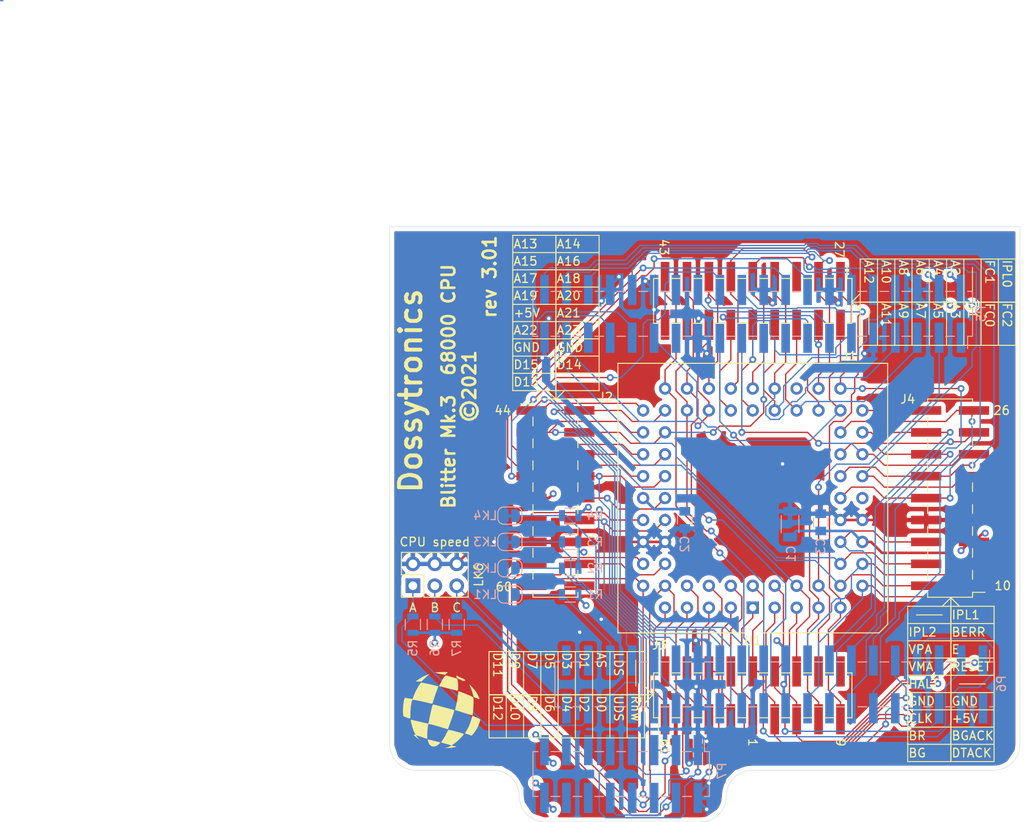
<source format=kicad_pcb>
(kicad_pcb (version 20171130) (host pcbnew "(5.1.10)-1")
  (title_block (title "Mk.3 Blitter 68000 CPU expansion") (date 2021-08-17) (rev 3.01) (company Dossytronics))
  (layers (0 F.Cu signal) (1 In1.Cu power) (2 In2.Cu power) (31 B.Cu signal) (34 B.Paste user) (35 F.Paste user) (36 B.SilkS user) (37 F.SilkS user) (38 B.Mask user) (39 F.Mask user) (44 Edge.Cuts user))
  (net 0 "")
  (net 1 GND)
  (net 2 +5V)
  (net 3 /PORTF3)
  (net 4 /PORTF2)
  (net 5 /PORTF1)
  (net 6 /PORTF0)
  (net 7 /PORTG11)
  (net 8 /PORTG10)
  (net 9 /PORTG9)
  (net 10 /PORTD11)
  (net 11 /PORTD10)
  (net 12 /PORTE1)
  (net 13 /PORTD9)
  (net 14 /PORTD8)
  (net 15 /PORTD7)
  (net 16 /PORTD6)
  (net 17 /PORTD5)
  (net 18 /PORTD4)
  (net 19 "Net-(P5-Pad28)")
  (net 20 "Net-(P5-Pad27)")
  (net 21 /PORTD3)
  (net 22 /PORTC11)
  (net 23 /PORTD2)
  (net 24 /PORTD1)
  (net 25 /PORTD0)
  (net 26 /PORTC8)
  (net 27 /PORTC10)
  (net 28 "Net-(P5-Pad17)")
  (net 29 /PORTC9)
  (net 30 /PORTC7)
  (net 31 /PORTE0)
  (net 32 /PORTC6)
  (net 33 /PORTC5)
  (net 34 /PORTC4)
  (net 35 /PORTC3)
  (net 36 /PORTC2)
  (net 37 /PORTC1)
  (net 38 /PORTC0)
  (net 39 "Net-(P5-Pad1)")
  (net 40 /PORTE10)
  (net 41 /PORTE11)
  (net 42 /PORTE8)
  (net 43 /PORTE9)
  (net 44 /PORTE6)
  (net 45 /PORTE7)
  (net 46 /PORTE4)
  (net 47 /PORTE5)
  (net 48 /PORTE2)
  (net 49 /PORTE3)
  (net 50 /PORTB7)
  (net 51 /PORTB3)
  (net 52 /PORTB6)
  (net 53 /PORTB2)
  (net 54 /PORTB5)
  (net 55 /PORTB1)
  (net 56 /PORTB4)
  (net 57 /PORTB0)
  (net 58 /PORTA7)
  (net 59 /PORTA4)
  (net 60 /PORTA6)
  (net 61 /PORTA3)
  (net 62 /PORTA5)
  (net 63 /PORTA2)
  (net 64 "Net-(P6-Pad4)")
  (net 65 /PORTA1)
  (net 66 "Net-(P6-Pad2)")
  (net 67 /PORTA0)
  (net 68 "Net-(P7-Pad14)")
  (net 69 "Net-(P7-Pad13)")
  (net 70 "Net-(P7-Pad11)")
  (net 71 /PORTF5)
  (net 72 /PORTF4)
  (net 73 /PORTF7)
  (net 74 /PORTF6)
  (net 75 /PORTF9)
  (net 76 /PORTF8)
  (net 77 /PORTF11)
  (net 78 /PORTF10)
  (net 79 "Net-(P6-Pad37)")
  (net 80 "Net-(P7-Pad12)")
  (net 81 "Net-(U1-Pad31)")
  (net 82 "Net-(U1-Pad18)")
  (net 83 "Net-(J1-Pad18)")
  (net 84 "Net-(J1-Pad5)")
  (net 85 "Net-(J2-Pad18)")
  (net 86 "Net-(J3-Pad18)")
  (net 87 "Net-(J4-Pad18)")
  (net 88 "Net-(J4-Pad9)")
  (module mk3blit:SolderJumper-2_P1.3mm_Closed_RoundedPad1.0x1.5mm-domsmallctyd (layer B.Cu) (at 117.918 129.54 180)
    (fp_text reference LK3 (at 2.856 0 180) (layer B.SilkS) (effects (justify mirror)))
    (fp_text value Jumper_NC_Small)
    (fp_poly (pts (xy 0.2 -0.2) (xy -0.2 -0.2) (xy -0.2 0.1) (xy 0.2 0.1)) (layer B.Cu) (width 0.1))
    (pad 2 smd custom (at 0.65 0 180) (size 1 0.5) (layers B.Cu B.Mask) (net 1 GND) (options (clearance outline) (anchor rect)) (primitives (gr_circle (center 0 -0.25) (end 0.5 -0.25) (width 0)) (gr_circle (center 0 0.25) (end 0.5 0.25) (width 0)) (gr_poly (pts (xy 0 0.75) (xy -0.5 0.75) (xy -0.5 -0.75) (xy 0 -0.75)) (width 0))))
    (pad 1 smd custom (at -0.65 0 180) (size 1 0.5) (layers B.Cu B.Mask) (net 4 /PORTF2) (options (clearance outline) (anchor rect)) (primitives (gr_circle (center 0 -0.25) (end 0.5 -0.25) (width 0)) (gr_circle (center 0 0.25) (end 0.5 0.25) (width 0)) (gr_poly (pts (xy 0 0.75) (xy 0.5 0.75) (xy 0.5 -0.75) (xy 0 -0.75)) (width 0))))
  )
  (module mk3blit:SolderJumper-2_P1.3mm_Closed_RoundedPad1.0x1.5mm-domsmallctyd (layer B.Cu) (at 117.918 126.492 180)
    (fp_text reference LK4 (at 2.856 0 180) (layer B.SilkS) (effects (justify mirror)))
    (fp_text value Jumper_NC_Small)
    (fp_poly (pts (xy 0.2 -0.2) (xy -0.2 -0.2) (xy -0.2 0.1) (xy 0.2 0.1)) (layer B.Cu) (width 0.1))
    (pad 2 smd custom (at 0.65 0 180) (size 1 0.5) (layers B.Cu B.Mask) (net 1 GND) (options (clearance outline) (anchor rect)) (primitives (gr_circle (center 0 -0.25) (end 0.5 -0.25) (width 0)) (gr_circle (center 0 0.25) (end 0.5 0.25) (width 0)) (gr_poly (pts (xy 0 0.75) (xy -0.5 0.75) (xy -0.5 -0.75) (xy 0 -0.75)) (width 0))))
    (pad 1 smd custom (at -0.65 0 180) (size 1 0.5) (layers B.Cu B.Mask) (net 3 /PORTF3) (options (clearance outline) (anchor rect)) (primitives (gr_circle (center 0 -0.25) (end 0.5 -0.25) (width 0)) (gr_circle (center 0 0.25) (end 0.5 0.25) (width 0)) (gr_poly (pts (xy 0 0.75) (xy 0.5 0.75) (xy 0.5 -0.75) (xy 0 -0.75)) (width 0))))
  )
  (module mk3blit:boing (layer F.Cu) (at 110 149)
    (fp_text reference G*** hide)
    (fp_text value LOGO hide)
  )
  (module Resistors_SMD:R_0805 (layer B.Cu) (at 111.76 139.118 90)
    (fp_text reference R7 (at -2.741 0 90) (layer B.SilkS) (effects (justify mirror)))
    (fp_text value 4k7)
    (pad 1 smd rect (at -0.95 0 90) (size 0.7 1.3) (layers B.Cu B.Paste B.Mask) (net 2 +5V))
    (pad 2 smd rect (at 0.95 0 90) (size 0.7 1.3) (layers B.Cu B.Paste B.Mask) (net 7 /PORTG11))
  )
  (module Resistors_SMD:R_0805 (layer B.Cu) (at 109.22 139.118 90)
    (fp_text reference R6 (at -2.741 0 90) (layer B.SilkS) (effects (justify mirror)))
    (fp_text value 4k7)
    (pad 1 smd rect (at -0.95 0 90) (size 0.7 1.3) (layers B.Cu B.Paste B.Mask) (net 2 +5V))
    (pad 2 smd rect (at 0.95 0 90) (size 0.7 1.3) (layers B.Cu B.Paste B.Mask) (net 8 /PORTG10))
  )
  (module Resistors_SMD:R_0805 (layer B.Cu) (at 106.68 139.118 90)
    (fp_text reference R5 (at -2.741 0 90) (layer B.SilkS) (effects (justify mirror)))
    (fp_text value 4k7)
    (pad 1 smd rect (at -0.95 0 90) (size 0.7 1.3) (layers B.Cu B.Paste B.Mask) (net 2 +5V))
    (pad 2 smd rect (at 0.95 0 90) (size 0.7 1.3) (layers B.Cu B.Paste B.Mask) (net 9 /PORTG9))
  )
  (module Resistors_SMD:R_0805 (layer B.Cu) (at 124.902 126.492 180)
    (fp_text reference R4 (at -2.86 0 180) (layer B.SilkS) (effects (justify mirror)))
    (fp_text value 4k7)
    (pad 1 smd rect (at -0.95 0 180) (size 0.7 1.3) (layers B.Cu B.Paste B.Mask) (net 2 +5V))
    (pad 2 smd rect (at 0.95 0 180) (size 0.7 1.3) (layers B.Cu B.Paste B.Mask) (net 3 /PORTF3))
  )
  (module Resistors_SMD:R_0805 (layer B.Cu) (at 124.902 129.54 180)
    (fp_text reference R3 (at -2.86 0 180) (layer B.SilkS) (effects (justify mirror)))
    (fp_text value 4k7)
    (pad 1 smd rect (at -0.95 0 180) (size 0.7 1.3) (layers B.Cu B.Paste B.Mask) (net 2 +5V))
    (pad 2 smd rect (at 0.95 0 180) (size 0.7 1.3) (layers B.Cu B.Paste B.Mask) (net 4 /PORTF2))
  )
  (module Resistors_SMD:R_0805 (layer B.Cu) (at 124.902 132.588 180)
    (fp_text reference R2 (at -2.86 0 180) (layer B.SilkS) (effects (justify mirror)))
    (fp_text value 4k7)
    (pad 1 smd rect (at -0.95 0 180) (size 0.7 1.3) (layers B.Cu B.Paste B.Mask) (net 2 +5V))
    (pad 2 smd rect (at 0.95 0 180) (size 0.7 1.3) (layers B.Cu B.Paste B.Mask) (net 5 /PORTF1))
  )
  (module Resistors_SMD:R_0805 (layer B.Cu) (at 124.902 135.636 180)
    (fp_text reference R1 (at -2.86 0 180) (layer B.SilkS) (effects (justify mirror)))
    (fp_text value 4k7)
    (pad 1 smd rect (at -0.95 0 180) (size 0.7 1.3) (layers B.Cu B.Paste B.Mask) (net 2 +5V))
    (pad 2 smd rect (at 0.95 0 180) (size 0.7 1.3) (layers B.Cu B.Paste B.Mask) (net 6 /PORTF0))
  )
  (module Capacitors_SMD:C_0805 (layer B.Cu) (at 153.924 127.27 90)
    (fp_text reference C3 (at -2.778 0 90) (layer B.SilkS) (effects (justify mirror)))
    (fp_text value 100n)
    (pad 1 smd rect (at -1 0 90) (size 1 1.25) (layers B.Cu B.Paste B.Mask) (net 2 +5V))
    (pad 2 smd rect (at 1 0 90) (size 1 1.25) (layers B.Cu B.Paste B.Mask) (net 1 GND))
  )
  (module Capacitors_SMD:C_0805 (layer B.Cu) (at 138.176 126.984 270)
    (fp_text reference C2 (at 2.81 0 270) (layer B.SilkS) (effects (justify mirror)))
    (fp_text value 100n)
    (pad 1 smd rect (at -1 0 270) (size 1 1.25) (layers B.Cu B.Paste B.Mask) (net 2 +5V))
    (pad 2 smd rect (at 1 0 270) (size 1 1.25) (layers B.Cu B.Paste B.Mask) (net 1 GND))
  )
  (module mk3blit:SolderJumper-2_P1.3mm_Open_RoundedPad1.0x1.5mm-domsmallctyd (layer B.Cu) (at 117.918 132.588 180)
    (fp_text reference LK2 (at 2.856 0 180) (layer B.SilkS) (effects (justify mirror)))
    (fp_text value Jumper_NO_Small)
    (pad 2 smd custom (at 0.65 0 180) (size 1 0.5) (layers B.Cu B.Mask) (net 1 GND) (options (clearance outline) (anchor rect)) (primitives (gr_circle (center 0 -0.25) (end 0.5 -0.25) (width 0)) (gr_circle (center 0 0.25) (end 0.5 0.25) (width 0)) (gr_poly (pts (xy 0 0.75) (xy -0.5 0.75) (xy -0.5 -0.75) (xy 0 -0.75)) (width 0))))
    (pad 1 smd custom (at -0.65 0 180) (size 1 0.5) (layers B.Cu B.Mask) (net 5 /PORTF1) (options (clearance outline) (anchor rect)) (primitives (gr_circle (center 0 -0.25) (end 0.5 -0.25) (width 0)) (gr_circle (center 0 0.25) (end 0.5 0.25) (width 0)) (gr_poly (pts (xy 0 0.75) (xy 0.5 0.75) (xy 0.5 -0.75) (xy 0 -0.75)) (width 0))))
  )
  (module mk3blit:SolderJumper-2_P1.3mm_Open_RoundedPad1.0x1.5mm-domsmallctyd (layer B.Cu) (at 117.918 135.636 180)
    (fp_text reference LK1 (at 2.856 0 180) (layer B.SilkS) (effects (justify mirror)))
    (fp_text value Jumper_NO_Small)
    (pad 2 smd custom (at 0.65 0 180) (size 1 0.5) (layers B.Cu B.Mask) (net 1 GND) (options (clearance outline) (anchor rect)) (primitives (gr_circle (center 0 -0.25) (end 0.5 -0.25) (width 0)) (gr_circle (center 0 0.25) (end 0.5 0.25) (width 0)) (gr_poly (pts (xy 0 0.75) (xy -0.5 0.75) (xy -0.5 -0.75) (xy 0 -0.75)) (width 0))))
    (pad 1 smd custom (at -0.65 0 180) (size 1 0.5) (layers B.Cu B.Mask) (net 6 /PORTF0) (options (clearance outline) (anchor rect)) (primitives (gr_circle (center 0 -0.25) (end 0.5 -0.25) (width 0)) (gr_circle (center 0 0.25) (end 0.5 0.25) (width 0)) (gr_poly (pts (xy 0 0.75) (xy 0.5 0.75) (xy 0.5 -0.75) (xy 0 -0.75)) (width 0))))
  )
  (module Package_LCC:PLCC-68_THT-Socket (layer F.Cu) (at 146.05 137.16 180)
    (fp_text reference U1 (at 0 -3.825 180) (layer F.SilkS))
    (fp_text value MC68000FN)
    (pad 60 thru_hole circle (at 12.7 2.54 180) (size 1.4224 1.4224) (drill 0.8) (layers *.Cu *.Mask) (net 75 /PORTF9))
    (pad 58 thru_hole circle (at 12.7 5.08 180) (size 1.4224 1.4224) (drill 0.8) (layers *.Cu *.Mask) (net 77 /PORTF11))
    (pad 56 thru_hole circle (at 12.7 7.62 180) (size 1.4224 1.4224) (drill 0.8) (layers *.Cu *.Mask) (net 1 GND))
    (pad 54 thru_hole circle (at 12.7 10.16 180) (size 1.4224 1.4224) (drill 0.8) (layers *.Cu *.Mask) (net 40 /PORTE10))
    (pad 52 thru_hole circle (at 12.7 12.7 180) (size 1.4224 1.4224) (drill 0.8) (layers *.Cu *.Mask) (net 2 +5V))
    (pad 50 thru_hole circle (at 12.7 15.24 180) (size 1.4224 1.4224) (drill 0.8) (layers *.Cu *.Mask) (net 22 /PORTC11))
    (pad 48 thru_hole circle (at 12.7 17.78 180) (size 1.4224 1.4224) (drill 0.8) (layers *.Cu *.Mask) (net 29 /PORTC9))
    (pad 46 thru_hole circle (at 12.7 20.32 180) (size 1.4224 1.4224) (drill 0.8) (layers *.Cu *.Mask) (net 45 /PORTE7))
    (pad 61 thru_hole circle (at 10.16 0 180) (size 1.4224 1.4224) (drill 0.8) (layers *.Cu *.Mask) (net 76 /PORTF8))
    (pad 59 thru_hole circle (at 10.16 5.08 180) (size 1.4224 1.4224) (drill 0.8) (layers *.Cu *.Mask) (net 78 /PORTF10))
    (pad 57 thru_hole circle (at 10.16 7.62 180) (size 1.4224 1.4224) (drill 0.8) (layers *.Cu *.Mask) (net 1 GND))
    (pad 55 thru_hole circle (at 10.16 10.16 180) (size 1.4224 1.4224) (drill 0.8) (layers *.Cu *.Mask) (net 41 /PORTE11))
    (pad 53 thru_hole circle (at 10.16 12.7 180) (size 1.4224 1.4224) (drill 0.8) (layers *.Cu *.Mask) (net 43 /PORTE9))
    (pad 51 thru_hole circle (at 10.16 15.24 180) (size 1.4224 1.4224) (drill 0.8) (layers *.Cu *.Mask) (net 42 /PORTE8))
    (pad 49 thru_hole circle (at 10.16 17.78 180) (size 1.4224 1.4224) (drill 0.8) (layers *.Cu *.Mask) (net 27 /PORTC10))
    (pad 47 thru_hole circle (at 10.16 20.32 180) (size 1.4224 1.4224) (drill 0.8) (layers *.Cu *.Mask) (net 26 /PORTC8))
    (pad 45 thru_hole circle (at 10.16 22.86 180) (size 1.4224 1.4224) (drill 0.8) (layers *.Cu *.Mask) (net 44 /PORTE6))
    (pad 43 thru_hole circle (at 10.16 25.4 180) (size 1.4224 1.4224) (drill 0.8) (layers *.Cu *.Mask) (net 46 /PORTE4))
    (pad 41 thru_hole circle (at 7.62 25.4 180) (size 1.4224 1.4224) (drill 0.8) (layers *.Cu *.Mask) (net 48 /PORTE2))
    (pad 39 thru_hole circle (at 5.08 25.4 180) (size 1.4224 1.4224) (drill 0.8) (layers *.Cu *.Mask) (net 31 /PORTE0))
    (pad 37 thru_hole circle (at 2.54 25.4 180) (size 1.4224 1.4224) (drill 0.8) (layers *.Cu *.Mask) (net 32 /PORTC6))
    (pad 35 thru_hole circle (at 0 25.4 180) (size 1.4224 1.4224) (drill 0.8) (layers *.Cu *.Mask) (net 34 /PORTC4))
    (pad 33 thru_hole circle (at -2.54 25.4 180) (size 1.4224 1.4224) (drill 0.8) (layers *.Cu *.Mask) (net 36 /PORTC2))
    (pad 31 thru_hole circle (at -5.08 25.4 180) (size 1.4224 1.4224) (drill 0.8) (layers *.Cu *.Mask) (net 81 "Net-(U1-Pad31)"))
    (pad 29 thru_hole circle (at -7.62 25.4 180) (size 1.4224 1.4224) (drill 0.8) (layers *.Cu *.Mask) (net 16 /PORTD6))
    (pad 27 thru_hole circle (at -10.16 25.4 180) (size 1.4224 1.4224) (drill 0.8) (layers *.Cu *.Mask) (net 54 /PORTB5))
    (pad 44 thru_hole circle (at 12.7 22.86 180) (size 1.4224 1.4224) (drill 0.8) (layers *.Cu *.Mask) (net 47 /PORTE5))
    (pad 42 thru_hole circle (at 7.62 22.86 180) (size 1.4224 1.4224) (drill 0.8) (layers *.Cu *.Mask) (net 49 /PORTE3))
    (pad 40 thru_hole circle (at 5.08 22.86 180) (size 1.4224 1.4224) (drill 0.8) (layers *.Cu *.Mask) (net 12 /PORTE1))
    (pad 38 thru_hole circle (at 2.54 22.86 180) (size 1.4224 1.4224) (drill 0.8) (layers *.Cu *.Mask) (net 30 /PORTC7))
    (pad 36 thru_hole circle (at 0 22.86 180) (size 1.4224 1.4224) (drill 0.8) (layers *.Cu *.Mask) (net 33 /PORTC5))
    (pad 34 thru_hole circle (at -2.54 22.86 180) (size 1.4224 1.4224) (drill 0.8) (layers *.Cu *.Mask) (net 35 /PORTC3))
    (pad 32 thru_hole circle (at -5.08 22.86 180) (size 1.4224 1.4224) (drill 0.8) (layers *.Cu *.Mask) (net 37 /PORTC1))
    (pad 30 thru_hole circle (at -7.62 22.86 180) (size 1.4224 1.4224) (drill 0.8) (layers *.Cu *.Mask) (net 21 /PORTD3))
    (pad 28 thru_hole circle (at -10.16 22.86 180) (size 1.4224 1.4224) (drill 0.8) (layers *.Cu *.Mask) (net 18 /PORTD4))
    (pad 26 thru_hole circle (at -12.7 22.86 180) (size 1.4224 1.4224) (drill 0.8) (layers *.Cu *.Mask) (net 56 /PORTB4))
    (pad 24 thru_hole circle (at -12.7 20.32 180) (size 1.4224 1.4224) (drill 0.8) (layers *.Cu *.Mask) (net 55 /PORTB1))
    (pad 22 thru_hole circle (at -12.7 17.78 180) (size 1.4224 1.4224) (drill 0.8) (layers *.Cu *.Mask) (net 25 /PORTD0))
    (pad 20 thru_hole circle (at -12.7 15.24 180) (size 1.4224 1.4224) (drill 0.8) (layers *.Cu *.Mask) (net 13 /PORTD9))
    (pad 18 thru_hole circle (at -12.7 12.7 180) (size 1.4224 1.4224) (drill 0.8) (layers *.Cu *.Mask) (net 82 "Net-(U1-Pad18)"))
    (pad 16 thru_hole circle (at -12.7 10.16 180) (size 1.4224 1.4224) (drill 0.8) (layers *.Cu *.Mask) (net 1 GND))
    (pad 14 thru_hole circle (at -12.7 7.62 180) (size 1.4224 1.4224) (drill 0.8) (layers *.Cu *.Mask) (net 2 +5V))
    (pad 12 thru_hole circle (at -12.7 5.08 180) (size 1.4224 1.4224) (drill 0.8) (layers *.Cu *.Mask) (net 51 /PORTB3))
    (pad 10 thru_hole circle (at -12.7 2.54 180) (size 1.4224 1.4224) (drill 0.8) (layers *.Cu *.Mask) (net 50 /PORTB7))
    (pad 25 thru_hole circle (at -10.16 20.32 180) (size 1.4224 1.4224) (drill 0.8) (layers *.Cu *.Mask) (net 52 /PORTB6))
    (pad 23 thru_hole circle (at -10.16 17.78 180) (size 1.4224 1.4224) (drill 0.8) (layers *.Cu *.Mask) (net 57 /PORTB0))
    (pad 21 thru_hole circle (at -10.16 15.24 180) (size 1.4224 1.4224) (drill 0.8) (layers *.Cu *.Mask) (net 10 /PORTD11))
    (pad 19 thru_hole circle (at -10.16 12.7 180) (size 1.4224 1.4224) (drill 0.8) (layers *.Cu *.Mask) (net 11 /PORTD10))
    (pad 17 thru_hole circle (at -10.16 10.16 180) (size 1.4224 1.4224) (drill 0.8) (layers *.Cu *.Mask) (net 1 GND))
    (pad 15 thru_hole circle (at -10.16 7.62 180) (size 1.4224 1.4224) (drill 0.8) (layers *.Cu *.Mask) (net 53 /PORTB2))
    (pad 13 thru_hole circle (at -10.16 5.08 180) (size 1.4224 1.4224) (drill 0.8) (layers *.Cu *.Mask) (net 14 /PORTD8))
    (pad 11 thru_hole circle (at -10.16 2.54 180) (size 1.4224 1.4224) (drill 0.8) (layers *.Cu *.Mask) (net 15 /PORTD7))
    (pad 63 thru_hole circle (at 7.62 0 180) (size 1.4224 1.4224) (drill 0.8) (layers *.Cu *.Mask) (net 74 /PORTF6))
    (pad 65 thru_hole circle (at 5.08 0 180) (size 1.4224 1.4224) (drill 0.8) (layers *.Cu *.Mask) (net 72 /PORTF4))
    (pad 67 thru_hole circle (at 2.54 0 180) (size 1.4224 1.4224) (drill 0.8) (layers *.Cu *.Mask) (net 60 /PORTA6))
    (pad 9 thru_hole circle (at -10.16 0 180) (size 1.4224 1.4224) (drill 0.8) (layers *.Cu *.Mask) (net 24 /PORTD1))
    (pad 7 thru_hole circle (at -7.62 0 180) (size 1.4224 1.4224) (drill 0.8) (layers *.Cu *.Mask) (net 23 /PORTD2))
    (pad 5 thru_hole circle (at -5.08 0 180) (size 1.4224 1.4224) (drill 0.8) (layers *.Cu *.Mask) (net 67 /PORTA0))
    (pad 3 thru_hole circle (at -2.54 0 180) (size 1.4224 1.4224) (drill 0.8) (layers *.Cu *.Mask) (net 63 /PORTA2))
    (pad 1 thru_hole rect (at 0 0 180) (size 1.4224 1.4224) (drill 0.8) (layers *.Cu *.Mask) (net 59 /PORTA4))
    (pad 62 thru_hole circle (at 10.16 2.54 180) (size 1.4224 1.4224) (drill 0.8) (layers *.Cu *.Mask) (net 73 /PORTF7))
    (pad 64 thru_hole circle (at 7.62 2.54 180) (size 1.4224 1.4224) (drill 0.8) (layers *.Cu *.Mask) (net 71 /PORTF5))
    (pad 66 thru_hole circle (at 5.08 2.54 180) (size 1.4224 1.4224) (drill 0.8) (layers *.Cu *.Mask) (net 58 /PORTA7))
    (pad 68 thru_hole circle (at 2.54 2.54 180) (size 1.4224 1.4224) (drill 0.8) (layers *.Cu *.Mask) (net 62 /PORTA5))
    (pad 8 thru_hole circle (at -7.62 2.54 180) (size 1.4224 1.4224) (drill 0.8) (layers *.Cu *.Mask) (net 38 /PORTC0))
    (pad 6 thru_hole circle (at -5.08 2.54 180) (size 1.4224 1.4224) (drill 0.8) (layers *.Cu *.Mask) (net 17 /PORTD5))
    (pad 4 thru_hole circle (at -2.54 2.54 180) (size 1.4224 1.4224) (drill 0.8) (layers *.Cu *.Mask) (net 65 /PORTA1))
    (pad 2 thru_hole circle (at 0 2.54 180) (size 1.4224 1.4224) (drill 0.8) (layers *.Cu *.Mask) (net 61 /PORTA3))
  )
  (module mk3blit:PinHeader_2x09_P2.54mm_Vertical_SMD-dom (layer F.Cu) (at 168.91 124.46 180)
    (fp_text reference J4 (at 4.91 11.46 180) (layer F.SilkS))
    (fp_text value Conn_02x09_Odd_Even)
    (pad 18 smd rect (at 2.77 10.16 180) (size 3.5 1) (layers F.Cu F.Paste F.Mask) (net 87 "Net-(J4-Pad18)"))
    (pad 17 smd rect (at -2.77 10.16 180) (size 3.5 1) (layers F.Cu F.Paste F.Mask) (net 56 /PORTB4))
    (pad 16 smd rect (at 2.77 7.62 180) (size 3.5 1) (layers F.Cu F.Paste F.Mask) (net 52 /PORTB6))
    (pad 15 smd rect (at -2.77 7.62 180) (size 3.5 1) (layers F.Cu F.Paste F.Mask) (net 55 /PORTB1))
    (pad 14 smd rect (at 2.77 5.08 180) (size 3.5 1) (layers F.Cu F.Paste F.Mask) (net 57 /PORTB0))
    (pad 13 smd rect (at -2.77 5.08 180) (size 3.5 1) (layers F.Cu F.Paste F.Mask) (net 25 /PORTD0))
    (pad 12 smd rect (at 2.77 2.54 180) (size 3.5 1) (layers F.Cu F.Paste F.Mask) (net 10 /PORTD11))
    (pad 11 smd rect (at -2.77 2.54 180) (size 3.5 1) (layers F.Cu F.Paste F.Mask) (net 13 /PORTD9))
    (pad 10 smd rect (at 2.77 0 180) (size 3.5 1) (layers F.Cu F.Paste F.Mask) (net 11 /PORTD10))
    (pad 9 smd rect (at -2.77 0 180) (size 3.5 1) (layers F.Cu F.Paste F.Mask) (net 88 "Net-(J4-Pad9)"))
    (pad 8 smd rect (at 2.77 -2.54 180) (size 3.5 1) (layers F.Cu F.Paste F.Mask) (net 1 GND))
    (pad 7 smd rect (at -2.77 -2.54 180) (size 3.5 1) (layers F.Cu F.Paste F.Mask) (net 1 GND))
    (pad 6 smd rect (at 2.77 -5.08 180) (size 3.5 1) (layers F.Cu F.Paste F.Mask) (net 53 /PORTB2))
    (pad 5 smd rect (at -2.77 -5.08 180) (size 3.5 1) (layers F.Cu F.Paste F.Mask) (net 2 +5V))
    (pad 4 smd rect (at 2.77 -7.62 180) (size 3.5 1) (layers F.Cu F.Paste F.Mask) (net 14 /PORTD8))
    (pad 3 smd rect (at -2.77 -7.62 180) (size 3.5 1) (layers F.Cu F.Paste F.Mask) (net 51 /PORTB3))
    (pad 2 smd rect (at 2.77 -10.16 180) (size 3.5 1) (layers F.Cu F.Paste F.Mask) (net 15 /PORTD7))
    (pad 1 smd rect (at -2.77 -10.16 180) (size 3.5 1) (layers F.Cu F.Paste F.Mask) (net 50 /PORTB7))
  )
  (module mk3blit:PinHeader_2x09_P2.54mm_Vertical_SMD-dom (layer F.Cu) (at 146.05 147.32 90)
    (fp_text reference J3 (at 5.82 -10.8 180) (layer F.SilkS))
    (fp_text value Conn_02x09_Odd_Even)
    (pad 18 smd rect (at 2.77 10.16 90) (size 3.5 1) (layers F.Cu F.Paste F.Mask) (net 86 "Net-(J3-Pad18)"))
    (pad 17 smd rect (at -2.77 10.16 90) (size 3.5 1) (layers F.Cu F.Paste F.Mask) (net 24 /PORTD1))
    (pad 16 smd rect (at 2.77 7.62 90) (size 3.5 1) (layers F.Cu F.Paste F.Mask) (net 38 /PORTC0))
    (pad 15 smd rect (at -2.77 7.62 90) (size 3.5 1) (layers F.Cu F.Paste F.Mask) (net 23 /PORTD2))
    (pad 14 smd rect (at 2.77 5.08 90) (size 3.5 1) (layers F.Cu F.Paste F.Mask) (net 17 /PORTD5))
    (pad 13 smd rect (at -2.77 5.08 90) (size 3.5 1) (layers F.Cu F.Paste F.Mask) (net 67 /PORTA0))
    (pad 12 smd rect (at 2.77 2.54 90) (size 3.5 1) (layers F.Cu F.Paste F.Mask) (net 65 /PORTA1))
    (pad 11 smd rect (at -2.77 2.54 90) (size 3.5 1) (layers F.Cu F.Paste F.Mask) (net 63 /PORTA2))
    (pad 10 smd rect (at 2.77 0 90) (size 3.5 1) (layers F.Cu F.Paste F.Mask) (net 61 /PORTA3))
    (pad 9 smd rect (at -2.77 0 90) (size 3.5 1) (layers F.Cu F.Paste F.Mask) (net 59 /PORTA4))
    (pad 8 smd rect (at 2.77 -2.54 90) (size 3.5 1) (layers F.Cu F.Paste F.Mask) (net 62 /PORTA5))
    (pad 7 smd rect (at -2.77 -2.54 90) (size 3.5 1) (layers F.Cu F.Paste F.Mask) (net 60 /PORTA6))
    (pad 6 smd rect (at 2.77 -5.08 90) (size 3.5 1) (layers F.Cu F.Paste F.Mask) (net 58 /PORTA7))
    (pad 5 smd rect (at -2.77 -5.08 90) (size 3.5 1) (layers F.Cu F.Paste F.Mask) (net 72 /PORTF4))
    (pad 4 smd rect (at 2.77 -7.62 90) (size 3.5 1) (layers F.Cu F.Paste F.Mask) (net 71 /PORTF5))
    (pad 3 smd rect (at -2.77 -7.62 90) (size 3.5 1) (layers F.Cu F.Paste F.Mask) (net 74 /PORTF6))
    (pad 2 smd rect (at 2.77 -10.16 90) (size 3.5 1) (layers F.Cu F.Paste F.Mask) (net 73 /PORTF7))
    (pad 1 smd rect (at -2.77 -10.16 90) (size 3.5 1) (layers F.Cu F.Paste F.Mask) (net 76 /PORTF8))
  )
  (module mk3blit:PinHeader_2x09_P2.54mm_Vertical_SMD-dom (layer F.Cu) (at 123.19 124.46)
    (fp_text reference J2 (at 5.81 -11.71) (layer F.SilkS))
    (fp_text value Conn_02x09_Odd_Even)
    (pad 18 smd rect (at 2.77 10.16) (size 3.5 1) (layers F.Cu F.Paste F.Mask) (net 85 "Net-(J2-Pad18)"))
    (pad 17 smd rect (at -2.77 10.16) (size 3.5 1) (layers F.Cu F.Paste F.Mask) (net 75 /PORTF9))
    (pad 16 smd rect (at 2.77 7.62) (size 3.5 1) (layers F.Cu F.Paste F.Mask) (net 78 /PORTF10))
    (pad 15 smd rect (at -2.77 7.62) (size 3.5 1) (layers F.Cu F.Paste F.Mask) (net 77 /PORTF11))
    (pad 14 smd rect (at 2.77 5.08) (size 3.5 1) (layers F.Cu F.Paste F.Mask) (net 1 GND))
    (pad 13 smd rect (at -2.77 5.08) (size 3.5 1) (layers F.Cu F.Paste F.Mask) (net 1 GND))
    (pad 12 smd rect (at 2.77 2.54) (size 3.5 1) (layers F.Cu F.Paste F.Mask) (net 41 /PORTE11))
    (pad 11 smd rect (at -2.77 2.54) (size 3.5 1) (layers F.Cu F.Paste F.Mask) (net 40 /PORTE10))
    (pad 10 smd rect (at 2.77 0) (size 3.5 1) (layers F.Cu F.Paste F.Mask) (net 43 /PORTE9))
    (pad 9 smd rect (at -2.77 0) (size 3.5 1) (layers F.Cu F.Paste F.Mask) (net 2 +5V))
    (pad 8 smd rect (at 2.77 -2.54) (size 3.5 1) (layers F.Cu F.Paste F.Mask) (net 42 /PORTE8))
    (pad 7 smd rect (at -2.77 -2.54) (size 3.5 1) (layers F.Cu F.Paste F.Mask) (net 22 /PORTC11))
    (pad 6 smd rect (at 2.77 -5.08) (size 3.5 1) (layers F.Cu F.Paste F.Mask) (net 27 /PORTC10))
    (pad 5 smd rect (at -2.77 -5.08) (size 3.5 1) (layers F.Cu F.Paste F.Mask) (net 29 /PORTC9))
    (pad 4 smd rect (at 2.77 -7.62) (size 3.5 1) (layers F.Cu F.Paste F.Mask) (net 26 /PORTC8))
    (pad 3 smd rect (at -2.77 -7.62) (size 3.5 1) (layers F.Cu F.Paste F.Mask) (net 45 /PORTE7))
    (pad 2 smd rect (at 2.77 -10.16) (size 3.5 1) (layers F.Cu F.Paste F.Mask) (net 44 /PORTE6))
    (pad 1 smd rect (at -2.77 -10.16) (size 3.5 1) (layers F.Cu F.Paste F.Mask) (net 47 /PORTE5))
  )
  (module mk3blit:PinHeader_2x09_P2.54mm_Vertical_SMD-dom (layer F.Cu) (at 146.05 101.6 270)
    (fp_text reference J1 (at 6.4 -11.2) (layer F.SilkS))
    (fp_text value Conn_02x09_Odd_Even)
    (pad 18 smd rect (at 2.77 10.16 270) (size 3.5 1) (layers F.Cu F.Paste F.Mask) (net 83 "Net-(J1-Pad18)"))
    (pad 17 smd rect (at -2.77 10.16 270) (size 3.5 1) (layers F.Cu F.Paste F.Mask) (net 46 /PORTE4))
    (pad 16 smd rect (at 2.77 7.62 270) (size 3.5 1) (layers F.Cu F.Paste F.Mask) (net 49 /PORTE3))
    (pad 15 smd rect (at -2.77 7.62 270) (size 3.5 1) (layers F.Cu F.Paste F.Mask) (net 48 /PORTE2))
    (pad 14 smd rect (at 2.77 5.08 270) (size 3.5 1) (layers F.Cu F.Paste F.Mask) (net 12 /PORTE1))
    (pad 13 smd rect (at -2.77 5.08 270) (size 3.5 1) (layers F.Cu F.Paste F.Mask) (net 31 /PORTE0))
    (pad 12 smd rect (at 2.77 2.54 270) (size 3.5 1) (layers F.Cu F.Paste F.Mask) (net 30 /PORTC7))
    (pad 11 smd rect (at -2.77 2.54 270) (size 3.5 1) (layers F.Cu F.Paste F.Mask) (net 32 /PORTC6))
    (pad 10 smd rect (at 2.77 0 270) (size 3.5 1) (layers F.Cu F.Paste F.Mask) (net 33 /PORTC5))
    (pad 9 smd rect (at -2.77 0 270) (size 3.5 1) (layers F.Cu F.Paste F.Mask) (net 34 /PORTC4))
    (pad 8 smd rect (at 2.77 -2.54 270) (size 3.5 1) (layers F.Cu F.Paste F.Mask) (net 35 /PORTC3))
    (pad 7 smd rect (at -2.77 -2.54 270) (size 3.5 1) (layers F.Cu F.Paste F.Mask) (net 36 /PORTC2))
    (pad 6 smd rect (at 2.77 -5.08 270) (size 3.5 1) (layers F.Cu F.Paste F.Mask) (net 37 /PORTC1))
    (pad 5 smd rect (at -2.77 -5.08 270) (size 3.5 1) (layers F.Cu F.Paste F.Mask) (net 84 "Net-(J1-Pad5)"))
    (pad 4 smd rect (at 2.77 -7.62 270) (size 3.5 1) (layers F.Cu F.Paste F.Mask) (net 21 /PORTD3))
    (pad 3 smd rect (at -2.77 -7.62 270) (size 3.5 1) (layers F.Cu F.Paste F.Mask) (net 16 /PORTD6))
    (pad 2 smd rect (at 2.77 -10.16 270) (size 3.5 1) (layers F.Cu F.Paste F.Mask) (net 18 /PORTD4))
    (pad 1 smd rect (at -2.77 -10.16 270) (size 3.5 1) (layers F.Cu F.Paste F.Mask) (net 54 /PORTB5))
  )
  (module mk3blit:PinSocket_2x08_P2.54mm_Vertical_SMD-dom (layer B.Cu) (at 130.81 156.44 90)
    (fp_text reference P7 (at 0.357 11.684 90) (layer B.SilkS) (effects (justify mirror)))
    (fp_text value mk3J54socket)
    (pad 1 smd rect (at 2.77 8.89 90) (size 3.5 1) (layers B.Cu B.Paste B.Mask) (net 1 GND))
    (pad 2 smd rect (at -2.77 8.89 90) (size 3.5 1) (layers B.Cu B.Paste B.Mask) (net 1 GND))
    (pad 3 smd rect (at 2.77 6.35 90) (size 3.5 1) (layers B.Cu B.Paste B.Mask) (net 78 /PORTF10))
    (pad 4 smd rect (at -2.77 6.35 90) (size 3.5 1) (layers B.Cu B.Paste B.Mask) (net 77 /PORTF11))
    (pad 5 smd rect (at 2.77 3.81 90) (size 3.5 1) (layers B.Cu B.Paste B.Mask) (net 76 /PORTF8))
    (pad 6 smd rect (at -2.77 3.81 90) (size 3.5 1) (layers B.Cu B.Paste B.Mask) (net 75 /PORTF9))
    (pad 7 smd rect (at 2.77 1.27 90) (size 3.5 1) (layers B.Cu B.Paste B.Mask) (net 74 /PORTF6))
    (pad 8 smd rect (at -2.77 1.27 90) (size 3.5 1) (layers B.Cu B.Paste B.Mask) (net 73 /PORTF7))
    (pad 9 smd rect (at 2.77 -1.27 90) (size 3.5 1) (layers B.Cu B.Paste B.Mask) (net 72 /PORTF4))
    (pad 10 smd rect (at -2.77 -1.27 90) (size 3.5 1) (layers B.Cu B.Paste B.Mask) (net 71 /PORTF5))
    (pad 11 smd rect (at 2.77 -3.81 90) (size 3.5 1) (layers B.Cu B.Paste B.Mask) (net 70 "Net-(P7-Pad11)"))
    (pad 12 smd rect (at -2.77 -3.81 90) (size 3.5 1) (layers B.Cu B.Paste B.Mask) (net 80 "Net-(P7-Pad12)"))
    (pad 13 smd rect (at 2.77 -6.35 90) (size 3.5 1) (layers B.Cu B.Paste B.Mask) (net 69 "Net-(P7-Pad13)"))
    (pad 14 smd rect (at -2.77 -6.35 90) (size 3.5 1) (layers B.Cu B.Paste B.Mask) (net 68 "Net-(P7-Pad14)"))
    (pad 15 smd rect (at 2.77 -8.89 90) (size 3.5 1) (layers B.Cu B.Paste B.Mask) (net 2 +5V))
    (pad 16 smd rect (at -2.77 -8.89 90) (size 3.5 1) (layers B.Cu B.Paste B.Mask) (net 2 +5V))
  )
  (module mk3blit:PinSocket_2x20_P2.54mm_Vertical_SMD-dom (layer B.Cu) (at 148.59 146.05 90)
    (fp_text reference P6 (at 0.07 26.275 90) (layer B.SilkS) (effects (justify mirror)))
    (fp_text value MK3J52PLUG)
    (pad 1 smd rect (at 2.77 24.13 90) (size 3.5 1) (layers B.Cu B.Paste B.Mask) (net 67 /PORTA0))
    (pad 2 smd rect (at -2.77 24.13 90) (size 3.5 1) (layers B.Cu B.Paste B.Mask) (net 66 "Net-(P6-Pad2)"))
    (pad 3 smd rect (at 2.77 21.59 90) (size 3.5 1) (layers B.Cu B.Paste B.Mask) (net 65 /PORTA1))
    (pad 4 smd rect (at -2.77 21.59 90) (size 3.5 1) (layers B.Cu B.Paste B.Mask) (net 64 "Net-(P6-Pad4)"))
    (pad 5 smd rect (at 2.77 19.05 90) (size 3.5 1) (layers B.Cu B.Paste B.Mask) (net 63 /PORTA2))
    (pad 6 smd rect (at -2.77 19.05 90) (size 3.5 1) (layers B.Cu B.Paste B.Mask) (net 62 /PORTA5))
    (pad 7 smd rect (at 2.77 16.51 90) (size 3.5 1) (layers B.Cu B.Paste B.Mask) (net 61 /PORTA3))
    (pad 8 smd rect (at -2.77 16.51 90) (size 3.5 1) (layers B.Cu B.Paste B.Mask) (net 60 /PORTA6))
    (pad 9 smd rect (at 2.77 13.97 90) (size 3.5 1) (layers B.Cu B.Paste B.Mask) (net 59 /PORTA4))
    (pad 10 smd rect (at -2.77 13.97 90) (size 3.5 1) (layers B.Cu B.Paste B.Mask) (net 58 /PORTA7))
    (pad 11 smd rect (at 2.77 11.43 90) (size 3.5 1) (layers B.Cu B.Paste B.Mask) (net 57 /PORTB0))
    (pad 12 smd rect (at -2.77 11.43 90) (size 3.5 1) (layers B.Cu B.Paste B.Mask) (net 56 /PORTB4))
    (pad 13 smd rect (at 2.77 8.89 90) (size 3.5 1) (layers B.Cu B.Paste B.Mask) (net 55 /PORTB1))
    (pad 14 smd rect (at -2.77 8.89 90) (size 3.5 1) (layers B.Cu B.Paste B.Mask) (net 54 /PORTB5))
    (pad 15 smd rect (at 2.77 6.35 90) (size 3.5 1) (layers B.Cu B.Paste B.Mask) (net 53 /PORTB2))
    (pad 16 smd rect (at -2.77 6.35 90) (size 3.5 1) (layers B.Cu B.Paste B.Mask) (net 52 /PORTB6))
    (pad 17 smd rect (at 2.77 3.81 90) (size 3.5 1) (layers B.Cu B.Paste B.Mask) (net 51 /PORTB3))
    (pad 18 smd rect (at -2.77 3.81 90) (size 3.5 1) (layers B.Cu B.Paste B.Mask) (net 50 /PORTB7))
    (pad 19 smd rect (at 2.77 1.27 90) (size 3.5 1) (layers B.Cu B.Paste B.Mask) (net 2 +5V))
    (pad 20 smd rect (at -2.77 1.27 90) (size 3.5 1) (layers B.Cu B.Paste B.Mask) (net 2 +5V))
    (pad 21 smd rect (at 2.77 -1.27 90) (size 3.5 1) (layers B.Cu B.Paste B.Mask) (net 49 /PORTE3))
    (pad 22 smd rect (at -2.77 -1.27 90) (size 3.5 1) (layers B.Cu B.Paste B.Mask) (net 48 /PORTE2))
    (pad 23 smd rect (at 2.77 -3.81 90) (size 3.5 1) (layers B.Cu B.Paste B.Mask) (net 47 /PORTE5))
    (pad 24 smd rect (at -2.77 -3.81 90) (size 3.5 1) (layers B.Cu B.Paste B.Mask) (net 46 /PORTE4))
    (pad 25 smd rect (at 2.77 -6.35 90) (size 3.5 1) (layers B.Cu B.Paste B.Mask) (net 45 /PORTE7))
    (pad 26 smd rect (at -2.77 -6.35 90) (size 3.5 1) (layers B.Cu B.Paste B.Mask) (net 44 /PORTE6))
    (pad 27 smd rect (at 2.77 -8.89 90) (size 3.5 1) (layers B.Cu B.Paste B.Mask) (net 1 GND))
    (pad 28 smd rect (at -2.77 -8.89 90) (size 3.5 1) (layers B.Cu B.Paste B.Mask) (net 1 GND))
    (pad 29 smd rect (at 2.77 -11.43 90) (size 3.5 1) (layers B.Cu B.Paste B.Mask) (net 43 /PORTE9))
    (pad 30 smd rect (at -2.77 -11.43 90) (size 3.5 1) (layers B.Cu B.Paste B.Mask) (net 42 /PORTE8))
    (pad 31 smd rect (at 2.77 -13.97 90) (size 3.5 1) (layers B.Cu B.Paste B.Mask) (net 41 /PORTE11))
    (pad 32 smd rect (at -2.77 -13.97 90) (size 3.5 1) (layers B.Cu B.Paste B.Mask) (net 40 /PORTE10))
    (pad 33 smd rect (at 2.77 -16.51 90) (size 3.5 1) (layers B.Cu B.Paste B.Mask) (net 5 /PORTF1))
    (pad 34 smd rect (at -2.77 -16.51 90) (size 3.5 1) (layers B.Cu B.Paste B.Mask) (net 3 /PORTF3))
    (pad 35 smd rect (at 2.77 -19.05 90) (size 3.5 1) (layers B.Cu B.Paste B.Mask) (net 6 /PORTF0))
    (pad 36 smd rect (at -2.77 -19.05 90) (size 3.5 1) (layers B.Cu B.Paste B.Mask) (net 4 /PORTF2))
    (pad 37 smd rect (at 2.77 -21.59 90) (size 3.5 1) (layers B.Cu B.Paste B.Mask) (net 79 "Net-(P6-Pad37)"))
    (pad 38 smd rect (at -2.77 -21.59 90) (size 3.5 1) (layers B.Cu B.Paste B.Mask) (net 9 /PORTG9))
    (pad 39 smd rect (at 2.77 -24.13 90) (size 3.5 1) (layers B.Cu B.Paste B.Mask) (net 7 /PORTG11))
    (pad 40 smd rect (at -2.77 -24.13 90) (size 3.5 1) (layers B.Cu B.Paste B.Mask) (net 8 /PORTG10))
  )
  (module mk3blit:PinHeader_2x20_P2.54mm_Vertical_SMD-dom (layer B.Cu) (at 146.05 103.1 90)
    (fp_text reference P5 (at 0 26.46 90) (layer B.SilkS) (effects (justify mirror)))
    (fp_text value rpi_gpio_plug)
    (pad 40 smd rect (at 2.77 -24.13 90) (size 3.5 1) (layers B.Cu B.Paste B.Mask) (net 10 /PORTD11))
    (pad 39 smd rect (at -2.77 -24.13 90) (size 3.5 1) (layers B.Cu B.Paste B.Mask) (net 1 GND))
    (pad 38 smd rect (at 2.77 -21.59 90) (size 3.5 1) (layers B.Cu B.Paste B.Mask) (net 11 /PORTD10))
    (pad 37 smd rect (at -2.77 -21.59 90) (size 3.5 1) (layers B.Cu B.Paste B.Mask) (net 12 /PORTE1))
    (pad 36 smd rect (at 2.77 -19.05 90) (size 3.5 1) (layers B.Cu B.Paste B.Mask) (net 13 /PORTD9))
    (pad 35 smd rect (at -2.77 -19.05 90) (size 3.5 1) (layers B.Cu B.Paste B.Mask) (net 14 /PORTD8))
    (pad 34 smd rect (at 2.77 -16.51 90) (size 3.5 1) (layers B.Cu B.Paste B.Mask) (net 1 GND))
    (pad 33 smd rect (at -2.77 -16.51 90) (size 3.5 1) (layers B.Cu B.Paste B.Mask) (net 15 /PORTD7))
    (pad 32 smd rect (at 2.77 -13.97 90) (size 3.5 1) (layers B.Cu B.Paste B.Mask) (net 16 /PORTD6))
    (pad 31 smd rect (at -2.77 -13.97 90) (size 3.5 1) (layers B.Cu B.Paste B.Mask) (net 17 /PORTD5))
    (pad 30 smd rect (at 2.77 -11.43 90) (size 3.5 1) (layers B.Cu B.Paste B.Mask) (net 1 GND))
    (pad 29 smd rect (at -2.77 -11.43 90) (size 3.5 1) (layers B.Cu B.Paste B.Mask) (net 18 /PORTD4))
    (pad 28 smd rect (at 2.77 -8.89 90) (size 3.5 1) (layers B.Cu B.Paste B.Mask) (net 19 "Net-(P5-Pad28)"))
    (pad 27 smd rect (at -2.77 -8.89 90) (size 3.5 1) (layers B.Cu B.Paste B.Mask) (net 20 "Net-(P5-Pad27)"))
    (pad 26 smd rect (at 2.77 -6.35 90) (size 3.5 1) (layers B.Cu B.Paste B.Mask) (net 21 /PORTD3))
    (pad 25 smd rect (at -2.77 -6.35 90) (size 3.5 1) (layers B.Cu B.Paste B.Mask) (net 1 GND))
    (pad 24 smd rect (at 2.77 -3.81 90) (size 3.5 1) (layers B.Cu B.Paste B.Mask) (net 22 /PORTC11))
    (pad 23 smd rect (at -2.77 -3.81 90) (size 3.5 1) (layers B.Cu B.Paste B.Mask) (net 23 /PORTD2))
    (pad 22 smd rect (at 2.77 -1.27 90) (size 3.5 1) (layers B.Cu B.Paste B.Mask) (net 24 /PORTD1))
    (pad 21 smd rect (at -2.77 -1.27 90) (size 3.5 1) (layers B.Cu B.Paste B.Mask) (net 25 /PORTD0))
    (pad 20 smd rect (at 2.77 1.27 90) (size 3.5 1) (layers B.Cu B.Paste B.Mask) (net 1 GND))
    (pad 19 smd rect (at -2.77 1.27 90) (size 3.5 1) (layers B.Cu B.Paste B.Mask) (net 26 /PORTC8))
    (pad 18 smd rect (at 2.77 3.81 90) (size 3.5 1) (layers B.Cu B.Paste B.Mask) (net 27 /PORTC10))
    (pad 17 smd rect (at -2.77 3.81 90) (size 3.5 1) (layers B.Cu B.Paste B.Mask) (net 28 "Net-(P5-Pad17)"))
    (pad 16 smd rect (at 2.77 6.35 90) (size 3.5 1) (layers B.Cu B.Paste B.Mask) (net 29 /PORTC9))
    (pad 15 smd rect (at -2.77 6.35 90) (size 3.5 1) (layers B.Cu B.Paste B.Mask) (net 30 /PORTC7))
    (pad 14 smd rect (at 2.77 8.89 90) (size 3.5 1) (layers B.Cu B.Paste B.Mask) (net 1 GND))
    (pad 13 smd rect (at -2.77 8.89 90) (size 3.5 1) (layers B.Cu B.Paste B.Mask) (net 31 /PORTE0))
    (pad 12 smd rect (at 2.77 11.43 90) (size 3.5 1) (layers B.Cu B.Paste B.Mask) (net 32 /PORTC6))
    (pad 11 smd rect (at -2.77 11.43 90) (size 3.5 1) (layers B.Cu B.Paste B.Mask) (net 33 /PORTC5))
    (pad 10 smd rect (at 2.77 13.97 90) (size 3.5 1) (layers B.Cu B.Paste B.Mask) (net 34 /PORTC4))
    (pad 9 smd rect (at -2.77 13.97 90) (size 3.5 1) (layers B.Cu B.Paste B.Mask) (net 1 GND))
    (pad 8 smd rect (at 2.77 16.51 90) (size 3.5 1) (layers B.Cu B.Paste B.Mask) (net 35 /PORTC3))
    (pad 7 smd rect (at -2.77 16.51 90) (size 3.5 1) (layers B.Cu B.Paste B.Mask) (net 36 /PORTC2))
    (pad 6 smd rect (at 2.77 19.05 90) (size 3.5 1) (layers B.Cu B.Paste B.Mask) (net 1 GND))
    (pad 5 smd rect (at -2.77 19.05 90) (size 3.5 1) (layers B.Cu B.Paste B.Mask) (net 37 /PORTC1))
    (pad 4 smd rect (at 2.77 21.59 90) (size 3.5 1) (layers B.Cu B.Paste B.Mask) (net 2 +5V))
    (pad 3 smd rect (at -2.77 21.59 90) (size 3.5 1) (layers B.Cu B.Paste B.Mask) (net 38 /PORTC0))
    (pad 2 smd rect (at 2.77 24.13 90) (size 3.5 1) (layers B.Cu B.Paste B.Mask) (net 2 +5V))
    (pad 1 smd rect (at -2.77 24.13 90) (size 3.5 1) (layers B.Cu B.Paste B.Mask) (net 39 "Net-(P5-Pad1)"))
  )
  (module Connector_PinHeader_2.54mm:PinHeader_2x03_P2.54mm_Vertical (layer F.Cu) (at 106.68 134.62 90)
    (fp_text reference LK6 (at 1.27 7.62 90) (layer F.SilkS))
    (fp_text value Conn_02x03_Odd_Even)
    (pad 6 thru_hole oval (at 2.54 5.08 90) (size 1.7 1.7) (drill 1) (layers *.Cu *.Mask) (net 1 GND))
    (pad 5 thru_hole oval (at 0 5.08 90) (size 1.7 1.7) (drill 1) (layers *.Cu *.Mask) (net 7 /PORTG11))
    (pad 4 thru_hole oval (at 2.54 2.54 90) (size 1.7 1.7) (drill 1) (layers *.Cu *.Mask) (net 1 GND))
    (pad 3 thru_hole oval (at 0 2.54 90) (size 1.7 1.7) (drill 1) (layers *.Cu *.Mask) (net 8 /PORTG10))
    (pad 2 thru_hole oval (at 2.54 0 90) (size 1.7 1.7) (drill 1) (layers *.Cu *.Mask) (net 1 GND))
    (pad 1 thru_hole rect (at 0 0 90) (size 1.7 1.7) (drill 1) (layers *.Cu *.Mask) (net 9 /PORTG9))
  )
  (module Capacitors_SMD:C_1206 (layer B.Cu) (at 150.368 127.484 90)
    (fp_text reference C1 (at -3.453 0.127 90) (layer B.SilkS) (effects (justify mirror)))
    (fp_text value 10u)
    (pad 2 smd rect (at 1.5 0 90) (size 1 1.6) (layers B.Cu B.Paste B.Mask) (net 1 GND))
    (pad 1 smd rect (at -1.5 0 90) (size 1 1.6) (layers B.Cu B.Paste B.Mask) (net 2 +5V))
  )
  (gr_text "rev 3.01" (at 115.57 98.806 90) (layer F.SilkS) (effects (font (size 1.5 1.5) (thickness 0.3))))
  (gr_text "Blitter Mk.3  68000 CPU\n©2021" (at 112.014 111.506 90) (layer F.SilkS) (effects (font (size 1.5 1.5) (thickness 0.3))))
  (gr_text Dossytronics (at 106.426 112.014 90) (layer F.SilkS) (effects (font (size 2.5 2.5) (thickness 0.45))))
  (gr_line (start 104 93) (end 104 153) (layer Edge.Cuts) (width 0.05))
  (gr_line (start 107 156) (end 116 156) (layer Edge.Cuts) (width 0.05))
  (gr_arc (start 107 153) (end 104 153) (angle -90) (layer Edge.Cuts) (width 0.05))
  (gr_arc (start 116 159) (end 119 159) (angle -90) (layer Edge.Cuts) (width 0.05))
  (gr_line (start 177 93) (end 104 93) (layer Edge.Cuts) (width 0.05))
  (gr_line (start 177 94) (end 177 93) (layer Edge.Cuts) (width 0.05))
  (gr_line (start 122 162) (end 140 162) (layer Edge.Cuts) (width 0.05))
  (gr_arc (start 122 159) (end 119 159) (angle -90) (layer Edge.Cuts) (width 0.05))
  (gr_line (start 174 156) (end 146 156) (layer Edge.Cuts) (width 0.05))
  (gr_arc (start 146 159) (end 146 156) (angle -90) (layer Edge.Cuts) (width 0.05))
  (gr_arc (start 140 159) (end 140 162) (angle -90) (layer Edge.Cuts) (width 0.05))
  (gr_arc (start 174 153) (end 174 156) (angle -90) (layer Edge.Cuts) (width 0.05))
  (gr_line (start 177 94) (end 177 153) (layer Edge.Cuts) (width 0.05))
  (gr_text "CPU speed" (at 109.22 129.54) (layer F.SilkS) (effects (font (size 1 1))))
  (gr_text C (at 111.76 137.16) (layer F.SilkS) (effects (font (size 1 1))))
  (gr_text B (at 109.22 137.16) (layer F.SilkS) (effects (font (size 1 1))))
  (gr_text A (at 106.68 137.16) (layer F.SilkS) (effects (font (size 1 1))))
  (gr_text 43 (at 135.763 95.377 270) (layer F.SilkS) (effects (font (size 1 1))))
  (gr_text 27 (at 156.083 95.631 270) (layer F.SilkS) (effects (font (size 1 1))))
  (gr_line (start 159.5 102.75) (end 159.5 105.5) (layer F.SilkS) (width 0.12))
  (gr_line (start 171.5 97.75) (end 171.5 100.75) (layer F.SilkS) (width 0.12))
  (gr_text FC1 (at 173.5 96.75 270) (layer F.SilkS) (effects (font (size 1 1)) (justify left)))
  (gr_text IPL0 (at 175.5 96.75 270) (layer F.SilkS) (effects (font (size 1 1)) (justify left)))
  (gr_line (start 157.5 101.75) (end 158.5 100.75) (layer F.SilkS) (width 0.12))
  (gr_line (start 157.5 101.75) (end 158.5 102.75) (layer F.SilkS) (width 0.12))
  (gr_line (start 158.5 101.75) (end 157.5 101.75) (layer F.SilkS) (width 0.12))
  (gr_text 60 (at 117.221 134.747) (layer F.SilkS) (effects (font (size 1 1))))
  (gr_text 44 (at 117.094 114.3) (layer F.SilkS) (effects (font (size 1 1))))
  (gr_line (start 124 111) (end 127.5 111) (layer F.SilkS) (width 0.12))
  (gr_text A13 (at 118.25 95) (layer F.SilkS) (effects (font (size 1 1)) (justify left)))
  (gr_line (start 123.25 112) (end 123.25 113) (layer F.SilkS) (width 0.12))
  (gr_line (start 123.25 113) (end 124.25 112) (layer F.SilkS) (width 0.12))
  (gr_line (start 123.25 113) (end 122.25 112) (layer F.SilkS) (width 0.12))
  (gr_line (start 128.25 94) (end 128.25 112) (layer F.SilkS) (width 0.12))
  (gr_line (start 123.25 94) (end 128.25 94) (layer F.SilkS) (width 0.12))
  (gr_line (start 118.25 100) (end 123.25 100) (layer F.SilkS) (width 0.12))
  (gr_line (start 118.25 102) (end 123.25 102) (layer F.SilkS) (width 0.12))
  (gr_line (start 123.25 98) (end 128.25 98) (layer F.SilkS) (width 0.12))
  (gr_line (start 123.25 94) (end 123.25 112) (layer F.SilkS) (width 0.12))
  (gr_line (start 118.25 96) (end 123.25 96) (layer F.SilkS) (width 0.12))
  (gr_line (start 118.25 108) (end 123.25 108) (layer F.SilkS) (width 0.12))
  (gr_line (start 118.25 98) (end 123.25 98) (layer F.SilkS) (width 0.12))
  (gr_text GND (at 118.25 107) (layer F.SilkS) (effects (font (size 1 1)) (justify left)))
  (gr_text GND (at 123.25 107) (layer F.SilkS) (effects (font (size 1 1)) (justify left)))
  (gr_text D13 (at 118.25 111) (layer F.SilkS) (effects (font (size 1 1)) (justify left)))
  (gr_text A17 (at 118.25 99) (layer F.SilkS) (effects (font (size 1 1)) (justify left)))
  (gr_text A14 (at 123.25 95) (layer F.SilkS) (effects (font (size 1 1)) (justify left)))
  (gr_text A22 (at 118.25 105) (layer F.SilkS) (effects (font (size 1 1)) (justify left)))
  (gr_text A16 (at 123.25 97) (layer F.SilkS) (effects (font (size 1 1)) (justify left)))
  (gr_text D14 (at 123.25 109) (layer F.SilkS) (effects (font (size 1 1)) (justify left)))
  (gr_text A21 (at 123.25 103) (layer F.SilkS) (effects (font (size 1 1)) (justify left)))
  (gr_text A19 (at 118.25 101) (layer F.SilkS) (effects (font (size 1 1)) (justify left)))
  (gr_text D15 (at 118.25 109) (layer F.SilkS) (effects (font (size 1 1)) (justify left)))
  (gr_text A18 (at 123.25 99) (layer F.SilkS) (effects (font (size 1 1)) (justify left)))
  (gr_text +5V (at 118.25 103) (layer F.SilkS) (effects (font (size 1 1)) (justify left)))
  (gr_text A15 (at 118.25 97) (layer F.SilkS) (effects (font (size 1 1)) (justify left)))
  (gr_text A20 (at 123.25 101) (layer F.SilkS) (effects (font (size 1 1)) (justify left)))
  (gr_text A23 (at 123.25 105) (layer F.SilkS) (effects (font (size 1 1)) (justify left)))
  (gr_line (start 118.25 110) (end 123.25 110) (layer F.SilkS) (width 0.12))
  (gr_line (start 118.25 104) (end 123.25 104) (layer F.SilkS) (width 0.12))
  (gr_line (start 123.25 102) (end 128.25 102) (layer F.SilkS) (width 0.12))
  (gr_line (start 123.25 106) (end 128.25 106) (layer F.SilkS) (width 0.12))
  (gr_line (start 123.25 108) (end 128.25 108) (layer F.SilkS) (width 0.12))
  (gr_line (start 123.25 112) (end 118.25 112) (layer F.SilkS) (width 0.12))
  (gr_line (start 123.25 104) (end 128.25 104) (layer F.SilkS) (width 0.12))
  (gr_line (start 123.25 110) (end 128.25 110) (layer F.SilkS) (width 0.12))
  (gr_line (start 118.25 106) (end 123.25 106) (layer F.SilkS) (width 0.12))
  (gr_line (start 118.25 112) (end 118.25 94) (layer F.SilkS) (width 0.12))
  (gr_line (start 128.25 112) (end 123.25 112) (layer F.SilkS) (width 0.12))
  (gr_line (start 118.25 94) (end 123.25 94) (layer F.SilkS) (width 0.12))
  (gr_line (start 123.25 112) (end 123.25 94) (layer F.SilkS) (width 0.12))
  (gr_line (start 123.25 100) (end 128.25 100) (layer F.SilkS) (width 0.12))
  (gr_line (start 123.25 96) (end 128.25 96) (layer F.SilkS) (width 0.12))
  (gr_text 9 (at 156.21 152.781 270) (layer F.SilkS) (effects (font (size 1 1))))
  (gr_text 1 (at 146.05 152.781 270) (layer F.SilkS) (effects (font (size 1 1))))
  (gr_text 61 (at 135.89 153.289 270) (layer F.SilkS) (effects (font (size 1 1))))
  (gr_text A5 (at 167.5 101.75 270) (layer F.SilkS) (effects (font (size 1 1)) (justify left)))
  (gr_line (start 174.5 101.75) (end 174.5 106.75) (layer F.SilkS) (width 0.12))
  (gr_line (start 158.5 101.75) (end 176.5 101.75) (layer F.SilkS) (width 0.12))
  (gr_line (start 176.5 96.75) (end 176.5 101.75) (layer F.SilkS) (width 0.12))
  (gr_line (start 158.5 96.75) (end 176.5 96.75) (layer F.SilkS) (width 0.12))
  (gr_line (start 164.5 96.75) (end 164.5 101.75) (layer F.SilkS) (width 0.12))
  (gr_line (start 170.5 101.75) (end 170.5 106.75) (layer F.SilkS) (width 0.12))
  (gr_line (start 158.5 106.75) (end 158.5 101.75) (layer F.SilkS) (width 0.12))
  (gr_line (start 174.5 96.75) (end 174.5 101.75) (layer F.SilkS) (width 0.12))
  (gr_line (start 172.5 101.75) (end 172.5 106.75) (layer F.SilkS) (width 0.12))
  (gr_line (start 170.5 96.75) (end 170.5 101.75) (layer F.SilkS) (width 0.12))
  (gr_line (start 176.5 101.75) (end 176.5 106.75) (layer F.SilkS) (width 0.12))
  (gr_text A11 (at 161.5 101.75 270) (layer F.SilkS) (effects (font (size 1 1)) (justify left)))
  (gr_text A3 (at 169.5 101.75 270) (layer F.SilkS) (effects (font (size 1 1)) (justify left)))
  (gr_text FC0 (at 173.5 101.75 270) (layer F.SilkS) (effects (font (size 1 1)) (justify left)))
  (gr_text A7 (at 165.5 101.75 270) (layer F.SilkS) (effects (font (size 1 1)) (justify left)))
  (gr_text A6 (at 165.5 96.75 270) (layer F.SilkS) (effects (font (size 1 1)) (justify left)))
  (gr_text A4 (at 167.5 96.75 270) (layer F.SilkS) (effects (font (size 1 1)) (justify left)))
  (gr_text A1 (at 171.5 101.75 270) (layer F.SilkS) (effects (font (size 1 1)) (justify left)))
  (gr_text A9 (at 163.5 101.75 270) (layer F.SilkS) (effects (font (size 1 1)) (justify left)))
  (gr_text FC2 (at 175.5 101.75 270) (layer F.SilkS) (effects (font (size 1 1)) (justify left)))
  (gr_text A8 (at 163.5 96.75 270) (layer F.SilkS) (effects (font (size 1 1)) (justify left)))
  (gr_text A10 (at 161.5 96.75 270) (layer F.SilkS) (effects (font (size 1 1)) (justify left)))
  (gr_text A2 (at 169.5 96.75 270) (layer F.SilkS) (effects (font (size 1 1)) (justify left)))
  (gr_text A12 (at 159.5 96.75 270) (layer F.SilkS) (effects (font (size 1 1)) (justify left)))
  (gr_line (start 176.5 106.75) (end 158.5 106.75) (layer F.SilkS) (width 0.12))
  (gr_line (start 176.5 101.75) (end 158.5 101.75) (layer F.SilkS) (width 0.12))
  (gr_line (start 168.5 96.75) (end 168.5 101.75) (layer F.SilkS) (width 0.12))
  (gr_line (start 162.5 96.75) (end 162.5 101.75) (layer F.SilkS) (width 0.12))
  (gr_line (start 172.5 96.75) (end 172.5 101.75) (layer F.SilkS) (width 0.12))
  (gr_line (start 158.5 101.75) (end 158.5 96.75) (layer F.SilkS) (width 0.12))
  (gr_line (start 160.5 96.75) (end 160.5 101.75) (layer F.SilkS) (width 0.12))
  (gr_line (start 160.5 101.75) (end 160.5 106.75) (layer F.SilkS) (width 0.12))
  (gr_line (start 166.5 96.75) (end 166.5 101.75) (layer F.SilkS) (width 0.12))
  (gr_line (start 168.5 101.75) (end 168.5 106.75) (layer F.SilkS) (width 0.12))
  (gr_line (start 164.5 101.75) (end 164.5 106.75) (layer F.SilkS) (width 0.12))
  (gr_line (start 162.5 101.75) (end 162.5 106.75) (layer F.SilkS) (width 0.12))
  (gr_line (start 166.5 101.75) (end 166.5 106.75) (layer F.SilkS) (width 0.12))
  (gr_text D4 (at 124.5 147.25 270) (layer F.SilkS) (effects (font (size 1 1)) (justify left)))
  (gr_text D12 (at 116.5 147.25 270) (layer F.SilkS) (effects (font (size 1 1)) (justify left)))
  (gr_text UDS (at 130.5 147.25 270) (layer F.SilkS) (effects (font (size 1 1)) (justify left)))
  (gr_text D6 (at 122.5 147.25 270) (layer F.SilkS) (effects (font (size 1 1)) (justify left)))
  (gr_text D2 (at 126.5 147.25 270) (layer F.SilkS) (effects (font (size 1 1)) (justify left)))
  (gr_text D10 (at 118.5 147.25 270) (layer F.SilkS) (effects (font (size 1 1)) (justify left)))
  (gr_text D0 (at 128.5 147.25 270) (layer F.SilkS) (effects (font (size 1 1)) (justify left)))
  (gr_text D8 (at 120.5 147.25 270) (layer F.SilkS) (effects (font (size 1 1)) (justify left)))
  (gr_text RnW (at 132.5 147.25 270) (layer F.SilkS) (effects (font (size 1 1)) (justify left)))
  (gr_line (start 123.5 142.25) (end 123.5 147.25) (layer F.SilkS) (width 0.12))
  (gr_text D7 (at 120.5 142.25 270) (layer F.SilkS) (effects (font (size 1 1)) (justify left)))
  (gr_text LDS (at 130.5 142.25 270) (layer F.SilkS) (effects (font (size 1 1)) (justify left)))
  (gr_text D5 (at 122.5 142.25 270) (layer F.SilkS) (effects (font (size 1 1)) (justify left)))
  (gr_text D1 (at 126.5 142.25 270) (layer F.SilkS) (effects (font (size 1 1)) (justify left)))
  (gr_text D9 (at 118.5 142.25 270) (layer F.SilkS) (effects (font (size 1 1)) (justify left)))
  (gr_text AS (at 128.5 142.25 270) (layer F.SilkS) (effects (font (size 1 1)) (justify left)))
  (gr_text D11 (at 116.5 142.25 270) (layer F.SilkS) (effects (font (size 1 1)) (justify left)))
  (gr_text D3 (at 124.5 142.25 270) (layer F.SilkS) (effects (font (size 1 1)) (justify left)))
  (gr_line (start 123.5 147.25) (end 123.5 152.25) (layer F.SilkS) (width 0.12))
  (gr_line (start 125.5 147.25) (end 125.5 152.25) (layer F.SilkS) (width 0.12))
  (gr_line (start 121.5 147.25) (end 121.5 152.25) (layer F.SilkS) (width 0.12))
  (gr_line (start 119.5 147.25) (end 119.5 152.25) (layer F.SilkS) (width 0.12))
  (gr_line (start 117.5 147.25) (end 117.5 152.25) (layer F.SilkS) (width 0.12))
  (gr_line (start 132.5 143.25) (end 132.5 146.25) (layer F.SilkS) (width 0.12))
  (gr_line (start 133.5 147.25) (end 134.5 147.25) (layer F.SilkS) (width 0.12))
  (gr_line (start 134.5 147.25) (end 133.5 146.25) (layer F.SilkS) (width 0.12))
  (gr_line (start 134.5 147.25) (end 133.5 148.25) (layer F.SilkS) (width 0.12))
  (gr_line (start 133.5 147.25) (end 115.5 147.25) (layer F.SilkS) (width 0.12))
  (gr_line (start 125.5 142.25) (end 125.5 147.25) (layer F.SilkS) (width 0.12))
  (gr_line (start 119.5 142.25) (end 119.5 147.25) (layer F.SilkS) (width 0.12))
  (gr_line (start 129.5 142.25) (end 129.5 147.25) (layer F.SilkS) (width 0.12))
  (gr_line (start 117.5 142.25) (end 117.5 147.25) (layer F.SilkS) (width 0.12))
  (gr_line (start 115.5 147.25) (end 115.5 142.25) (layer F.SilkS) (width 0.12))
  (gr_line (start 127.5 142.25) (end 127.5 147.25) (layer F.SilkS) (width 0.12))
  (gr_line (start 121.5 142.25) (end 121.5 147.25) (layer F.SilkS) (width 0.12))
  (gr_line (start 131.5 142.25) (end 131.5 147.25) (layer F.SilkS) (width 0.12))
  (gr_line (start 133.5 142.25) (end 133.5 147.25) (layer F.SilkS) (width 0.12))
  (gr_line (start 115.5 142.25) (end 133.5 142.25) (layer F.SilkS) (width 0.12))
  (gr_line (start 127.5 147.25) (end 127.5 152.25) (layer F.SilkS) (width 0.12))
  (gr_line (start 129.5 147.25) (end 129.5 152.25) (layer F.SilkS) (width 0.12))
  (gr_line (start 131.5 147.25) (end 131.5 152.25) (layer F.SilkS) (width 0.12))
  (gr_line (start 133.5 147.25) (end 133.5 152.25) (layer F.SilkS) (width 0.12))
  (gr_line (start 115.5 147.25) (end 133.5 147.25) (layer F.SilkS) (width 0.12))
  (gr_line (start 115.5 152.25) (end 115.5 147.25) (layer F.SilkS) (width 0.12))
  (gr_line (start 133.5 152.25) (end 115.5 152.25) (layer F.SilkS) (width 0.12))
  (gr_line (start 169 136) (end 170 137) (layer F.SilkS) (width 0.12))
  (gr_line (start 169 136) (end 168 137) (layer F.SilkS) (width 0.12))
  (gr_line (start 169 137) (end 169 136) (layer F.SilkS) (width 0.12))
  (gr_line (start 165 138) (end 168 138) (layer F.SilkS) (width 0.12))
  (gr_text HALT (at 164 146) (layer F.SilkS) (effects (font (size 1 1)) (justify left)))
  (gr_text BG (at 164 154) (layer F.SilkS) (effects (font (size 1 1)) (justify left)))
  (gr_text IPL2 (at 164 140) (layer F.SilkS) (effects (font (size 1 1)) (justify left)))
  (gr_text GND (at 164 148) (layer F.SilkS) (effects (font (size 1 1)) (justify left)))
  (gr_text VMA (at 164 144) (layer F.SilkS) (effects (font (size 1 1)) (justify left)))
  (gr_text BR (at 164 152) (layer F.SilkS) (effects (font (size 1 1)) (justify left)))
  (gr_text VPA (at 164 142) (layer F.SilkS) (effects (font (size 1 1)) (justify left)))
  (gr_text CLK (at 164 150) (layer F.SilkS) (effects (font (size 1 1)) (justify left)))
  (gr_line (start 164 147) (end 169 147) (layer F.SilkS) (width 0.12))
  (gr_line (start 164 145) (end 169 145) (layer F.SilkS) (width 0.12))
  (gr_line (start 164 149) (end 169 149) (layer F.SilkS) (width 0.12))
  (gr_line (start 164 151) (end 169 151) (layer F.SilkS) (width 0.12))
  (gr_line (start 164 153) (end 169 153) (layer F.SilkS) (width 0.12))
  (gr_line (start 164 143) (end 169 143) (layer F.SilkS) (width 0.12))
  (gr_line (start 164 141) (end 169 141) (layer F.SilkS) (width 0.12))
  (gr_line (start 164 139) (end 169 139) (layer F.SilkS) (width 0.12))
  (gr_line (start 164 137) (end 169 137) (layer F.SilkS) (width 0.12))
  (gr_line (start 164 155) (end 164 137) (layer F.SilkS) (width 0.12))
  (gr_line (start 169 155) (end 164 155) (layer F.SilkS) (width 0.12))
  (gr_line (start 169 137) (end 169 155) (layer F.SilkS) (width 0.12))
  (gr_line (start 170 146) (end 173 146) (layer F.SilkS) (width 0.12))
  (gr_line (start 169 153) (end 174 153) (layer F.SilkS) (width 0.12))
  (gr_line (start 169 151) (end 174 151) (layer F.SilkS) (width 0.12))
  (gr_line (start 169 149) (end 174 149) (layer F.SilkS) (width 0.12))
  (gr_line (start 169 147) (end 174 147) (layer F.SilkS) (width 0.12))
  (gr_line (start 169 145) (end 174 145) (layer F.SilkS) (width 0.12))
  (gr_line (start 169 143) (end 174 143) (layer F.SilkS) (width 0.12))
  (gr_line (start 169 141) (end 174 141) (layer F.SilkS) (width 0.12))
  (gr_line (start 169 139) (end 174 139) (layer F.SilkS) (width 0.12))
  (gr_line (start 169 137) (end 174 137) (layer F.SilkS) (width 0.12))
  (gr_line (start 169 155) (end 169 137) (layer F.SilkS) (width 0.12))
  (gr_line (start 174 155) (end 169 155) (layer F.SilkS) (width 0.12))
  (gr_line (start 174 137) (end 174 155) (layer F.SilkS) (width 0.12))
  (gr_text IPL1 (at 169 138) (layer F.SilkS) (effects (font (size 1 1)) (justify left)))
  (gr_text BERR (at 169 140) (layer F.SilkS) (effects (font (size 1 1)) (justify left)))
  (gr_text E (at 169 142) (layer F.SilkS) (effects (font (size 1 1)) (justify left)))
  (gr_text RESET (at 169 144) (layer F.SilkS) (effects (font (size 1 1)) (justify left)))
  (gr_text GND (at 169 148) (layer F.SilkS) (effects (font (size 1 1)) (justify left)))
  (gr_text +5V (at 169 150) (layer F.SilkS) (effects (font (size 1 1)) (justify left)))
  (gr_text BGACK (at 169 152) (layer F.SilkS) (effects (font (size 1 1)) (justify left)))
  (gr_text DTACK (at 169 154) (layer F.SilkS) (effects (font (size 1 1)) (justify left)))
  (gr_text 10 (at 175.006 134.62) (layer F.SilkS) (effects (font (size 1 1))))
  (gr_text 26 (at 174.879 114.3) (layer F.SilkS) (effects (font (size 1 1))))
  (segment (start 58.928 66.802) (end 59.182 66.802) (width 0.1524) (layer B.Cu) (net 0))
  (segment (start 135.89 129.54) (end 133.35 129.54) (width 0.3048) (layer F.Cu) (net 1))
  (segment (start 133.35 129.54) (end 120.42 129.54) (width 0.3048) (layer F.Cu) (net 1))
  (segment (start 158.75 127) (end 171.68 127) (width 0.3048) (layer F.Cu) (net 1))
  (segment (start 156.21 127) (end 158.75 127) (width 0.3048) (layer F.Cu) (net 1))
  (segment (start 114.3 129.54) (end 111.76 132.08) (width 0.3048) (layer F.Cu) (net 1))
  (segment (start 111.76 132.08) (end 109.22 132.08) (width 0.3048) (layer F.Cu) (net 1))
  (segment (start 109.22 132.08) (end 106.68 132.08) (width 0.3048) (layer F.Cu) (net 1))
  (segment (start 155.48 126.27) (end 156.21 127) (width 0.3048) (layer B.Cu) (net 1))
  (segment (start 153.924 126.27) (end 155.48 126.27) (width 0.3048) (layer B.Cu) (net 1))
  (segment (start 137.446 127.984) (end 135.89 129.54) (width 0.3048) (layer B.Cu) (net 1))
  (segment (start 138.176 127.984) (end 137.446 127.984) (width 0.3048) (layer B.Cu) (net 1))
  (segment (start 150.654 126.27) (end 150.368 125.984) (width 0.3048) (layer B.Cu) (net 1))
  (segment (start 153.924 126.27) (end 150.654 126.27) (width 0.3048) (layer B.Cu) (net 1))
  (via (at 166.116 102.108) (size 0.8) (drill 0.4) (layers F.Cu B.Cu) (net 1))
  (via (at 164.084 98.552) (size 0.8) (drill 0.4) (layers F.Cu B.Cu) (net 1))
  (via (at 161.036 104.14) (size 0.8) (drill 0.4) (layers F.Cu B.Cu) (net 1))
  (segment (start 160.02 105.87) (end 160.02 105.156) (width 0.3048) (layer B.Cu) (net 1))
  (segment (start 160.02 105.156) (end 161.036 104.14) (width 0.3048) (layer B.Cu) (net 1))
  (via (at 159.004 107.696) (size 0.8) (drill 0.4) (layers F.Cu B.Cu) (net 1))
  (segment (start 160.02 105.87) (end 160.02 106.68) (width 0.3048) (layer B.Cu) (net 1))
  (segment (start 160.02 106.68) (end 159.004 107.696) (width 0.3048) (layer B.Cu) (net 1))
  (segment (start 164.084 98.806) (end 164.084 98.552) (width 0.3048) (layer B.Cu) (net 1))
  (segment (start 164.846 99.568) (end 164.084 98.806) (width 0.3048) (layer B.Cu) (net 1))
  (segment (start 165.1 100.33) (end 164.846 100.076) (width 0.3048) (layer B.Cu) (net 1))
  (segment (start 164.846 100.076) (end 164.846 99.568) (width 0.3048) (layer B.Cu) (net 1))
  (segment (start 166.116 101.854) (end 166.116 102.108) (width 0.3048) (layer B.Cu) (net 1))
  (segment (start 165.354 101.092) (end 166.116 101.854) (width 0.3048) (layer B.Cu) (net 1))
  (segment (start 165.1 100.33) (end 165.354 100.584) (width 0.3048) (layer B.Cu) (net 1))
  (segment (start 165.354 100.584) (end 165.354 101.092) (width 0.3048) (layer B.Cu) (net 1))
  (via (at 155.956 101.854) (size 0.8) (drill 0.4) (layers F.Cu B.Cu) (net 1))
  (segment (start 154.94 100.838) (end 155.956 101.854) (width 0.3048) (layer B.Cu) (net 1))
  (segment (start 154.94 100.33) (end 154.94 100.838) (width 0.3048) (layer B.Cu) (net 1))
  (via (at 148.336 101.854) (size 0.8) (drill 0.4) (layers F.Cu B.Cu) (net 1))
  (segment (start 147.32 100.838) (end 148.336 101.854) (width 0.3048) (layer B.Cu) (net 1))
  (segment (start 147.32 100.33) (end 147.32 100.838) (width 0.3048) (layer B.Cu) (net 1))
  (via (at 140.716 107.696) (size 0.8) (drill 0.4) (layers F.Cu B.Cu) (net 1))
  (segment (start 139.7 105.87) (end 139.7 106.68) (width 0.3048) (layer B.Cu) (net 1))
  (segment (start 139.7 106.68) (end 140.716 107.696) (width 0.3048) (layer B.Cu) (net 1))
  (segment (start 139.7 103.719211) (end 139.787211 103.632) (width 0.3048) (layer B.Cu) (net 1))
  (via (at 139.787211 103.632) (size 0.8) (drill 0.4) (layers F.Cu B.Cu) (net 1))
  (segment (start 139.7 105.87) (end 139.7 103.719211) (width 0.3048) (layer B.Cu) (net 1))
  (via (at 134.62 102.616) (size 0.8) (drill 0.4) (layers F.Cu B.Cu) (net 1))
  (segment (start 134.62 100.33) (end 134.62 102.616) (width 0.3048) (layer B.Cu) (net 1))
  (via (at 133.604 99.314) (size 0.8) (drill 0.4) (layers F.Cu B.Cu) (net 1))
  (segment (start 134.62 100.33) (end 133.604 99.314) (width 0.3048) (layer B.Cu) (net 1))
  (via (at 130.556 98.806) (size 0.8) (drill 0.4) (layers F.Cu B.Cu) (net 1))
  (segment (start 129.54 100.33) (end 129.54 99.822) (width 0.3048) (layer B.Cu) (net 1))
  (segment (start 129.54 99.822) (end 130.556 98.806) (width 0.3048) (layer B.Cu) (net 1))
  (segment (start 129.54 100.584) (end 128.524 101.6) (width 0.3048) (layer B.Cu) (net 1))
  (via (at 128.524 101.6) (size 0.8) (drill 0.4) (layers F.Cu B.Cu) (net 1))
  (segment (start 129.54 100.33) (end 129.54 100.584) (width 0.3048) (layer B.Cu) (net 1))
  (via (at 122.428 103.632) (size 0.8) (drill 0.4) (layers F.Cu B.Cu) (net 1))
  (segment (start 121.92 105.87) (end 121.92 104.14) (width 0.3048) (layer B.Cu) (net 1))
  (segment (start 121.92 104.14) (end 122.428 103.632) (width 0.3048) (layer B.Cu) (net 1))
  (via (at 121.666 108.204) (size 0.8) (drill 0.4) (layers F.Cu B.Cu) (net 1))
  (segment (start 121.92 107.95) (end 121.666 108.204) (width 0.3048) (layer B.Cu) (net 1))
  (segment (start 121.92 105.87) (end 121.92 107.95) (width 0.3048) (layer B.Cu) (net 1))
  (segment (start 117.268 135.636) (end 117.268 132.588) (width 0.3048) (layer B.Cu) (net 1))
  (segment (start 117.268 131.740408) (end 117.268 129.94481) (width 0.3048) (layer B.Cu) (net 1))
  (segment (start 117.268 132.588) (end 117.268 131.740408) (width 0.3048) (layer B.Cu) (net 1))
  (segment (start 117.268 129.54) (end 117.268 126.492) (width 0.3048) (layer B.Cu) (net 1))
  (via (at 116.078 129.54) (size 0.8) (drill 0.4) (layers F.Cu B.Cu) (net 1))
  (segment (start 117.268 129.54) (end 116.078 129.54) (width 0.3048) (layer B.Cu) (net 1))
  (segment (start 116.078 129.54) (end 114.3 129.54) (width 0.3048) (layer F.Cu) (net 1))
  (segment (start 120.42 129.54) (end 116.078 129.54) (width 0.3048) (layer F.Cu) (net 1))
  (via (at 140.716 160.528) (size 0.8) (drill 0.4) (layers F.Cu B.Cu) (net 1))
  (segment (start 139.7 159.512) (end 140.716 160.528) (width 0.3048) (layer B.Cu) (net 1))
  (segment (start 139.7 159.21) (end 139.7 159.512) (width 0.3048) (layer B.Cu) (net 1))
  (segment (start 139.7 159.21) (end 139.7 158.75) (width 0.3048) (layer B.Cu) (net 1))
  (via (at 140.97 157.48) (size 0.8) (drill 0.4) (layers F.Cu B.Cu) (net 1))
  (segment (start 139.7 158.75) (end 140.97 157.48) (width 0.3048) (layer B.Cu) (net 1))
  (via (at 140.716 152.654) (size 0.8) (drill 0.4) (layers F.Cu B.Cu) (net 1))
  (segment (start 139.7 153.67) (end 140.716 152.654) (width 0.3048) (layer B.Cu) (net 1))
  (via (at 138.684 155.194) (size 0.8) (drill 0.4) (layers F.Cu B.Cu) (net 1))
  (segment (start 139.7 154.178) (end 138.684 155.194) (width 0.3048) (layer B.Cu) (net 1))
  (segment (start 139.7 153.67) (end 139.7 154.178) (width 0.3048) (layer B.Cu) (net 1))
  (segment (start 139.7 151.638) (end 140.716 152.654) (width 0.3048) (layer B.Cu) (net 1))
  (segment (start 139.7 148.82) (end 139.7 151.638) (width 0.3048) (layer B.Cu) (net 1))
  (via (at 139.482385 146.304282) (size 0.8) (drill 0.4) (layers F.Cu B.Cu) (net 1))
  (segment (start 139.7 146.086667) (end 139.482385 146.304282) (width 0.3048) (layer B.Cu) (net 1))
  (segment (start 139.7 146.05) (end 139.7 146.086667) (width 0.3048) (layer B.Cu) (net 1))
  (segment (start 139.7 148.82) (end 139.7 146.05) (width 0.3048) (layer B.Cu) (net 1))
  (segment (start 139.7 146.05) (end 139.7 143.28) (width 0.3048) (layer B.Cu) (net 1))
  (via (at 139.446 140.97) (size 0.8) (drill 0.4) (layers F.Cu B.Cu) (net 1))
  (segment (start 139.7 141.224) (end 139.446 140.97) (width 0.3048) (layer B.Cu) (net 1))
  (segment (start 139.7 143.28) (end 139.7 141.224) (width 0.3048) (layer B.Cu) (net 1))
  (via (at 126 140) (size 0.8) (drill 0.4) (layers F.Cu B.Cu) (net 1))
  (segment (start 126 140) (end 127 140) (width 0.3048) (layer F.Cu) (net 1))
  (via (at 128.5 138.5) (size 0.8) (drill 0.4) (layers F.Cu B.Cu) (net 1))
  (segment (start 127 140) (end 128.5 138.5) (width 0.3048) (layer F.Cu) (net 1))
  (via (at 149.5 120.5) (size 0.8) (drill 0.4) (layers F.Cu B.Cu) (net 1))
  (segment (start 122.42 124.46) (end 120.42 124.46) (width 0.3048) (layer F.Cu) (net 2))
  (segment (start 157.48 128.27) (end 158.75 129.54) (width 0.3048) (layer B.Cu) (net 2))
  (segment (start 153.924 128.27) (end 157.48 128.27) (width 0.3048) (layer B.Cu) (net 2))
  (segment (start 134.62 125.73) (end 133.35 124.46) (width 0.3048) (layer B.Cu) (net 2))
  (segment (start 138.176 125.984) (end 137.922 125.73) (width 0.3048) (layer B.Cu) (net 2))
  (segment (start 137.922 125.73) (end 134.62 125.73) (width 0.3048) (layer B.Cu) (net 2))
  (segment (start 151.082 128.27) (end 150.368 128.984) (width 0.3048) (layer B.Cu) (net 2))
  (segment (start 153.924 128.27) (end 151.082 128.27) (width 0.3048) (layer B.Cu) (net 2))
  (via (at 120.904 157.48) (size 0.8) (drill 0.4) (layers F.Cu B.Cu) (net 2))
  (segment (start 121.92 158.496) (end 120.904 157.48) (width 0.3048) (layer B.Cu) (net 2))
  (segment (start 121.92 159.21) (end 121.92 158.496) (width 0.3048) (layer B.Cu) (net 2))
  (segment (start 121.92 159.21) (end 121.92 159.512) (width 0.3048) (layer B.Cu) (net 2))
  (via (at 122.936 160.528) (size 0.8) (drill 0.4) (layers F.Cu B.Cu) (net 2))
  (segment (start 121.92 159.512) (end 122.936 160.528) (width 0.3048) (layer B.Cu) (net 2))
  (via (at 122.936 155.194) (size 0.8) (drill 0.4) (layers F.Cu B.Cu) (net 2))
  (segment (start 121.92 154.178) (end 122.936 155.194) (width 0.3048) (layer B.Cu) (net 2))
  (segment (start 121.92 153.67) (end 121.92 154.178) (width 0.3048) (layer B.Cu) (net 2))
  (via (at 120.904 151.892) (size 0.8) (drill 0.4) (layers F.Cu B.Cu) (net 2))
  (segment (start 121.92 152.908) (end 120.904 151.892) (width 0.3048) (layer B.Cu) (net 2))
  (segment (start 121.92 153.67) (end 121.92 152.908) (width 0.3048) (layer B.Cu) (net 2))
  (via (at 109.22 141.224) (size 0.8) (drill 0.4) (layers F.Cu B.Cu) (net 2))
  (segment (start 109.22 141.224) (end 109.22 140.068) (width 0.3048) (layer B.Cu) (net 2))
  (segment (start 109.22 140.068) (end 111.76 140.068) (width 0.3048) (layer B.Cu) (net 2))
  (segment (start 109.22 140.068) (end 106.68 140.068) (width 0.3048) (layer B.Cu) (net 2))
  (via (at 126.746 136.906) (size 0.8) (drill 0.4) (layers F.Cu B.Cu) (net 2))
  (segment (start 125.852 136.012) (end 126.746 136.906) (width 0.3048) (layer B.Cu) (net 2))
  (segment (start 125.852 135.636) (end 125.852 136.012) (width 0.3048) (layer B.Cu) (net 2))
  (segment (start 126.457211 130.688) (end 126.492 130.722789) (width 0.3048) (layer B.Cu) (net 2))
  (segment (start 125.852 130.688) (end 126.457211 130.688) (width 0.3048) (layer B.Cu) (net 2))
  (segment (start 125.852 129.54) (end 125.852 130.688) (width 0.3048) (layer B.Cu) (net 2))
  (via (at 126.492 130.722789) (size 0.8) (drill 0.4) (layers F.Cu B.Cu) (net 2))
  (segment (start 125.852 130.688) (end 125.852 132.588) (width 0.3048) (layer B.Cu) (net 2))
  (via (at 127 125.512402) (size 0.8) (drill 0.4) (layers F.Cu B.Cu) (net 2))
  (segment (start 126.831598 125.512402) (end 125.852 126.492) (width 0.3048) (layer B.Cu) (net 2))
  (segment (start 127 125.512402) (end 126.831598 125.512402) (width 0.3048) (layer B.Cu) (net 2))
  (via (at 122.932 123.948) (size 0.8) (drill 0.4) (layers F.Cu B.Cu) (net 2))
  (segment (start 122.932 123.948) (end 122.42 124.46) (width 0.3048) (layer F.Cu) (net 2))
  (via (at 172.974 128.524) (size 0.8) (drill 0.4) (layers F.Cu B.Cu) (net 2))
  (segment (start 172.696 128.524) (end 171.68 129.54) (width 0.3048) (layer F.Cu) (net 2))
  (segment (start 172.974 128.524) (end 172.696 128.524) (width 0.3048) (layer F.Cu) (net 2))
  (segment (start 171.68 129.54) (end 171.196 129.54) (width 0.3048) (layer F.Cu) (net 2))
  (via (at 170.18 130.556) (size 0.8) (drill 0.4) (layers F.Cu B.Cu) (net 2))
  (segment (start 171.196 129.54) (end 170.18 130.556) (width 0.3048) (layer F.Cu) (net 2))
  (via (at 148.844 140.97) (size 0.8) (drill 0.4) (layers F.Cu B.Cu) (net 2))
  (segment (start 149.86 141.986) (end 148.844 140.97) (width 0.3048) (layer B.Cu) (net 2))
  (segment (start 149.86 143.28) (end 149.86 141.986) (width 0.3048) (layer B.Cu) (net 2))
  (via (at 149.642402 146.05) (size 0.8) (drill 0.4) (layers F.Cu B.Cu) (net 2))
  (segment (start 149.86 145.832402) (end 149.642402 146.05) (width 0.3048) (layer B.Cu) (net 2))
  (segment (start 149.86 143.28) (end 149.86 145.832402) (width 0.3048) (layer B.Cu) (net 2))
  (segment (start 149.642402 148.602402) (end 149.86 148.82) (width 0.3048) (layer B.Cu) (net 2))
  (segment (start 149.642402 146.05) (end 149.642402 148.602402) (width 0.3048) (layer B.Cu) (net 2))
  (via (at 168.91 98.552) (size 0.8) (drill 0.4) (layers F.Cu B.Cu) (net 2))
  (segment (start 170.18 99.822) (end 168.91 98.552) (width 0.3048) (layer B.Cu) (net 2))
  (segment (start 170.18 100.33) (end 170.18 99.822) (width 0.3048) (layer B.Cu) (net 2))
  (via (at 166.37 98.552) (size 0.8) (drill 0.4) (layers F.Cu B.Cu) (net 2))
  (segment (start 167.64 99.822) (end 166.37 98.552) (width 0.3048) (layer B.Cu) (net 2))
  (segment (start 167.64 100.33) (end 167.64 99.822) (width 0.3048) (layer B.Cu) (net 2))
  (via (at 168.91 102.108) (size 0.8) (drill 0.4) (layers F.Cu B.Cu) (net 2))
  (segment (start 167.64 100.838) (end 168.91 102.108) (width 0.3048) (layer B.Cu) (net 2))
  (segment (start 167.64 100.33) (end 167.64 100.838) (width 0.3048) (layer B.Cu) (net 2))
  (segment (start 170.18 100.838) (end 171.45 102.108) (width 0.3048) (layer B.Cu) (net 2))
  (via (at 171.45 102.108) (size 0.8) (drill 0.4) (layers F.Cu B.Cu) (net 2))
  (segment (start 170.18 100.33) (end 170.18 100.838) (width 0.3048) (layer B.Cu) (net 2))
  (segment (start 168.41 130.81) (end 169.68 129.54) (width 0.3048) (layer F.Cu) (net 2))
  (segment (start 161.025788 130.81) (end 168.41 130.81) (width 0.3048) (layer F.Cu) (net 2))
  (segment (start 169.68 129.54) (end 171.68 129.54) (width 0.3048) (layer F.Cu) (net 2))
  (segment (start 159.755788 129.54) (end 161.025788 130.81) (width 0.3048) (layer F.Cu) (net 2))
  (segment (start 158.75 129.54) (end 159.755788 129.54) (width 0.3048) (layer F.Cu) (net 2))
  (segment (start 123.4496 126.492) (end 118.84661 126.492) (width 0.1524) (layer B.Cu) (net 3))
  (segment (start 123.952 126.492) (end 123.4496 126.492) (width 0.1524) (layer B.Cu) (net 3))
  (segment (start 127.889 129.9266) (end 124.4544 126.492) (width 0.1524) (layer B.Cu) (net 3))
  (segment (start 133.113412 140.623796) (end 127.889 135.399384) (width 0.1524) (layer B.Cu) (net 3))
  (segment (start 124.4544 126.492) (end 123.952 126.492) (width 0.1524) (layer B.Cu) (net 3))
  (segment (start 127.889 135.399384) (end 127.889 129.9266) (width 0.1524) (layer B.Cu) (net 3))
  (segment (start 133.113412 148.438988) (end 133.113412 140.623796) (width 0.1524) (layer B.Cu) (net 3))
  (segment (start 132.7324 148.82) (end 133.113412 148.438988) (width 0.1524) (layer B.Cu) (net 3))
  (segment (start 132.08 148.82) (end 132.7324 148.82) (width 0.1524) (layer B.Cu) (net 3))
  (segment (start 123.4496 129.54) (end 118.84661 129.54) (width 0.1524) (layer B.Cu) (net 4))
  (segment (start 123.952 129.54) (end 123.4496 129.54) (width 0.1524) (layer B.Cu) (net 4))
  (segment (start 131.280601 145.829399) (end 129.54 147.57) (width 0.1524) (layer B.Cu) (net 4))
  (segment (start 132.808601 145.829399) (end 131.280601 145.829399) (width 0.1524) (layer B.Cu) (net 4))
  (segment (start 132.808601 140.750052) (end 132.808601 145.829399) (width 0.1524) (layer B.Cu) (net 4))
  (segment (start 126.246739 134.188189) (end 132.808601 140.750052) (width 0.1524) (layer B.Cu) (net 4))
  (segment (start 125.806189 134.188189) (end 126.246739 134.188189) (width 0.1524) (layer B.Cu) (net 4))
  (segment (start 124.968 133.35) (end 125.806189 134.188189) (width 0.1524) (layer B.Cu) (net 4))
  (segment (start 124.968 131.3584) (end 124.968 133.35) (width 0.1524) (layer B.Cu) (net 4))
  (segment (start 129.54 147.57) (end 129.54 148.82) (width 0.1524) (layer B.Cu) (net 4))
  (segment (start 123.952 130.3424) (end 124.968 131.3584) (width 0.1524) (layer B.Cu) (net 4))
  (segment (start 123.952 129.54) (end 123.952 130.3424) (width 0.1524) (layer B.Cu) (net 4))
  (segment (start 123.952 132.588) (end 118.568 132.588) (width 0.1524) (layer B.Cu) (net 5))
  (segment (start 126.120483 134.493) (end 125.557 134.493) (width 0.1524) (layer B.Cu) (net 5))
  (segment (start 131.4276 139.800117) (end 126.120483 134.493) (width 0.1524) (layer B.Cu) (net 5))
  (segment (start 123.952 132.888) (end 123.952 132.588) (width 0.1524) (layer B.Cu) (net 5))
  (segment (start 132.08 142.03) (end 131.4276 141.3776) (width 0.1524) (layer B.Cu) (net 5))
  (segment (start 125.557 134.493) (end 123.952 132.888) (width 0.1524) (layer B.Cu) (net 5))
  (segment (start 132.08 143.28) (end 132.08 142.03) (width 0.1524) (layer B.Cu) (net 5))
  (segment (start 131.4276 141.3776) (end 131.4276 139.800117) (width 0.1524) (layer B.Cu) (net 5))
  (segment (start 123.952 135.636) (end 118.568 135.636) (width 0.1524) (layer B.Cu) (net 6))
  (segment (start 129.54 141.224) (end 123.952 135.636) (width 0.1524) (layer B.Cu) (net 6))
  (segment (start 129.54 143.28) (end 129.54 141.224) (width 0.1524) (layer B.Cu) (net 6))
  (segment (start 120.42 143.28) (end 111.76 134.62) (width 0.1524) (layer B.Cu) (net 7))
  (segment (start 124.46 143.28) (end 120.42 143.28) (width 0.1524) (layer B.Cu) (net 7))
  (segment (start 111.76 134.62) (end 111.76 138.176) (width 0.1524) (layer B.Cu) (net 7))
  (segment (start 123.42 148.82) (end 124.46 148.82) (width 0.1524) (layer B.Cu) (net 8))
  (segment (start 123.8076 148.82) (end 124.46 148.82) (width 0.1524) (layer B.Cu) (net 8))
  (segment (start 114.1796 139.192) (end 123.8076 148.82) (width 0.1524) (layer B.Cu) (net 8))
  (segment (start 110.1416 139.192) (end 114.1796 139.192) (width 0.1524) (layer B.Cu) (net 8))
  (segment (start 109.22 134.62) (end 109.22 138.2704) (width 0.1524) (layer B.Cu) (net 8))
  (segment (start 109.22 138.2704) (end 110.1416 139.192) (width 0.1524) (layer B.Cu) (net 8))
  (segment (start 106.68 138.176) (end 105.41 139.446) (width 0.1524) (layer B.Cu) (net 9))
  (segment (start 106.68 134.62) (end 106.68 138.176) (width 0.1524) (layer B.Cu) (net 9))
  (segment (start 105.41 139.446) (end 105.41 141.009482) (width 0.1524) (layer B.Cu) (net 9))
  (segment (start 127 150.07) (end 127 148.82) (width 0.1524) (layer B.Cu) (net 9))
  (segment (start 105.41 141.009482) (end 115.199119 150.798601) (width 0.1524) (layer B.Cu) (net 9))
  (segment (start 115.199119 150.798601) (end 126.271399 150.798601) (width 0.1524) (layer B.Cu) (net 9))
  (segment (start 126.271399 150.798601) (end 127 150.07) (width 0.1524) (layer B.Cu) (net 9))
  (segment (start 170.18 120.65) (end 170.884315 120.65) (width 0.1524) (layer F.Cu) (net 10))
  (via (at 171.45 120.65) (size 0.8) (drill 0.4) (layers F.Cu B.Cu) (net 10))
  (segment (start 166.14 121.92) (end 168.91 121.92) (width 0.1524) (layer F.Cu) (net 10))
  (segment (start 170.884315 120.65) (end 171.45 120.65) (width 0.1524) (layer F.Cu) (net 10))
  (segment (start 168.91 121.92) (end 170.18 120.65) (width 0.1524) (layer F.Cu) (net 10))
  (segment (start 157.246201 120.883799) (end 156.921199 121.208801) (width 0.1524) (layer F.Cu) (net 10))
  (segment (start 156.921199 121.208801) (end 156.21 121.92) (width 0.1524) (layer F.Cu) (net 10))
  (segment (start 160.253799 120.883799) (end 157.246201 120.883799) (width 0.1524) (layer F.Cu) (net 10))
  (segment (start 161.29 121.92) (end 160.253799 120.883799) (width 0.1524) (layer F.Cu) (net 10))
  (segment (start 166.14 121.92) (end 161.29 121.92) (width 0.1524) (layer F.Cu) (net 10))
  (segment (start 152.227502 94.976965) (end 153.588498 94.976965) (width 0.1524) (layer B.Cu) (net 10))
  (segment (start 173.99 99.057178) (end 173.99 118.11) (width 0.1524) (layer B.Cu) (net 10))
  (segment (start 153.785332 95.1738) (end 158.043032 95.1738) (width 0.1524) (layer B.Cu) (net 10))
  (segment (start 121.92 100.33) (end 121.92 98.4276) (width 0.1524) (layer B.Cu) (net 10))
  (segment (start 131.267785 96.889978) (end 132.983963 95.1738) (width 0.1524) (layer B.Cu) (net 10))
  (segment (start 159.75921 96.889978) (end 171.8228 96.889978) (width 0.1524) (layer B.Cu) (net 10))
  (segment (start 127.8972 96.889978) (end 131.267785 96.889978) (width 0.1524) (layer B.Cu) (net 10))
  (segment (start 171.8228 96.889978) (end 173.99 99.057178) (width 0.1524) (layer B.Cu) (net 10))
  (segment (start 121.92 98.4276) (end 122.5576 97.79) (width 0.1524) (layer B.Cu) (net 10))
  (segment (start 126.997178 97.79) (end 127.8972 96.889978) (width 0.1524) (layer B.Cu) (net 10))
  (segment (start 132.983963 95.1738) (end 152.030667 95.1738) (width 0.1524) (layer B.Cu) (net 10))
  (segment (start 158.043032 95.1738) (end 159.75921 96.889978) (width 0.1524) (layer B.Cu) (net 10))
  (segment (start 122.5576 97.79) (end 126.997178 97.79) (width 0.1524) (layer B.Cu) (net 10))
  (segment (start 152.030667 95.1738) (end 152.227502 94.976965) (width 0.1524) (layer B.Cu) (net 10))
  (segment (start 171.849999 120.250001) (end 171.45 120.65) (width 0.1524) (layer B.Cu) (net 10))
  (segment (start 173.99 118.11) (end 171.849999 120.250001) (width 0.1524) (layer B.Cu) (net 10))
  (segment (start 153.588498 94.976965) (end 153.785332 95.1738) (width 0.1524) (layer B.Cu) (net 10))
  (segment (start 156.21 124.46) (end 157.48 123.19) (width 0.1524) (layer F.Cu) (net 11))
  (segment (start 157.48 123.19) (end 160.02 123.19) (width 0.1524) (layer F.Cu) (net 11))
  (segment (start 161.29 124.46) (end 166.14 124.46) (width 0.1524) (layer F.Cu) (net 11))
  (segment (start 160.02 123.19) (end 161.29 124.46) (width 0.1524) (layer F.Cu) (net 11))
  (segment (start 166.14 124.46) (end 168.91 124.46) (width 0.1524) (layer F.Cu) (net 11))
  (via (at 168.91 124.46) (size 0.8) (drill 0.4) (layers F.Cu B.Cu) (net 11))
  (segment (start 127.16859 98.254999) (end 128.0836 97.339989) (width 0.1524) (layer B.Cu) (net 11))
  (segment (start 128.0836 97.339989) (end 131.454185 97.339989) (width 0.1524) (layer B.Cu) (net 11))
  (segment (start 124.46 98.4276) (end 124.632601 98.254999) (width 0.1524) (layer B.Cu) (net 11))
  (segment (start 171.636399 97.339989) (end 172.39001 98.093599) (width 0.1524) (layer B.Cu) (net 11))
  (segment (start 124.632601 98.254999) (end 127.16859 98.254999) (width 0.1524) (layer B.Cu) (net 11))
  (segment (start 153.462242 95.281776) (end 153.659076 95.478611) (width 0.1524) (layer B.Cu) (net 11))
  (segment (start 124.46 100.33) (end 124.46 98.4276) (width 0.1524) (layer B.Cu) (net 11))
  (segment (start 152.156923 95.478611) (end 152.353758 95.281776) (width 0.1524) (layer B.Cu) (net 11))
  (segment (start 168.91 121.089415) (end 168.91 123.894315) (width 0.1524) (layer B.Cu) (net 11))
  (segment (start 159.57281 97.339989) (end 171.636399 97.339989) (width 0.1524) (layer B.Cu) (net 11))
  (segment (start 172.39001 98.093599) (end 172.39001 117.609405) (width 0.1524) (layer B.Cu) (net 11))
  (segment (start 168.91 123.894315) (end 168.91 124.46) (width 0.1524) (layer B.Cu) (net 11))
  (segment (start 131.454185 97.339989) (end 133.315563 95.478611) (width 0.1524) (layer B.Cu) (net 11))
  (segment (start 172.39001 117.609405) (end 168.91 121.089415) (width 0.1524) (layer B.Cu) (net 11))
  (segment (start 157.711432 95.478611) (end 159.57281 97.339989) (width 0.1524) (layer B.Cu) (net 11))
  (segment (start 133.315563 95.478611) (end 152.156923 95.478611) (width 0.1524) (layer B.Cu) (net 11))
  (segment (start 153.659076 95.478611) (end 157.711432 95.478611) (width 0.1524) (layer B.Cu) (net 11))
  (segment (start 152.353758 95.281776) (end 153.462242 95.281776) (width 0.1524) (layer B.Cu) (net 11))
  (segment (start 139.7 107.5424) (end 140.97 106.2724) (width 0.1524) (layer F.Cu) (net 12))
  (segment (start 140.97 106.2724) (end 140.97 104.37) (width 0.1524) (layer F.Cu) (net 12))
  (segment (start 139.7 112.024212) (end 139.7 107.5424) (width 0.1524) (layer F.Cu) (net 12))
  (segment (start 140.97 113.294212) (end 139.7 112.024212) (width 0.1524) (layer F.Cu) (net 12))
  (segment (start 140.97 114.3) (end 140.97 113.294212) (width 0.1524) (layer F.Cu) (net 12))
  (via (at 139.7 116.078) (size 0.8) (drill 0.4) (layers F.Cu B.Cu) (net 12))
  (segment (start 140.97 114.808) (end 139.7 116.078) (width 0.1524) (layer F.Cu) (net 12))
  (segment (start 140.97 114.3) (end 140.97 114.808) (width 0.1524) (layer F.Cu) (net 12))
  (segment (start 124.46 107.12) (end 124.46 105.87) (width 0.1524) (layer B.Cu) (net 12))
  (segment (start 132.91 115.57) (end 124.46 107.12) (width 0.1524) (layer B.Cu) (net 12))
  (segment (start 139.192 115.57) (end 132.91 115.57) (width 0.1524) (layer B.Cu) (net 12))
  (segment (start 139.7 116.078) (end 139.192 115.57) (width 0.1524) (layer B.Cu) (net 12))
  (segment (start 161.29 123.19) (end 169.16 123.19) (width 0.1524) (layer F.Cu) (net 13))
  (segment (start 169.16 123.19) (end 170.43 121.92) (width 0.1524) (layer F.Cu) (net 13))
  (segment (start 160.02 121.92) (end 161.29 123.19) (width 0.1524) (layer F.Cu) (net 13))
  (segment (start 170.43 121.92) (end 171.68 121.92) (width 0.1524) (layer F.Cu) (net 13))
  (segment (start 158.75 121.92) (end 160.02 121.92) (width 0.1524) (layer F.Cu) (net 13))
  (segment (start 170.515002 97.79) (end 171.005001 98.279999) (width 0.1524) (layer B.Cu) (net 13))
  (segment (start 152.283179 95.783422) (end 152.480014 95.586587) (width 0.1524) (layer B.Cu) (net 13))
  (segment (start 152.480014 95.586587) (end 153.335986 95.586587) (width 0.1524) (layer B.Cu) (net 13))
  (segment (start 171.939999 101.667667) (end 172.078602 101.80627) (width 0.1524) (layer B.Cu) (net 13))
  (segment (start 171.939999 106.945003) (end 171.45 107.435002) (width 0.1524) (layer B.Cu) (net 13))
  (segment (start 171.45 109.22) (end 158.75 121.92) (width 0.1524) (layer B.Cu) (net 13))
  (segment (start 171.45 107.435002) (end 171.45 109.22) (width 0.1524) (layer B.Cu) (net 13))
  (segment (start 171.939999 102.548333) (end 171.939999 106.945003) (width 0.1524) (layer B.Cu) (net 13))
  (segment (start 170.495002 97.81) (end 170.515002 97.79) (width 0.1524) (layer B.Cu) (net 13))
  (segment (start 153.335986 95.586587) (end 153.53282 95.783422) (width 0.1524) (layer B.Cu) (net 13))
  (segment (start 127 99.08) (end 128.27 97.81) (width 0.1524) (layer B.Cu) (net 13))
  (segment (start 127 100.33) (end 127 99.08) (width 0.1524) (layer B.Cu) (net 13))
  (segment (start 172.078602 102.40973) (end 171.939999 102.548333) (width 0.1524) (layer B.Cu) (net 13))
  (segment (start 131.620585 97.81) (end 133.647163 95.783422) (width 0.1524) (layer B.Cu) (net 13))
  (segment (start 172.078602 101.80627) (end 172.078602 102.40973) (width 0.1524) (layer B.Cu) (net 13))
  (segment (start 153.53282 95.783422) (end 157.379833 95.783422) (width 0.1524) (layer B.Cu) (net 13))
  (segment (start 159.406411 97.81) (end 170.495002 97.81) (width 0.1524) (layer B.Cu) (net 13))
  (segment (start 157.379833 95.783422) (end 159.406411 97.81) (width 0.1524) (layer B.Cu) (net 13))
  (segment (start 171.005001 98.279999) (end 171.939999 98.279999) (width 0.1524) (layer B.Cu) (net 13))
  (segment (start 133.647163 95.783422) (end 152.283179 95.783422) (width 0.1524) (layer B.Cu) (net 13))
  (segment (start 128.27 97.81) (end 131.620585 97.81) (width 0.1524) (layer B.Cu) (net 13))
  (segment (start 171.939999 98.279999) (end 171.939999 101.667667) (width 0.1524) (layer B.Cu) (net 13))
  (segment (start 164.14 132.08) (end 166.14 132.08) (width 0.1524) (layer F.Cu) (net 14))
  (segment (start 161.29 132.08) (end 164.14 132.08) (width 0.1524) (layer F.Cu) (net 14))
  (segment (start 160.02 130.81) (end 161.29 132.08) (width 0.1524) (layer F.Cu) (net 14))
  (segment (start 156.21 132.08) (end 157.48 130.81) (width 0.1524) (layer F.Cu) (net 14))
  (segment (start 157.48 130.81) (end 160.02 130.81) (width 0.1524) (layer F.Cu) (net 14))
  (segment (start 155.498801 131.368801) (end 156.21 132.08) (width 0.1524) (layer B.Cu) (net 14))
  (segment (start 148.894801 131.368801) (end 155.498801 131.368801) (width 0.1524) (layer B.Cu) (net 14))
  (segment (start 137.16 119.634) (end 148.894801 131.368801) (width 0.1524) (layer B.Cu) (net 14))
  (segment (start 136.652 118.11) (end 137.16 118.618) (width 0.1524) (layer B.Cu) (net 14))
  (segment (start 137.16 118.618) (end 137.16 119.634) (width 0.1524) (layer B.Cu) (net 14))
  (segment (start 133.086422 118.11) (end 136.652 118.11) (width 0.1524) (layer B.Cu) (net 14))
  (segment (start 127 104.62) (end 126.174999 103.794999) (width 0.1524) (layer B.Cu) (net 14))
  (segment (start 127 105.87) (end 127 104.62) (width 0.1524) (layer B.Cu) (net 14))
  (segment (start 126.174999 103.794999) (end 123.699999 103.794999) (width 0.1524) (layer B.Cu) (net 14))
  (segment (start 123.699999 103.794999) (end 123.634999 103.859999) (width 0.1524) (layer B.Cu) (net 14))
  (segment (start 123.634999 103.859999) (end 123.634999 108.658577) (width 0.1524) (layer B.Cu) (net 14))
  (segment (start 123.634999 108.658577) (end 133.086422 118.11) (width 0.1524) (layer B.Cu) (net 14))
  (segment (start 123.184988 103.673599) (end 123.184988 110.748566) (width 0.1524) (layer B.Cu) (net 15))
  (segment (start 153.263612 131.673612) (end 155.498801 133.908801) (width 0.1524) (layer B.Cu) (net 15))
  (segment (start 123.538576 103.320011) (end 123.184988 103.673599) (width 0.1524) (layer B.Cu) (net 15))
  (segment (start 123.184988 110.748566) (end 133.086422 120.65) (width 0.1524) (layer B.Cu) (net 15))
  (segment (start 155.498801 133.908801) (end 156.21 134.62) (width 0.1524) (layer B.Cu) (net 15))
  (segment (start 129.54 105.87) (end 129.54 104.62) (width 0.1524) (layer B.Cu) (net 15))
  (segment (start 129.54 104.62) (end 128.240011 103.320011) (width 0.1524) (layer B.Cu) (net 15))
  (segment (start 137.744934 120.65) (end 148.768545 131.673612) (width 0.1524) (layer B.Cu) (net 15))
  (segment (start 128.240011 103.320011) (end 123.538576 103.320011) (width 0.1524) (layer B.Cu) (net 15))
  (segment (start 148.768545 131.673612) (end 153.263612 131.673612) (width 0.1524) (layer B.Cu) (net 15))
  (segment (start 133.086422 120.65) (end 137.744934 120.65) (width 0.1524) (layer B.Cu) (net 15))
  (segment (start 161.163 134.62) (end 166.14 134.62) (width 0.1524) (layer F.Cu) (net 15))
  (segment (start 159.893 133.35) (end 161.163 134.62) (width 0.1524) (layer F.Cu) (net 15))
  (segment (start 157.48 133.35) (end 159.893 133.35) (width 0.1524) (layer F.Cu) (net 15))
  (segment (start 156.21 134.62) (end 157.48 133.35) (width 0.1524) (layer F.Cu) (net 15))
  (via (at 154.94 96.9264) (size 0.8) (drill 0.4) (layers F.Cu B.Cu) (net 16))
  (segment (start 154.374315 96.9264) (end 154.94 96.9264) (width 0.1524) (layer F.Cu) (net 16))
  (segment (start 154.3236 96.9264) (end 154.374315 96.9264) (width 0.1524) (layer F.Cu) (net 16))
  (segment (start 153.67 97.58) (end 154.3236 96.9264) (width 0.1524) (layer F.Cu) (net 16))
  (segment (start 153.67 98.83) (end 153.67 97.58) (width 0.1524) (layer F.Cu) (net 16))
  (segment (start 133.978763 96.088233) (end 152.409435 96.088233) (width 0.1524) (layer B.Cu) (net 16))
  (segment (start 152.60627 95.891398) (end 153.20973 95.891398) (width 0.1524) (layer B.Cu) (net 16))
  (segment (start 154.244732 96.9264) (end 154.94 96.9264) (width 0.1524) (layer B.Cu) (net 16))
  (segment (start 152.409435 96.088233) (end 152.60627 95.891398) (width 0.1524) (layer B.Cu) (net 16))
  (segment (start 132.08 97.986996) (end 133.978763 96.088233) (width 0.1524) (layer B.Cu) (net 16))
  (segment (start 132.08 100.33) (end 132.08 97.986996) (width 0.1524) (layer B.Cu) (net 16))
  (segment (start 153.20973 95.891398) (end 154.244732 96.9264) (width 0.1524) (layer B.Cu) (net 16))
  (segment (start 154.94 108.966) (end 154.94 102.1) (width 0.1524) (layer F.Cu) (net 16))
  (segment (start 153.67 100.83) (end 153.67 98.83) (width 0.1524) (layer F.Cu) (net 16))
  (segment (start 153.67 110.236) (end 154.94 108.966) (width 0.1524) (layer F.Cu) (net 16))
  (segment (start 154.94 102.1) (end 153.67 100.83) (width 0.1524) (layer F.Cu) (net 16))
  (segment (start 153.67 111.76) (end 153.67 110.236) (width 0.1524) (layer F.Cu) (net 16))
  (segment (start 151.13 142.55) (end 151.13 144.55) (width 0.1524) (layer F.Cu) (net 17))
  (segment (start 151.13 139.7) (end 151.13 142.55) (width 0.1524) (layer F.Cu) (net 17))
  (segment (start 152.633799 138.196201) (end 151.13 139.7) (width 0.1524) (layer F.Cu) (net 17))
  (segment (start 152.633799 136.123799) (end 152.633799 138.196201) (width 0.1524) (layer F.Cu) (net 17))
  (segment (start 151.13 134.62) (end 152.633799 136.123799) (width 0.1524) (layer F.Cu) (net 17))
  (segment (start 150.418801 133.908801) (end 151.13 134.62) (width 0.1524) (layer B.Cu) (net 17))
  (segment (start 139.933799 123.423799) (end 150.418801 133.908801) (width 0.1524) (layer B.Cu) (net 17))
  (segment (start 133.320221 123.423799) (end 139.933799 123.423799) (width 0.1524) (layer B.Cu) (net 17))
  (segment (start 121.037398 111.140976) (end 133.320221 123.423799) (width 0.1524) (layer B.Cu) (net 17))
  (segment (start 121.037398 107.90227) (end 121.037398 111.140976) (width 0.1524) (layer B.Cu) (net 17))
  (segment (start 121.094999 107.844669) (end 121.037398 107.90227) (width 0.1524) (layer B.Cu) (net 17))
  (segment (start 121.094999 103.859999) (end 121.094999 107.844669) (width 0.1524) (layer B.Cu) (net 17))
  (segment (start 122.084998 102.87) (end 121.094999 103.859999) (width 0.1524) (layer B.Cu) (net 17))
  (segment (start 130.33 102.87) (end 122.084998 102.87) (width 0.1524) (layer B.Cu) (net 17))
  (segment (start 132.08 105.87) (end 132.08 104.62) (width 0.1524) (layer B.Cu) (net 17))
  (segment (start 132.08 104.62) (end 130.33 102.87) (width 0.1524) (layer B.Cu) (net 17))
  (segment (start 156.21 106.37) (end 156.21 104.37) (width 0.1524) (layer F.Cu) (net 18))
  (segment (start 154.94 113.03) (end 154.94 110.363) (width 0.1524) (layer F.Cu) (net 18))
  (segment (start 156.21 109.093) (end 156.21 106.37) (width 0.1524) (layer F.Cu) (net 18))
  (segment (start 154.94 110.363) (end 156.21 109.093) (width 0.1524) (layer F.Cu) (net 18))
  (segment (start 156.21 114.3) (end 154.94 113.03) (width 0.1524) (layer F.Cu) (net 18))
  (segment (start 139.573 110.998) (end 134.62 106.045) (width 0.1524) (layer B.Cu) (net 18))
  (segment (start 156.21 114.3) (end 152.723903 117.786097) (width 0.1524) (layer B.Cu) (net 18))
  (segment (start 134.62 106.045) (end 134.62 105.87) (width 0.1524) (layer B.Cu) (net 18))
  (segment (start 141.77973 116.211394) (end 140.849394 116.211394) (width 0.1524) (layer B.Cu) (net 18))
  (segment (start 140.849394 116.211394) (end 139.573 114.935) (width 0.1524) (layer B.Cu) (net 18))
  (segment (start 152.723903 117.786097) (end 143.354433 117.786097) (width 0.1524) (layer B.Cu) (net 18))
  (segment (start 143.354433 117.786097) (end 141.77973 116.211394) (width 0.1524) (layer B.Cu) (net 18))
  (segment (start 139.573 114.935) (end 139.573 110.998) (width 0.1524) (layer B.Cu) (net 18))
  (via (at 153.67 106.68) (size 0.8) (drill 0.4) (layers F.Cu B.Cu) (net 21))
  (segment (start 153.225001 103.859999) (end 153.225001 106.235001) (width 0.1524) (layer B.Cu) (net 21))
  (segment (start 151.2062 103.3018) (end 151.209423 103.305023) (width 0.1524) (layer B.Cu) (net 21))
  (segment (start 148.595377 103.281777) (end 148.618623 103.305023) (width 0.1524) (layer B.Cu) (net 21))
  (segment (start 148.618623 103.305023) (end 151.202977 103.305023) (width 0.1524) (layer B.Cu) (net 21))
  (segment (start 146.163953 103.281777) (end 148.595377 103.281777) (width 0.1524) (layer B.Cu) (net 21))
  (segment (start 151.202977 103.305023) (end 151.2062 103.3018) (width 0.1524) (layer B.Cu) (net 21))
  (segment (start 152.670025 103.305023) (end 153.225001 103.859999) (width 0.1524) (layer B.Cu) (net 21))
  (segment (start 151.209423 103.305023) (end 152.670025 103.305023) (width 0.1524) (layer B.Cu) (net 21))
  (segment (start 153.225001 106.235001) (end 153.67 106.68) (width 0.1524) (layer B.Cu) (net 21))
  (segment (start 145.752176 102.87) (end 146.163953 103.281777) (width 0.1524) (layer B.Cu) (net 21))
  (segment (start 142.87193 102.850998) (end 142.890932 102.87) (width 0.1524) (layer B.Cu) (net 21))
  (segment (start 140.970998 102.850998) (end 142.87193 102.850998) (width 0.1524) (layer B.Cu) (net 21))
  (segment (start 142.890932 102.87) (end 145.752176 102.87) (width 0.1524) (layer B.Cu) (net 21))
  (segment (start 139.7 101.58) (end 140.970998 102.850998) (width 0.1524) (layer B.Cu) (net 21))
  (segment (start 139.7 100.33) (end 139.7 101.58) (width 0.1524) (layer B.Cu) (net 21))
  (segment (start 153.67 108.839) (end 153.67 104.37) (width 0.1524) (layer F.Cu) (net 21))
  (segment (start 152.4 110.109) (end 153.67 108.839) (width 0.1524) (layer F.Cu) (net 21))
  (segment (start 152.4 112.023578) (end 152.4 110.109) (width 0.1524) (layer F.Cu) (net 21))
  (segment (start 153.67 113.293578) (end 152.4 112.023578) (width 0.1524) (layer F.Cu) (net 21))
  (segment (start 153.67 114.3) (end 153.67 113.293578) (width 0.1524) (layer F.Cu) (net 21))
  (via (at 129.54 110.49) (size 0.8) (drill 0.4) (layers F.Cu B.Cu) (net 22))
  (via (at 120.65 113.03) (size 0.8) (drill 0.4) (layers F.Cu B.Cu) (net 22))
  (segment (start 129.54 110.49) (end 123.19 110.49) (width 0.1524) (layer F.Cu) (net 22))
  (segment (start 123.19 110.49) (end 120.65 113.03) (width 0.1524) (layer F.Cu) (net 22))
  (via (at 118.11 121.92) (size 0.8) (drill 0.4) (layers F.Cu B.Cu) (net 22))
  (segment (start 120.65 113.03) (end 118.11 115.57) (width 0.1524) (layer B.Cu) (net 22))
  (segment (start 118.11 115.57) (end 118.11 121.92) (width 0.1524) (layer B.Cu) (net 22))
  (segment (start 118.11 121.92) (end 120.42 121.92) (width 0.1524) (layer F.Cu) (net 22))
  (segment (start 136.334999 99.251412) (end 135.89 99.696411) (width 0.1524) (layer B.Cu) (net 22))
  (segment (start 135.89 99.696411) (end 135.89 103.039998) (width 0.1524) (layer B.Cu) (net 22))
  (segment (start 136.334999 98.319999) (end 136.334999 99.251412) (width 0.1524) (layer B.Cu) (net 22))
  (segment (start 136.399999 98.254999) (end 136.334999 98.319999) (width 0.1524) (layer B.Cu) (net 22))
  (segment (start 141.414999 98.254999) (end 136.399999 98.254999) (width 0.1524) (layer B.Cu) (net 22))
  (segment (start 142.24 100.33) (end 142.24 99.08) (width 0.1524) (layer B.Cu) (net 22))
  (segment (start 135.89 103.039998) (end 135.134999 103.794999) (width 0.1524) (layer B.Cu) (net 22))
  (segment (start 142.24 99.08) (end 141.414999 98.254999) (width 0.1524) (layer B.Cu) (net 22))
  (segment (start 135.134999 103.794999) (end 133.859999 103.794999) (width 0.1524) (layer B.Cu) (net 22))
  (segment (start 133.859999 103.794999) (end 133.35 104.304998) (width 0.1524) (layer B.Cu) (net 22))
  (segment (start 133.35 104.304998) (end 133.35 107.95) (width 0.1524) (layer B.Cu) (net 22))
  (segment (start 133.35 107.95) (end 130.81 110.49) (width 0.1524) (layer B.Cu) (net 22))
  (segment (start 130.81 110.49) (end 130.105685 110.49) (width 0.1524) (layer B.Cu) (net 22))
  (segment (start 130.105685 110.49) (end 129.54 110.49) (width 0.1524) (layer B.Cu) (net 22))
  (segment (start 122.42 121.92) (end 120.42 121.92) (width 0.1524) (layer F.Cu) (net 22))
  (segment (start 123.69 120.65) (end 122.42 121.92) (width 0.1524) (layer F.Cu) (net 22))
  (segment (start 130.683 120.65) (end 123.69 120.65) (width 0.1524) (layer F.Cu) (net 22))
  (segment (start 131.953 121.92) (end 130.683 120.65) (width 0.1524) (layer F.Cu) (net 22))
  (segment (start 133.35 121.92) (end 131.953 121.92) (width 0.1524) (layer F.Cu) (net 22))
  (segment (start 153.67 148.09) (end 153.67 150.09) (width 0.1524) (layer F.Cu) (net 23))
  (segment (start 152.4 146.82) (end 153.67 148.09) (width 0.1524) (layer F.Cu) (net 23))
  (segment (start 152.4 139.7) (end 152.4 146.82) (width 0.1524) (layer F.Cu) (net 23))
  (segment (start 153.67 138.43) (end 152.4 139.7) (width 0.1524) (layer F.Cu) (net 23))
  (segment (start 153.67 137.16) (end 153.67 138.43) (width 0.1524) (layer F.Cu) (net 23))
  (segment (start 153.67 137.16) (end 153.67 136.153578) (width 0.1524) (layer F.Cu) (net 23))
  (segment (start 152.633799 125.963799) (end 143.827495 117.157495) (width 0.1524) (layer F.Cu) (net 23))
  (via (at 143.827495 117.157495) (size 0.8) (drill 0.4) (layers F.Cu B.Cu) (net 23))
  (segment (start 153.67 136.153578) (end 152.633799 135.117377) (width 0.1524) (layer F.Cu) (net 23))
  (segment (start 152.633799 135.117377) (end 152.633799 125.963799) (width 0.1524) (layer F.Cu) (net 23))
  (segment (start 142.24 115.57) (end 143.827495 117.157495) (width 0.1524) (layer B.Cu) (net 23))
  (segment (start 142.24 105.87) (end 142.24 115.57) (width 0.1524) (layer B.Cu) (net 23))
  (via (at 158.75 102.87) (size 0.8) (drill 0.4) (layers F.Cu B.Cu) (net 24))
  (segment (start 144.78 100.625002) (end 146.6376 102.482602) (width 0.1524) (layer B.Cu) (net 24))
  (segment (start 156.041668 102.87) (end 158.184315 102.87) (width 0.1524) (layer B.Cu) (net 24))
  (segment (start 158.184315 102.87) (end 158.75 102.87) (width 0.1524) (layer B.Cu) (net 24))
  (segment (start 144.78 100.33) (end 144.78 100.625002) (width 0.1524) (layer B.Cu) (net 24))
  (segment (start 155.576669 102.405001) (end 156.041668 102.87) (width 0.1524) (layer B.Cu) (net 24))
  (segment (start 151.239399 102.405001) (end 155.576669 102.405001) (width 0.1524) (layer B.Cu) (net 24))
  (segment (start 151.161798 102.482602) (end 151.239399 102.405001) (width 0.1524) (layer B.Cu) (net 24))
  (segment (start 146.6376 102.482602) (end 151.161798 102.482602) (width 0.1524) (layer B.Cu) (net 24))
  (segment (start 154.94 134.884212) (end 156.21 136.154212) (width 0.1524) (layer F.Cu) (net 24))
  (segment (start 154.94 116.078) (end 154.94 134.884212) (width 0.1524) (layer F.Cu) (net 24))
  (segment (start 155.448 115.57) (end 154.94 116.078) (width 0.1524) (layer F.Cu) (net 24))
  (segment (start 156.460953 115.57) (end 155.448 115.57) (width 0.1524) (layer F.Cu) (net 24))
  (segment (start 157.861 112.141) (end 157.48 112.522) (width 0.1524) (layer F.Cu) (net 24))
  (segment (start 156.21 136.154212) (end 156.21 137.16) (width 0.1524) (layer F.Cu) (net 24))
  (segment (start 157.48 114.550953) (end 156.460953 115.57) (width 0.1524) (layer F.Cu) (net 24))
  (segment (start 157.861 110.515033) (end 157.861 112.141) (width 0.1524) (layer F.Cu) (net 24))
  (segment (start 158.242 110.134033) (end 157.861 110.515033) (width 0.1524) (layer F.Cu) (net 24))
  (segment (start 157.48 112.522) (end 157.48 114.550953) (width 0.1524) (layer F.Cu) (net 24))
  (segment (start 158.242 103.378) (end 158.242 110.134033) (width 0.1524) (layer F.Cu) (net 24))
  (segment (start 158.75 102.87) (end 158.242 103.378) (width 0.1524) (layer F.Cu) (net 24))
  (segment (start 156.21 148.09) (end 156.21 150.09) (width 0.1524) (layer F.Cu) (net 24))
  (segment (start 154.813 146.693) (end 156.21 148.09) (width 0.1524) (layer F.Cu) (net 24))
  (segment (start 154.813 139.7) (end 154.813 146.693) (width 0.1524) (layer F.Cu) (net 24))
  (segment (start 156.21 138.303) (end 154.813 139.7) (width 0.1524) (layer F.Cu) (net 24))
  (segment (start 156.21 137.16) (end 156.21 138.303) (width 0.1524) (layer F.Cu) (net 24))
  (via (at 144.78 116.84) (size 0.8) (drill 0.4) (layers F.Cu B.Cu) (net 25))
  (via (at 153.67 118.11) (size 0.8) (drill 0.4) (layers F.Cu B.Cu) (net 25))
  (segment (start 144.78 116.84) (end 152.4 116.84) (width 0.1524) (layer F.Cu) (net 25))
  (segment (start 152.4 116.84) (end 153.67 118.11) (width 0.1524) (layer F.Cu) (net 25))
  (segment (start 144.78 114.036422) (end 144.78 116.84) (width 0.1524) (layer B.Cu) (net 25))
  (segment (start 144.78 105.87) (end 144.78 114.036422) (width 0.1524) (layer B.Cu) (net 25))
  (segment (start 170.43 119.38) (end 171.68 119.38) (width 0.1524) (layer F.Cu) (net 25))
  (segment (start 169.16 120.65) (end 170.43 119.38) (width 0.1524) (layer F.Cu) (net 25))
  (segment (start 161.29 120.65) (end 169.16 120.65) (width 0.1524) (layer F.Cu) (net 25))
  (segment (start 160.02 119.38) (end 161.29 120.65) (width 0.1524) (layer F.Cu) (net 25))
  (segment (start 158.75 119.38) (end 160.02 119.38) (width 0.1524) (layer F.Cu) (net 25))
  (segment (start 157.48 118.11) (end 153.67 118.11) (width 0.1524) (layer B.Cu) (net 25))
  (segment (start 158.75 119.38) (end 157.48 118.11) (width 0.1524) (layer B.Cu) (net 25))
  (via (at 147.32 113.03) (size 0.8) (drill 0.4) (layers F.Cu B.Cu) (net 26))
  (segment (start 147.32 105.87) (end 147.32 112.023578) (width 0.1524) (layer B.Cu) (net 26))
  (segment (start 147.32 112.023578) (end 147.32 113.03) (width 0.1524) (layer B.Cu) (net 26))
  (segment (start 127.8624 116.84) (end 125.96 116.84) (width 0.1524) (layer F.Cu) (net 26))
  (segment (start 130.644534 116.84) (end 127.8624 116.84) (width 0.1524) (layer F.Cu) (net 26))
  (segment (start 131.909522 118.104988) (end 130.644534 116.84) (width 0.1524) (layer F.Cu) (net 26))
  (segment (start 134.625012 118.104988) (end 131.909522 118.104988) (width 0.1524) (layer F.Cu) (net 26))
  (segment (start 135.89 116.84) (end 134.625012 118.104988) (width 0.1524) (layer F.Cu) (net 26))
  (segment (start 142.203005 116.114999) (end 141.478 116.840004) (width 0.1524) (layer F.Cu) (net 26))
  (segment (start 145.768579 116.114999) (end 142.203005 116.114999) (width 0.1524) (layer F.Cu) (net 26))
  (segment (start 147.32 114.563578) (end 145.768579 116.114999) (width 0.1524) (layer F.Cu) (net 26))
  (segment (start 147.32 113.03) (end 147.32 114.563578) (width 0.1524) (layer F.Cu) (net 26))
  (segment (start 135.89 116.84) (end 141.477996 116.84) (width 0.1524) (layer B.Cu) (net 26))
  (segment (start 141.477996 116.84) (end 141.478 116.840004) (width 0.1524) (layer B.Cu) (net 26))
  (via (at 141.478 116.840004) (size 0.8) (drill 0.4) (layers F.Cu B.Cu) (net 26))
  (segment (start 130.81 119.38) (end 127.96 119.38) (width 0.1524) (layer F.Cu) (net 27))
  (segment (start 127.96 119.38) (end 125.96 119.38) (width 0.1524) (layer F.Cu) (net 27))
  (segment (start 134.625012 120.644988) (end 132.074988 120.644988) (width 0.1524) (layer F.Cu) (net 27))
  (segment (start 135.89 119.38) (end 134.625012 120.644988) (width 0.1524) (layer F.Cu) (net 27))
  (segment (start 132.074988 120.644988) (end 130.81 119.38) (width 0.1524) (layer F.Cu) (net 27))
  (via (at 133.35 97.79) (size 0.8) (drill 0.4) (layers F.Cu B.Cu) (net 27))
  (segment (start 149.86 99.08) (end 148.57 97.79) (width 0.1524) (layer B.Cu) (net 27))
  (segment (start 149.86 100.33) (end 149.86 99.08) (width 0.1524) (layer B.Cu) (net 27))
  (segment (start 148.57 97.79) (end 133.915685 97.79) (width 0.1524) (layer B.Cu) (net 27))
  (segment (start 133.915685 97.79) (end 133.35 97.79) (width 0.1524) (layer B.Cu) (net 27))
  (segment (start 133.26433 97.79) (end 133.35 97.79) (width 0.1524) (layer F.Cu) (net 27))
  (segment (start 117.659989 119.691989) (end 117.659989 113.394341) (width 0.1524) (layer F.Cu) (net 27))
  (segment (start 118.618 120.65) (end 117.659989 119.691989) (width 0.1524) (layer F.Cu) (net 27))
  (segment (start 122.69 120.65) (end 118.618 120.65) (width 0.1524) (layer F.Cu) (net 27))
  (segment (start 117.659989 113.394341) (end 133.26433 97.79) (width 0.1524) (layer F.Cu) (net 27))
  (segment (start 123.96 119.38) (end 122.69 120.65) (width 0.1524) (layer F.Cu) (net 27))
  (segment (start 125.96 119.38) (end 123.96 119.38) (width 0.1524) (layer F.Cu) (net 27))
  (via (at 134.62 96.716843) (size 0.8) (drill 0.4) (layers F.Cu B.Cu) (net 29))
  (segment (start 152.4 99.08) (end 150.036843 96.716843) (width 0.1524) (layer B.Cu) (net 29))
  (segment (start 152.4 100.33) (end 152.4 99.08) (width 0.1524) (layer B.Cu) (net 29))
  (segment (start 135.185685 96.716843) (end 134.62 96.716843) (width 0.1524) (layer B.Cu) (net 29))
  (segment (start 150.036843 96.716843) (end 135.185685 96.716843) (width 0.1524) (layer B.Cu) (net 29))
  (segment (start 134.62 97.282528) (end 134.62 96.716843) (width 0.1524) (layer F.Cu) (net 29))
  (segment (start 134.62 97.79) (end 134.62 97.282528) (width 0.1524) (layer F.Cu) (net 29))
  (segment (start 133.724601 98.685399) (end 134.62 97.79) (width 0.1524) (layer F.Cu) (net 29))
  (segment (start 133.199599 98.685399) (end 133.724601 98.685399) (width 0.1524) (layer F.Cu) (net 29))
  (segment (start 118.11 113.774998) (end 133.199599 98.685399) (width 0.1524) (layer F.Cu) (net 29))
  (segment (start 118.11 118.32) (end 118.11 113.774998) (width 0.1524) (layer F.Cu) (net 29))
  (segment (start 119.17 119.38) (end 118.11 118.32) (width 0.1524) (layer F.Cu) (net 29))
  (segment (start 120.42 119.38) (end 119.17 119.38) (width 0.1524) (layer F.Cu) (net 29))
  (segment (start 122.42 119.38) (end 120.42 119.38) (width 0.1524) (layer F.Cu) (net 29))
  (segment (start 123.563 118.237) (end 122.42 119.38) (width 0.1524) (layer F.Cu) (net 29))
  (segment (start 132.08 119.38) (end 130.937 118.237) (width 0.1524) (layer F.Cu) (net 29))
  (segment (start 130.937 118.237) (end 123.563 118.237) (width 0.1524) (layer F.Cu) (net 29))
  (segment (start 133.35 119.38) (end 132.08 119.38) (width 0.1524) (layer F.Cu) (net 29))
  (segment (start 143.51 104.37) (end 142.6196 103.4796) (width 0.1524) (layer F.Cu) (net 30))
  (segment (start 148.225349 103.6828) (end 148.129137 103.586588) (width 0.1524) (layer B.Cu) (net 30))
  (segment (start 152.1152 103.6828) (end 148.225349 103.6828) (width 0.1524) (layer B.Cu) (net 30))
  (via (at 142.61461 103.4796) (size 0.8) (drill 0.4) (layers F.Cu B.Cu) (net 30))
  (segment (start 152.4 105.87) (end 152.4 103.9676) (width 0.1524) (layer B.Cu) (net 30))
  (segment (start 142.6196 103.4796) (end 142.61461 103.4796) (width 0.1524) (layer F.Cu) (net 30))
  (segment (start 152.4 103.9676) (end 152.1152 103.6828) (width 0.1524) (layer B.Cu) (net 30))
  (segment (start 148.129137 103.586588) (end 142.721598 103.586588) (width 0.1524) (layer B.Cu) (net 30))
  (segment (start 142.721598 103.586588) (end 142.61461 103.4796) (width 0.1524) (layer B.Cu) (net 30))
  (segment (start 143.51 108.458) (end 143.51 106.37) (width 0.1524) (layer F.Cu) (net 30))
  (segment (start 142.24 109.728) (end 143.51 108.458) (width 0.1524) (layer F.Cu) (net 30))
  (segment (start 143.51 106.37) (end 143.51 104.37) (width 0.1524) (layer F.Cu) (net 30))
  (segment (start 142.24 113.03) (end 142.24 109.728) (width 0.1524) (layer F.Cu) (net 30))
  (segment (start 143.51 114.3) (end 142.24 113.03) (width 0.1524) (layer F.Cu) (net 30))
  (segment (start 140.97 100.83) (end 140.97 98.83) (width 0.1524) (layer F.Cu) (net 31))
  (via (at 140.881026 101.541433) (size 0.8) (drill 0.4) (layers F.Cu B.Cu) (net 31))
  (segment (start 153.175012 102.855012) (end 146.373599 102.855012) (width 0.1524) (layer B.Cu) (net 31))
  (segment (start 140.881026 100.918974) (end 140.881026 100.975748) (width 0.1524) (layer F.Cu) (net 31))
  (segment (start 140.97 100.83) (end 140.881026 100.918974) (width 0.1524) (layer F.Cu) (net 31))
  (segment (start 140.881026 100.975748) (end 140.881026 101.541433) (width 0.1524) (layer F.Cu) (net 31))
  (segment (start 141.193897 102.419989) (end 140.881026 102.107118) (width 0.1524) (layer B.Cu) (net 31))
  (segment (start 140.881026 102.107118) (end 140.881026 101.541433) (width 0.1524) (layer B.Cu) (net 31))
  (segment (start 145.938576 102.419989) (end 141.193897 102.419989) (width 0.1524) (layer B.Cu) (net 31))
  (segment (start 146.373599 102.855012) (end 145.938576 102.419989) (width 0.1524) (layer B.Cu) (net 31))
  (segment (start 154.94 104.62) (end 153.175012 102.855012) (width 0.1524) (layer B.Cu) (net 31))
  (segment (start 154.94 105.87) (end 154.94 104.62) (width 0.1524) (layer B.Cu) (net 31))
  (segment (start 141.986 101.846) (end 140.97 100.83) (width 0.1524) (layer F.Cu) (net 31))
  (segment (start 141.986 108.585) (end 141.986 101.846) (width 0.1524) (layer F.Cu) (net 31))
  (segment (start 140.97 109.601) (end 141.986 108.585) (width 0.1524) (layer F.Cu) (net 31))
  (segment (start 140.97 111.76) (end 140.97 109.601) (width 0.1524) (layer F.Cu) (net 31))
  (segment (start 144.335001 110.934999) (end 144.335001 101.655001) (width 0.1524) (layer F.Cu) (net 32))
  (segment (start 144.335001 101.655001) (end 143.51 100.83) (width 0.1524) (layer F.Cu) (net 32))
  (segment (start 143.51 100.83) (end 143.51 98.83) (width 0.1524) (layer F.Cu) (net 32))
  (segment (start 143.51 111.76) (end 144.335001 110.934999) (width 0.1524) (layer F.Cu) (net 32))
  (segment (start 157.48 100.33) (end 157.48 98.4276) (width 0.1524) (layer B.Cu) (net 32))
  (segment (start 144.9336 95.504) (end 151.892 95.504) (width 0.1524) (layer F.Cu) (net 32))
  (segment (start 143.51 96.9276) (end 144.9336 95.504) (width 0.1524) (layer F.Cu) (net 32))
  (via (at 152.908 96.52) (size 0.8) (drill 0.4) (layers F.Cu B.Cu) (net 32))
  (segment (start 157.48 98.4276) (end 157.344001 98.291601) (width 0.1524) (layer B.Cu) (net 32))
  (segment (start 151.988984 97.964731) (end 151.988984 96.873331) (width 0.1524) (layer B.Cu) (net 32))
  (segment (start 157.344001 98.291601) (end 152.315854 98.291601) (width 0.1524) (layer B.Cu) (net 32))
  (segment (start 152.315854 98.291601) (end 151.988984 97.964731) (width 0.1524) (layer B.Cu) (net 32))
  (segment (start 151.892 95.504) (end 152.908 96.52) (width 0.1524) (layer F.Cu) (net 32))
  (segment (start 151.988984 96.873331) (end 152.342315 96.52) (width 0.1524) (layer B.Cu) (net 32))
  (segment (start 152.342315 96.52) (end 152.908 96.52) (width 0.1524) (layer B.Cu) (net 32))
  (segment (start 143.51 98.83) (end 143.51 96.9276) (width 0.1524) (layer F.Cu) (net 32))
  (segment (start 146.05 106.37) (end 146.05 104.37) (width 0.1524) (layer F.Cu) (net 33))
  (segment (start 155.622881 107.848601) (end 149.177119 107.848601) (width 0.1524) (layer B.Cu) (net 33))
  (segment (start 156.8276 105.87) (end 155.668601 107.028999) (width 0.1524) (layer B.Cu) (net 33))
  (segment (start 149.177119 107.848601) (end 148.6154 107.286882) (width 0.1524) (layer B.Cu) (net 33))
  (segment (start 155.668601 107.802881) (end 155.622881 107.848601) (width 0.1524) (layer B.Cu) (net 33))
  (segment (start 155.668601 107.028999) (end 155.668601 107.802881) (width 0.1524) (layer B.Cu) (net 33))
  (segment (start 157.48 105.87) (end 156.8276 105.87) (width 0.1524) (layer B.Cu) (net 33))
  (segment (start 148.6154 107.286882) (end 148.6154 106.0196) (width 0.1524) (layer B.Cu) (net 33))
  (segment (start 148.002881 103.891399) (end 146.637119 103.891399) (width 0.1524) (layer B.Cu) (net 33))
  (segment (start 148.048601 105.452801) (end 148.048601 103.937119) (width 0.1524) (layer B.Cu) (net 33))
  (segment (start 148.6154 106.0196) (end 148.048601 105.452801) (width 0.1524) (layer B.Cu) (net 33))
  (segment (start 148.048601 103.937119) (end 148.002881 103.891399) (width 0.1524) (layer B.Cu) (net 33))
  (segment (start 146.637119 103.891399) (end 146.05 104.478518) (width 0.1524) (layer B.Cu) (net 33))
  (via (at 146.05 108.4072) (size 0.8) (drill 0.4) (layers F.Cu B.Cu) (net 33))
  (segment (start 146.05 104.478518) (end 146.05 108.4072) (width 0.1524) (layer B.Cu) (net 33))
  (segment (start 146.05 108.4072) (end 146.05 106.37) (width 0.1524) (layer F.Cu) (net 33))
  (segment (start 144.78 109.6772) (end 146.05 108.4072) (width 0.1524) (layer F.Cu) (net 33))
  (segment (start 146.05 114.3) (end 144.78 113.03) (width 0.1524) (layer F.Cu) (net 33))
  (segment (start 144.78 113.03) (end 144.78 109.6772) (width 0.1524) (layer F.Cu) (net 33))
  (segment (start 153.456269 97.935999) (end 153.183271 97.663001) (width 0.1524) (layer B.Cu) (net 34))
  (segment (start 160.02 100.33) (end 160.02 99.08) (width 0.1524) (layer B.Cu) (net 34))
  (segment (start 158.75 97.81) (end 155.03753 97.81) (width 0.1524) (layer B.Cu) (net 34))
  (segment (start 155.03753 97.81) (end 154.911531 97.935999) (width 0.1524) (layer B.Cu) (net 34))
  (via (at 152.617586 97.663001) (size 0.8) (drill 0.4) (layers F.Cu B.Cu) (net 34))
  (segment (start 153.183271 97.663001) (end 152.617586 97.663001) (width 0.1524) (layer B.Cu) (net 34))
  (segment (start 160.02 99.08) (end 158.75 97.81) (width 0.1524) (layer B.Cu) (net 34))
  (segment (start 154.911531 97.935999) (end 153.456269 97.935999) (width 0.1524) (layer B.Cu) (net 34))
  (segment (start 152.146 97.191415) (end 152.617586 97.663001) (width 0.1524) (layer F.Cu) (net 34))
  (segment (start 152.146 96.901) (end 152.146 97.191415) (width 0.1524) (layer F.Cu) (net 34))
  (segment (start 151.815811 96.570811) (end 152.146 96.901) (width 0.1524) (layer F.Cu) (net 34))
  (segment (start 147.059189 96.570811) (end 151.815811 96.570811) (width 0.1524) (layer F.Cu) (net 34))
  (segment (start 146.05 97.58) (end 147.059189 96.570811) (width 0.1524) (layer F.Cu) (net 34))
  (segment (start 146.05 98.83) (end 146.05 97.58) (width 0.1524) (layer F.Cu) (net 34))
  (segment (start 146.05 100.83) (end 146.05 98.83) (width 0.1524) (layer F.Cu) (net 34))
  (segment (start 147.32 102.1) (end 146.05 100.83) (width 0.1524) (layer F.Cu) (net 34))
  (segment (start 147.32 108.585) (end 147.32 102.1) (width 0.1524) (layer F.Cu) (net 34))
  (segment (start 146.05 109.855) (end 147.32 108.585) (width 0.1524) (layer F.Cu) (net 34))
  (segment (start 146.05 111.76) (end 146.05 109.855) (width 0.1524) (layer F.Cu) (net 34))
  (segment (start 158.305001 107.880001) (end 158.240001 107.945001) (width 0.1524) (layer B.Cu) (net 35))
  (segment (start 158.240001 107.945001) (end 155.957548 107.945001) (width 0.1524) (layer B.Cu) (net 35))
  (segment (start 155.957548 107.945001) (end 155.749137 108.153412) (width 0.1524) (layer B.Cu) (net 35))
  (segment (start 159.259999 103.794999) (end 159.194999 103.859999) (width 0.1524) (layer B.Cu) (net 35))
  (segment (start 155.749137 108.153412) (end 152.95159 108.153412) (width 0.1524) (layer B.Cu) (net 35))
  (segment (start 149.301199 113.588801) (end 148.59 114.3) (width 0.1524) (layer B.Cu) (net 35))
  (segment (start 149.626201 113.263799) (end 149.301199 113.588801) (width 0.1524) (layer B.Cu) (net 35))
  (segment (start 159.194999 106.235001) (end 158.305001 107.124999) (width 0.1524) (layer B.Cu) (net 35))
  (segment (start 149.626201 111.478801) (end 149.626201 113.263799) (width 0.1524) (layer B.Cu) (net 35))
  (segment (start 160.345001 103.794999) (end 159.259999 103.794999) (width 0.1524) (layer B.Cu) (net 35))
  (segment (start 162.56 100.33) (end 162.56 101.58) (width 0.1524) (layer B.Cu) (net 35))
  (segment (start 152.95159 108.153412) (end 149.626201 111.478801) (width 0.1524) (layer B.Cu) (net 35))
  (segment (start 162.56 101.58) (end 160.345001 103.794999) (width 0.1524) (layer B.Cu) (net 35))
  (segment (start 158.305001 107.124999) (end 158.305001 107.880001) (width 0.1524) (layer B.Cu) (net 35))
  (segment (start 159.194999 103.859999) (end 159.194999 106.235001) (width 0.1524) (layer B.Cu) (net 35))
  (segment (start 148.59 106.37) (end 148.59 104.37) (width 0.1524) (layer F.Cu) (net 35))
  (segment (start 148.59 108.712) (end 148.59 106.37) (width 0.1524) (layer F.Cu) (net 35))
  (segment (start 147.32 109.982) (end 148.59 108.712) (width 0.1524) (layer F.Cu) (net 35))
  (segment (start 147.32 111.956998) (end 147.32 109.982) (width 0.1524) (layer F.Cu) (net 35))
  (segment (start 148.59 113.226998) (end 147.32 111.956998) (width 0.1524) (layer F.Cu) (net 35))
  (segment (start 148.59 114.3) (end 148.59 113.226998) (width 0.1524) (layer F.Cu) (net 35))
  (segment (start 148.092623 115.336201) (end 147.553799 114.797377) (width 0.1524) (layer B.Cu) (net 36))
  (segment (start 149.626201 114.270221) (end 149.626201 114.797377) (width 0.1524) (layer B.Cu) (net 36))
  (segment (start 149.087377 115.336201) (end 148.092623 115.336201) (width 0.1524) (layer B.Cu) (net 36))
  (segment (start 147.553799 114.797377) (end 147.553799 113.869205) (width 0.1524) (layer B.Cu) (net 36))
  (segment (start 147.553799 113.869205) (end 148.59 112.833004) (width 0.1524) (layer B.Cu) (net 36))
  (segment (start 148.59 112.765788) (end 148.59 111.76) (width 0.1524) (layer B.Cu) (net 36))
  (segment (start 162.56 105.87) (end 162.56 107.12) (width 0.1524) (layer B.Cu) (net 36))
  (segment (start 152.166201 111.730221) (end 152.166201 112.257377) (width 0.1524) (layer B.Cu) (net 36))
  (segment (start 150.632623 113.263799) (end 149.626201 114.270221) (width 0.1524) (layer B.Cu) (net 36))
  (segment (start 149.626201 114.797377) (end 149.087377 115.336201) (width 0.1524) (layer B.Cu) (net 36))
  (segment (start 151.159779 113.263799) (end 150.632623 113.263799) (width 0.1524) (layer B.Cu) (net 36))
  (segment (start 152.166201 112.257377) (end 151.159779 113.263799) (width 0.1524) (layer B.Cu) (net 36))
  (segment (start 153.406422 110.49) (end 152.166201 111.730221) (width 0.1524) (layer B.Cu) (net 36))
  (segment (start 159.19 110.49) (end 153.406422 110.49) (width 0.1524) (layer B.Cu) (net 36))
  (segment (start 148.59 112.833004) (end 148.59 112.765788) (width 0.1524) (layer B.Cu) (net 36))
  (segment (start 162.56 107.12) (end 159.19 110.49) (width 0.1524) (layer B.Cu) (net 36))
  (segment (start 148.59 100.83) (end 148.59 98.83) (width 0.1524) (layer F.Cu) (net 36))
  (segment (start 149.86 102.1) (end 148.59 100.83) (width 0.1524) (layer F.Cu) (net 36))
  (segment (start 149.86 108.712) (end 149.86 102.1) (width 0.1524) (layer F.Cu) (net 36))
  (segment (start 148.59 109.982) (end 149.86 108.712) (width 0.1524) (layer F.Cu) (net 36))
  (segment (start 148.59 111.76) (end 148.59 109.982) (width 0.1524) (layer F.Cu) (net 36))
  (segment (start 151.841199 113.588801) (end 151.13 114.3) (width 0.1524) (layer B.Cu) (net 37))
  (segment (start 152.166201 113.263799) (end 151.841199 113.588801) (width 0.1524) (layer B.Cu) (net 37))
  (segment (start 158.956201 113.263799) (end 152.166201 113.263799) (width 0.1524) (layer B.Cu) (net 37))
  (segment (start 165.1 107.12) (end 158.956201 113.263799) (width 0.1524) (layer B.Cu) (net 37))
  (segment (start 165.1 105.87) (end 165.1 107.12) (width 0.1524) (layer B.Cu) (net 37))
  (segment (start 151.13 108.839) (end 151.13 104.37) (width 0.1524) (layer F.Cu) (net 37))
  (segment (start 149.86 110.109) (end 151.13 108.839) (width 0.1524) (layer F.Cu) (net 37))
  (segment (start 149.86 113.03) (end 149.86 110.109) (width 0.1524) (layer F.Cu) (net 37))
  (segment (start 151.13 114.3) (end 149.86 113.03) (width 0.1524) (layer F.Cu) (net 37))
  (via (at 153.67 123.189992) (size 0.8) (drill 0.4) (layers F.Cu B.Cu) (net 38))
  (segment (start 153.67 134.62) (end 153.67 123.189992) (width 0.1524) (layer F.Cu) (net 38))
  (segment (start 153.67 139.7) (end 153.67 142.55) (width 0.1524) (layer F.Cu) (net 38))
  (segment (start 154.94 138.43) (end 153.67 139.7) (width 0.1524) (layer F.Cu) (net 38))
  (segment (start 154.94 135.89) (end 154.94 138.43) (width 0.1524) (layer F.Cu) (net 38))
  (segment (start 153.67 142.55) (end 153.67 144.55) (width 0.1524) (layer F.Cu) (net 38))
  (segment (start 153.67 134.62) (end 154.94 135.89) (width 0.1524) (layer F.Cu) (net 38))
  (segment (start 153.67 122.624307) (end 153.67 123.189992) (width 0.1524) (layer B.Cu) (net 38))
  (segment (start 155.771307 120.523) (end 153.67 122.624307) (width 0.1524) (layer B.Cu) (net 38))
  (segment (start 159.51059 120.523) (end 155.771307 120.523) (width 0.1524) (layer B.Cu) (net 38))
  (segment (start 167.64 112.39359) (end 159.51059 120.523) (width 0.1524) (layer B.Cu) (net 38))
  (segment (start 167.64 105.87) (end 167.64 112.39359) (width 0.1524) (layer B.Cu) (net 38))
  (via (at 128.284946 125.802707) (size 0.8) (drill 0.4) (layers F.Cu B.Cu) (net 40))
  (segment (start 133.35 127) (end 129.643167 127) (width 0.1524) (layer F.Cu) (net 40))
  (segment (start 128.845873 126.202706) (end 128.684945 126.202706) (width 0.1524) (layer F.Cu) (net 40))
  (segment (start 129.643167 127) (end 128.845873 126.202706) (width 0.1524) (layer F.Cu) (net 40))
  (segment (start 128.684945 126.202706) (end 128.284946 125.802707) (width 0.1524) (layer F.Cu) (net 40))
  (segment (start 127.94665 126.141003) (end 128.284946 125.802707) (width 0.1524) (layer F.Cu) (net 40))
  (segment (start 120.42 127) (end 120.42 126.3476) (width 0.1524) (layer F.Cu) (net 40))
  (segment (start 120.42 126.3476) (end 120.626597 126.141003) (width 0.1524) (layer F.Cu) (net 40))
  (segment (start 120.626597 126.141003) (end 127.94665 126.141003) (width 0.1524) (layer F.Cu) (net 40))
  (segment (start 128.206545 125.881108) (end 128.284946 125.802707) (width 0.1524) (layer B.Cu) (net 40))
  (segment (start 133.705622 148.558022) (end 133.705622 140.784939) (width 0.1524) (layer B.Cu) (net 40))
  (segment (start 134.62 148.82) (end 133.9676 148.82) (width 0.1524) (layer B.Cu) (net 40))
  (segment (start 133.9676 148.82) (end 133.705622 148.558022) (width 0.1524) (layer B.Cu) (net 40))
  (segment (start 133.705622 140.784939) (end 128.206545 135.285862) (width 0.1524) (layer B.Cu) (net 40))
  (segment (start 128.206545 135.285862) (end 128.206545 125.881108) (width 0.1524) (layer B.Cu) (net 40))
  (segment (start 125.96 127) (end 128.649373 127) (width 0.1524) (layer F.Cu) (net 41))
  (segment (start 128.649373 127) (end 128.835146 127.185773) (width 0.1524) (layer F.Cu) (net 41))
  (segment (start 135.89 127) (end 134.62 128.27) (width 0.1524) (layer F.Cu) (net 41))
  (segment (start 134.62 128.27) (end 129.919373 128.27) (width 0.1524) (layer F.Cu) (net 41))
  (segment (start 129.919373 128.27) (end 128.835146 127.185773) (width 0.1524) (layer F.Cu) (net 41))
  (segment (start 134.62 143.28) (end 134.62 141.268251) (width 0.1524) (layer B.Cu) (net 41))
  (segment (start 128.835146 135.483397) (end 128.835146 127.185773) (width 0.1524) (layer B.Cu) (net 41))
  (segment (start 134.62 141.268251) (end 128.835146 135.483397) (width 0.1524) (layer B.Cu) (net 41))
  (via (at 128.835146 127.185773) (size 0.8) (drill 0.4) (layers F.Cu B.Cu) (net 41))
  (segment (start 127.96 121.92) (end 125.96 121.92) (width 0.1524) (layer F.Cu) (net 42))
  (segment (start 134.625012 123.184988) (end 132.074988 123.184988) (width 0.1524) (layer F.Cu) (net 42))
  (segment (start 132.074988 123.184988) (end 130.81 121.92) (width 0.1524) (layer F.Cu) (net 42))
  (segment (start 135.89 121.92) (end 134.625012 123.184988) (width 0.1524) (layer F.Cu) (net 42))
  (via (at 128.27 121.92) (size 0.8) (drill 0.4) (layers F.Cu B.Cu) (net 42))
  (segment (start 130.81 121.92) (end 128.27 121.92) (width 0.1524) (layer F.Cu) (net 42))
  (segment (start 128.27 121.92) (end 127.96 121.92) (width 0.1524) (layer F.Cu) (net 42))
  (segment (start 128.27 124.618036) (end 128.27 121.92) (width 0.1524) (layer B.Cu) (net 42))
  (segment (start 137.16 146.82) (end 135.445001 145.105001) (width 0.1524) (layer B.Cu) (net 42))
  (segment (start 129.463756 125.811792) (end 128.27 124.618036) (width 0.1524) (layer B.Cu) (net 42))
  (segment (start 129.463756 135.680939) (end 129.463756 125.811792) (width 0.1524) (layer B.Cu) (net 42))
  (segment (start 134.832849 141.050033) (end 129.463756 135.680939) (width 0.1524) (layer B.Cu) (net 42))
  (segment (start 135.445001 141.050033) (end 134.832849 141.050033) (width 0.1524) (layer B.Cu) (net 42))
  (segment (start 135.445001 145.105001) (end 135.445001 141.050033) (width 0.1524) (layer B.Cu) (net 42))
  (segment (start 137.16 148.82) (end 137.16 146.82) (width 0.1524) (layer B.Cu) (net 42))
  (via (at 129.184968 124.46) (size 0.8) (drill 0.4) (layers F.Cu B.Cu) (net 43))
  (segment (start 125.96 124.46) (end 129.184968 124.46) (width 0.1524) (layer F.Cu) (net 43))
  (segment (start 129.584967 124.859999) (end 129.184968 124.46) (width 0.1524) (layer F.Cu) (net 43))
  (segment (start 135.89 124.46) (end 134.625012 125.724988) (width 0.1524) (layer F.Cu) (net 43))
  (segment (start 130.449956 125.724988) (end 129.584967 124.859999) (width 0.1524) (layer F.Cu) (net 43))
  (segment (start 134.625012 125.724988) (end 130.449956 125.724988) (width 0.1524) (layer F.Cu) (net 43))
  (segment (start 129.768567 125.043599) (end 129.184968 124.46) (width 0.1524) (layer B.Cu) (net 43))
  (segment (start 134.813906 140.600022) (end 129.768567 135.554683) (width 0.1524) (layer B.Cu) (net 43))
  (segment (start 137.16 143.28) (end 137.16 141.3776) (width 0.1524) (layer B.Cu) (net 43))
  (segment (start 129.768567 135.554683) (end 129.768567 125.043599) (width 0.1524) (layer B.Cu) (net 43))
  (segment (start 136.382422 140.600022) (end 134.813906 140.600022) (width 0.1524) (layer B.Cu) (net 43))
  (segment (start 137.16 141.3776) (end 136.382422 140.600022) (width 0.1524) (layer B.Cu) (net 43))
  (segment (start 143.51 141.714998) (end 141.545813 139.750811) (width 0.1524) (layer B.Cu) (net 44))
  (via (at 123.033183 114.456817) (size 0.8) (drill 0.4) (layers F.Cu B.Cu) (net 44))
  (segment (start 134.826829 139.750811) (end 130.378189 135.302171) (width 0.1524) (layer B.Cu) (net 44))
  (segment (start 130.378189 135.302171) (end 130.378189 121.343899) (width 0.1524) (layer B.Cu) (net 44))
  (segment (start 142.24 148.82) (end 142.8924 148.82) (width 0.1524) (layer B.Cu) (net 44))
  (segment (start 123.491107 114.456817) (end 123.033183 114.456817) (width 0.1524) (layer B.Cu) (net 44))
  (segment (start 142.8924 148.82) (end 143.51 148.2024) (width 0.1524) (layer B.Cu) (net 44))
  (segment (start 125.96 114.3) (end 123.19 114.3) (width 0.1524) (layer F.Cu) (net 44))
  (segment (start 141.545813 139.750811) (end 134.826829 139.750811) (width 0.1524) (layer B.Cu) (net 44))
  (segment (start 123.19 114.3) (end 123.033183 114.456817) (width 0.1524) (layer F.Cu) (net 44))
  (segment (start 130.378189 121.343899) (end 123.491107 114.456817) (width 0.1524) (layer B.Cu) (net 44))
  (segment (start 143.51 148.2024) (end 143.51 141.714998) (width 0.1524) (layer B.Cu) (net 44))
  (segment (start 134.62 115.57) (end 135.178801 115.011199) (width 0.1524) (layer F.Cu) (net 44))
  (segment (start 135.178801 115.011199) (end 135.89 114.3) (width 0.1524) (layer F.Cu) (net 44))
  (segment (start 132.08 115.57) (end 134.62 115.57) (width 0.1524) (layer F.Cu) (net 44))
  (segment (start 130.81 114.3) (end 132.08 115.57) (width 0.1524) (layer F.Cu) (net 44))
  (segment (start 125.96 114.3) (end 130.81 114.3) (width 0.1524) (layer F.Cu) (net 44))
  (via (at 123.19 116.84) (size 0.8) (drill 0.4) (layers F.Cu B.Cu) (net 45))
  (segment (start 123.19 116.84) (end 120.42 116.84) (width 0.1524) (layer F.Cu) (net 45))
  (segment (start 122.42 116.84) (end 120.42 116.84) (width 0.1524) (layer F.Cu) (net 45))
  (segment (start 123.69 115.57) (end 122.42 116.84) (width 0.1524) (layer F.Cu) (net 45))
  (segment (start 130.683 115.57) (end 123.69 115.57) (width 0.1524) (layer F.Cu) (net 45))
  (segment (start 131.953 116.84) (end 130.683 115.57) (width 0.1524) (layer F.Cu) (net 45))
  (segment (start 133.35 116.84) (end 131.953 116.84) (width 0.1524) (layer F.Cu) (net 45))
  (segment (start 125.443224 116.84) (end 123.19 116.84) (width 0.1524) (layer B.Cu) (net 45))
  (segment (start 142.24 143.28) (end 142.24 141.3776) (width 0.1524) (layer B.Cu) (net 45))
  (segment (start 142.24 141.3776) (end 141.012411 140.150011) (width 0.1524) (layer B.Cu) (net 45))
  (segment (start 134.794961 140.150011) (end 130.073378 135.428427) (width 0.1524) (layer B.Cu) (net 45))
  (segment (start 141.012411 140.150011) (end 134.794961 140.150011) (width 0.1524) (layer B.Cu) (net 45))
  (segment (start 130.073378 121.470154) (end 125.443224 116.84) (width 0.1524) (layer B.Cu) (net 45))
  (segment (start 130.073378 135.428427) (end 130.073378 121.470154) (width 0.1524) (layer B.Cu) (net 45))
  (via (at 142.24 130.81) (size 0.8) (drill 0.4) (layers F.Cu B.Cu) (net 46))
  (segment (start 144.78 146.82) (end 144.78 148.82) (width 0.1524) (layer B.Cu) (net 46))
  (segment (start 145.605001 145.994999) (end 144.78 146.82) (width 0.1524) (layer B.Cu) (net 46))
  (segment (start 145.605001 141.269999) (end 145.605001 145.994999) (width 0.1524) (layer B.Cu) (net 46))
  (segment (start 145.013799 140.678797) (end 145.605001 141.269999) (width 0.1524) (layer B.Cu) (net 46))
  (segment (start 145.013799 133.583799) (end 145.013799 140.678797) (width 0.1524) (layer B.Cu) (net 46))
  (segment (start 142.24 130.81) (end 145.013799 133.583799) (width 0.1524) (layer B.Cu) (net 46))
  (segment (start 135.89 100.83) (end 135.89 98.83) (width 0.1524) (layer F.Cu) (net 46))
  (segment (start 137.16 102.1) (end 135.89 100.83) (width 0.1524) (layer F.Cu) (net 46))
  (segment (start 137.16 108.331) (end 137.16 102.1) (width 0.1524) (layer F.Cu) (net 46))
  (segment (start 135.89 109.601) (end 137.16 108.331) (width 0.1524) (layer F.Cu) (net 46))
  (segment (start 135.89 111.76) (end 135.89 109.601) (width 0.1524) (layer F.Cu) (net 46))
  (segment (start 140.97 129.54) (end 142.24 130.81) (width 0.1524) (layer F.Cu) (net 46))
  (segment (start 140.97 129.208517) (end 140.97 129.54) (width 0.1524) (layer F.Cu) (net 46))
  (segment (start 137.16 125.398517) (end 140.97 129.208517) (width 0.1524) (layer F.Cu) (net 46))
  (segment (start 137.16 113.03) (end 137.16 125.398517) (width 0.1524) (layer F.Cu) (net 46))
  (segment (start 135.89 111.76) (end 137.16 113.03) (width 0.1524) (layer F.Cu) (net 46))
  (segment (start 122.495001 113.474999) (end 121.67 114.3) (width 0.1524) (layer F.Cu) (net 47))
  (segment (start 132.524999 113.474999) (end 122.495001 113.474999) (width 0.1524) (layer F.Cu) (net 47))
  (segment (start 121.67 114.3) (end 120.42 114.3) (width 0.1524) (layer F.Cu) (net 47))
  (segment (start 133.35 114.3) (end 132.524999 113.474999) (width 0.1524) (layer F.Cu) (net 47))
  (via (at 121.92 113.03) (size 0.8) (drill 0.4) (layers F.Cu B.Cu) (net 47))
  (segment (start 121.69 113.03) (end 120.42 114.3) (width 0.1524) (layer F.Cu) (net 47))
  (segment (start 121.92 113.03) (end 121.69 113.03) (width 0.1524) (layer F.Cu) (net 47))
  (segment (start 130.683 121.217644) (end 122.495356 113.03) (width 0.1524) (layer B.Cu) (net 47))
  (segment (start 144.78 141.3776) (end 142.8484 139.446) (width 0.1524) (layer B.Cu) (net 47))
  (segment (start 122.495356 113.03) (end 121.92 113.03) (width 0.1524) (layer B.Cu) (net 47))
  (segment (start 130.683 135.175915) (end 130.683 121.217644) (width 0.1524) (layer B.Cu) (net 47))
  (segment (start 134.953085 139.446) (end 130.683 135.175915) (width 0.1524) (layer B.Cu) (net 47))
  (segment (start 142.8484 139.446) (end 134.953085 139.446) (width 0.1524) (layer B.Cu) (net 47))
  (segment (start 144.78 143.28) (end 144.78 141.3776) (width 0.1524) (layer B.Cu) (net 47))
  (via (at 140.97 127) (size 0.8) (drill 0.4) (layers F.Cu B.Cu) (net 48))
  (segment (start 147.32 146.82) (end 147.32 148.82) (width 0.1524) (layer B.Cu) (net 48))
  (segment (start 148.145001 140.144999) (end 148.145001 145.994999) (width 0.1524) (layer B.Cu) (net 48))
  (segment (start 149.86 138.43) (end 148.145001 140.144999) (width 0.1524) (layer B.Cu) (net 48))
  (segment (start 149.86 134.356422) (end 149.86 138.43) (width 0.1524) (layer B.Cu) (net 48))
  (segment (start 148.145001 145.994999) (end 147.32 146.82) (width 0.1524) (layer B.Cu) (net 48))
  (segment (start 142.503578 127) (end 149.86 134.356422) (width 0.1524) (layer B.Cu) (net 48))
  (segment (start 140.97 127) (end 142.503578 127) (width 0.1524) (layer B.Cu) (net 48))
  (segment (start 138.43 100.7324) (end 138.43 98.83) (width 0.1524) (layer F.Cu) (net 48))
  (segment (start 138.43 100.83) (end 138.43 100.7324) (width 0.1524) (layer F.Cu) (net 48))
  (segment (start 139.158601 101.558601) (end 138.43 100.83) (width 0.1524) (layer F.Cu) (net 48))
  (segment (start 138.43 109.728) (end 139.158601 108.999399) (width 0.1524) (layer F.Cu) (net 48))
  (segment (start 139.158601 108.999399) (end 139.158601 101.558601) (width 0.1524) (layer F.Cu) (net 48))
  (segment (start 138.43 111.76) (end 138.43 109.728) (width 0.1524) (layer F.Cu) (net 48))
  (segment (start 138.938 124.968) (end 140.97 127) (width 0.1524) (layer F.Cu) (net 48))
  (segment (start 138.938 115.951) (end 138.938 124.968) (width 0.1524) (layer F.Cu) (net 48))
  (segment (start 139.7 115.189) (end 138.938 115.951) (width 0.1524) (layer F.Cu) (net 48))
  (segment (start 139.7 113.03) (end 139.7 115.189) (width 0.1524) (layer F.Cu) (net 48))
  (segment (start 138.43 111.76) (end 139.7 113.03) (width 0.1524) (layer F.Cu) (net 48))
  (segment (start 147.32 134.356422) (end 141.233578 128.27) (width 0.1524) (layer B.Cu) (net 49))
  (segment (start 147.32 143.28) (end 147.32 134.356422) (width 0.1524) (layer B.Cu) (net 49))
  (via (at 141.233578 128.27) (size 0.8) (drill 0.4) (layers F.Cu B.Cu) (net 49))
  (segment (start 138.43 108.458) (end 138.43 106.37) (width 0.1524) (layer F.Cu) (net 49))
  (segment (start 137.16 109.728) (end 138.43 108.458) (width 0.1524) (layer F.Cu) (net 49))
  (segment (start 137.16 112.024212) (end 137.16 109.728) (width 0.1524) (layer F.Cu) (net 49))
  (segment (start 138.43 113.294212) (end 137.16 112.024212) (width 0.1524) (layer F.Cu) (net 49))
  (segment (start 138.43 106.37) (end 138.43 104.37) (width 0.1524) (layer F.Cu) (net 49))
  (segment (start 138.43 114.3) (end 138.43 113.294212) (width 0.1524) (layer F.Cu) (net 49))
  (segment (start 138.43 117.47641) (end 138.43 114.3) (width 0.1524) (layer F.Cu) (net 49))
  (segment (start 138.43 126.032107) (end 138.43 117.47641) (width 0.1524) (layer F.Cu) (net 49))
  (segment (start 140.667893 128.27) (end 138.43 126.032107) (width 0.1524) (layer F.Cu) (net 49))
  (segment (start 141.233578 128.27) (end 140.667893 128.27) (width 0.1524) (layer F.Cu) (net 49))
  (segment (start 152.4 147.57) (end 153.67 146.3) (width 0.1524) (layer B.Cu) (net 50))
  (segment (start 152.4 148.82) (end 152.4 147.57) (width 0.1524) (layer B.Cu) (net 50))
  (segment (start 158.75 136.153578) (end 158.75 135.625788) (width 0.1524) (layer B.Cu) (net 50))
  (segment (start 153.67 141.233578) (end 158.75 136.153578) (width 0.1524) (layer B.Cu) (net 50))
  (segment (start 158.75 135.625788) (end 158.75 134.62) (width 0.1524) (layer B.Cu) (net 50))
  (segment (start 153.67 146.3) (end 153.67 141.233578) (width 0.1524) (layer B.Cu) (net 50))
  (segment (start 169.68 134.62) (end 171.68 134.62) (width 0.1524) (layer F.Cu) (net 50))
  (segment (start 168.41 135.89) (end 169.68 134.62) (width 0.1524) (layer F.Cu) (net 50))
  (segment (start 161.163 135.89) (end 168.41 135.89) (width 0.1524) (layer F.Cu) (net 50))
  (segment (start 159.893 134.62) (end 161.163 135.89) (width 0.1524) (layer F.Cu) (net 50))
  (segment (start 158.75 134.62) (end 159.893 134.62) (width 0.1524) (layer F.Cu) (net 50))
  (segment (start 155.173799 137.559791) (end 155.173799 136.662623) (width 0.1524) (layer B.Cu) (net 51))
  (segment (start 156.609791 136.123799) (end 157.48 135.25359) (width 0.1524) (layer B.Cu) (net 51))
  (segment (start 157.48 133.35) (end 158.038801 132.791199) (width 0.1524) (layer B.Cu) (net 51))
  (segment (start 158.038801 132.791199) (end 158.75 132.08) (width 0.1524) (layer B.Cu) (net 51))
  (segment (start 155.173799 136.662623) (end 155.712623 136.123799) (width 0.1524) (layer B.Cu) (net 51))
  (segment (start 155.712623 136.123799) (end 156.609791 136.123799) (width 0.1524) (layer B.Cu) (net 51))
  (segment (start 152.4 143.28) (end 152.4 140.33359) (width 0.1524) (layer B.Cu) (net 51))
  (segment (start 152.4 140.33359) (end 155.173799 137.559791) (width 0.1524) (layer B.Cu) (net 51))
  (segment (start 157.48 135.25359) (end 157.48 133.35) (width 0.1524) (layer B.Cu) (net 51))
  (segment (start 169.68 132.08) (end 171.68 132.08) (width 0.1524) (layer F.Cu) (net 51))
  (segment (start 168.41 133.35) (end 169.68 132.08) (width 0.1524) (layer F.Cu) (net 51))
  (segment (start 161.29 133.35) (end 168.41 133.35) (width 0.1524) (layer F.Cu) (net 51))
  (segment (start 160.02 132.08) (end 161.29 133.35) (width 0.1524) (layer F.Cu) (net 51))
  (segment (start 158.75 132.08) (end 160.02 132.08) (width 0.1524) (layer F.Cu) (net 51))
  (segment (start 156.21 116.84) (end 157.48 115.57) (width 0.1524) (layer F.Cu) (net 52))
  (segment (start 157.48 115.57) (end 160.02 115.57) (width 0.1524) (layer F.Cu) (net 52))
  (segment (start 161.29 116.84) (end 166.14 116.84) (width 0.1524) (layer F.Cu) (net 52))
  (segment (start 160.02 115.57) (end 161.29 116.84) (width 0.1524) (layer F.Cu) (net 52))
  (via (at 168.91 116.84) (size 0.8) (drill 0.4) (layers F.Cu B.Cu) (net 52))
  (segment (start 166.14 116.84) (end 168.91 116.84) (width 0.1524) (layer F.Cu) (net 52))
  (segment (start 159.939967 137.985031) (end 155.765001 142.159997) (width 0.1524) (layer B.Cu) (net 52))
  (segment (start 155.765001 142.159997) (end 155.765001 145.994999) (width 0.1524) (layer B.Cu) (net 52))
  (segment (start 160.236212 137.574556) (end 159.939967 137.8708) (width 0.1524) (layer B.Cu) (net 52))
  (segment (start 160.236212 125.513788) (end 160.236212 137.574556) (width 0.1524) (layer B.Cu) (net 52))
  (segment (start 155.765001 145.994999) (end 154.94 146.82) (width 0.1524) (layer B.Cu) (net 52))
  (segment (start 154.94 146.82) (end 154.94 148.82) (width 0.1524) (layer B.Cu) (net 52))
  (segment (start 159.939967 137.8708) (end 159.939967 137.985031) (width 0.1524) (layer B.Cu) (net 52))
  (segment (start 168.91 116.84) (end 160.236212 125.513788) (width 0.1524) (layer B.Cu) (net 52))
  (segment (start 156.21 129.54) (end 157.48 128.27) (width 0.1524) (layer F.Cu) (net 53))
  (segment (start 157.48 128.27) (end 160.02 128.27) (width 0.1524) (layer F.Cu) (net 53))
  (segment (start 161.29 129.54) (end 166.14 129.54) (width 0.1524) (layer F.Cu) (net 53))
  (segment (start 160.02 128.27) (end 161.29 129.54) (width 0.1524) (layer F.Cu) (net 53))
  (segment (start 157.246201 130.576201) (end 156.921199 130.251199) (width 0.1524) (layer B.Cu) (net 53))
  (segment (start 156.921199 130.251199) (end 156.21 129.54) (width 0.1524) (layer B.Cu) (net 53))
  (segment (start 158.779779 130.576201) (end 157.246201 130.576201) (width 0.1524) (layer B.Cu) (net 53))
  (segment (start 159.786201 137.183799) (end 159.786201 131.582623) (width 0.1524) (layer B.Cu) (net 53))
  (segment (start 154.94 142.03) (end 159.786201 137.183799) (width 0.1524) (layer B.Cu) (net 53))
  (segment (start 154.94 143.28) (end 154.94 142.03) (width 0.1524) (layer B.Cu) (net 53))
  (segment (start 159.786201 131.582623) (end 158.779779 130.576201) (width 0.1524) (layer B.Cu) (net 53))
  (via (at 170.18 111.76) (size 0.8) (drill 0.4) (layers F.Cu B.Cu) (net 54))
  (via (at 158.75 111.76) (size 0.8) (drill 0.4) (layers F.Cu B.Cu) (net 54))
  (segment (start 170.18 111.76) (end 158.75 111.76) (width 0.1524) (layer F.Cu) (net 54))
  (segment (start 158.75 111.76) (end 156.21 111.76) (width 0.1524) (layer B.Cu) (net 54))
  (segment (start 160.839989 138.2436) (end 161.74001 137.343579) (width 0.1524) (layer B.Cu) (net 54))
  (segment (start 170.18 118.109999) (end 170.18 112.325685) (width 0.1524) (layer B.Cu) (net 54))
  (segment (start 161.74001 137.343579) (end 161.74001 125.474164) (width 0.1524) (layer B.Cu) (net 54))
  (segment (start 161.74001 125.474164) (end 168.559176 118.654998) (width 0.1524) (layer B.Cu) (net 54))
  (segment (start 157.48 146.82) (end 159.194999 145.105001) (width 0.1524) (layer B.Cu) (net 54))
  (segment (start 159.194999 145.105001) (end 159.194999 140.951412) (width 0.1524) (layer B.Cu) (net 54))
  (segment (start 160.839989 139.306422) (end 160.839989 138.2436) (width 0.1524) (layer B.Cu) (net 54))
  (segment (start 168.559176 118.654998) (end 169.635001 118.654998) (width 0.1524) (layer B.Cu) (net 54))
  (segment (start 170.18 112.325685) (end 170.18 111.76) (width 0.1524) (layer B.Cu) (net 54))
  (segment (start 159.194999 140.951412) (end 160.839989 139.306422) (width 0.1524) (layer B.Cu) (net 54))
  (segment (start 169.635001 118.654998) (end 170.18 118.109999) (width 0.1524) (layer B.Cu) (net 54))
  (segment (start 157.48 148.82) (end 157.48 146.82) (width 0.1524) (layer B.Cu) (net 54))
  (segment (start 156.21 100.83) (end 156.21 98.83) (width 0.1524) (layer F.Cu) (net 54))
  (segment (start 157.48 102.1) (end 156.21 100.83) (width 0.1524) (layer F.Cu) (net 54))
  (segment (start 156.21 111.76) (end 156.21 110.363) (width 0.1524) (layer F.Cu) (net 54))
  (segment (start 156.21 110.363) (end 157.48 109.093) (width 0.1524) (layer F.Cu) (net 54))
  (segment (start 157.48 109.093) (end 157.48 102.1) (width 0.1524) (layer F.Cu) (net 54))
  (segment (start 170.43 116.84) (end 171.68 116.84) (width 0.1524) (layer F.Cu) (net 55))
  (segment (start 168.524327 117.929988) (end 168.952184 117.929988) (width 0.1524) (layer B.Cu) (net 55))
  (via (at 168.952184 117.929988) (size 0.8) (drill 0.4) (layers F.Cu B.Cu) (net 55))
  (segment (start 161.289999 125.164316) (end 168.524327 117.929988) (width 0.1524) (layer B.Cu) (net 55))
  (segment (start 157.48 142.03) (end 160.389978 139.120022) (width 0.1524) (layer B.Cu) (net 55))
  (segment (start 160.389978 138.0572) (end 161.289999 137.157179) (width 0.1524) (layer B.Cu) (net 55))
  (segment (start 161.289999 137.157179) (end 161.289999 125.164316) (width 0.1524) (layer B.Cu) (net 55))
  (segment (start 160.389978 139.120022) (end 160.389978 138.0572) (width 0.1524) (layer B.Cu) (net 55))
  (segment (start 157.48 143.28) (end 157.48 142.03) (width 0.1524) (layer B.Cu) (net 55))
  (segment (start 169.090012 117.929988) (end 168.952184 117.929988) (width 0.1524) (layer F.Cu) (net 55))
  (segment (start 161.025788 118.11) (end 168.91 118.11) (width 0.1524) (layer F.Cu) (net 55))
  (segment (start 159.755788 116.84) (end 161.025788 118.11) (width 0.1524) (layer F.Cu) (net 55))
  (segment (start 158.75 116.84) (end 159.755788 116.84) (width 0.1524) (layer F.Cu) (net 55))
  (segment (start 170.590012 117.929988) (end 171.68 116.84) (width 0.1524) (layer F.Cu) (net 55))
  (segment (start 168.952184 117.929988) (end 170.590012 117.929988) (width 0.1524) (layer F.Cu) (net 55))
  (via (at 171.45 115.57) (size 0.8) (drill 0.4) (layers F.Cu B.Cu) (net 56))
  (segment (start 171.45 114.53) (end 171.68 114.3) (width 0.1524) (layer F.Cu) (net 56))
  (segment (start 171.45 115.57) (end 171.45 114.53) (width 0.1524) (layer F.Cu) (net 56))
  (segment (start 160.02 148.82) (end 160.02 146.82) (width 0.1524) (layer B.Cu) (net 56))
  (segment (start 160.02 146.82) (end 160.845001 145.994999) (width 0.1524) (layer B.Cu) (net 56))
  (segment (start 171.45 116.135685) (end 171.45 115.57) (width 0.1524) (layer B.Cu) (net 56))
  (segment (start 167.734987 121.628017) (end 171.45 117.913004) (width 0.1524) (layer B.Cu) (net 56))
  (segment (start 167.734987 133.047834) (end 167.734987 121.628017) (width 0.1524) (layer B.Cu) (net 56))
  (segment (start 163.010011 137.772809) (end 167.734987 133.047834) (width 0.1524) (layer B.Cu) (net 56))
  (segment (start 163.010011 138.40922) (end 163.010011 137.772809) (width 0.1524) (layer B.Cu) (net 56))
  (segment (start 160.845001 140.57423) (end 163.010011 138.40922) (width 0.1524) (layer B.Cu) (net 56))
  (segment (start 160.845001 145.994999) (end 160.845001 140.57423) (width 0.1524) (layer B.Cu) (net 56))
  (segment (start 171.45 117.913004) (end 171.45 116.135685) (width 0.1524) (layer B.Cu) (net 56))
  (segment (start 169.68 114.3) (end 171.68 114.3) (width 0.1524) (layer F.Cu) (net 56))
  (segment (start 168.41 115.57) (end 169.68 114.3) (width 0.1524) (layer F.Cu) (net 56))
  (segment (start 161.284894 115.57) (end 168.41 115.57) (width 0.1524) (layer F.Cu) (net 56))
  (segment (start 160.014894 114.3) (end 161.284894 115.57) (width 0.1524) (layer F.Cu) (net 56))
  (segment (start 158.75 114.3) (end 160.014894 114.3) (width 0.1524) (layer F.Cu) (net 56))
  (segment (start 156.21 119.38) (end 157.48 118.11) (width 0.1524) (layer F.Cu) (net 57))
  (segment (start 157.48 118.11) (end 160.02 118.11) (width 0.1524) (layer F.Cu) (net 57))
  (segment (start 161.29 119.38) (end 166.14 119.38) (width 0.1524) (layer F.Cu) (net 57))
  (segment (start 160.02 118.11) (end 161.29 119.38) (width 0.1524) (layer F.Cu) (net 57))
  (segment (start 160.02 140.76282) (end 162.56 138.22282) (width 0.1524) (layer B.Cu) (net 57))
  (segment (start 160.02 143.28) (end 160.02 140.76282) (width 0.1524) (layer B.Cu) (net 57))
  (via (at 168.91 119.38) (size 0.8) (drill 0.4) (layers F.Cu B.Cu) (net 57))
  (segment (start 162.56 125.73) (end 168.91 119.38) (width 0.1524) (layer B.Cu) (net 57))
  (segment (start 162.56 138.22282) (end 162.56 125.73) (width 0.1524) (layer B.Cu) (net 57))
  (segment (start 168.91 119.38) (end 166.14 119.38) (width 0.1524) (layer F.Cu) (net 57))
  (segment (start 140.97 139.7) (end 140.97 144.55) (width 0.1524) (layer F.Cu) (net 58))
  (segment (start 142.473799 138.196201) (end 140.97 139.7) (width 0.1524) (layer F.Cu) (net 58))
  (segment (start 140.97 134.62) (end 142.473799 136.123799) (width 0.1524) (layer F.Cu) (net 58))
  (segment (start 142.473799 136.123799) (end 142.473799 138.196201) (width 0.1524) (layer F.Cu) (net 58))
  (via (at 161.4424 150.6474) (size 0.8) (drill 0.4) (layers F.Cu B.Cu) (net 58))
  (segment (start 161.4424 150.081715) (end 161.4424 150.6474) (width 0.1524) (layer B.Cu) (net 58))
  (segment (start 161.4424 149.2852) (end 161.4424 150.081715) (width 0.1524) (layer B.Cu) (net 58))
  (segment (start 161.9076 148.82) (end 161.4424 149.2852) (width 0.1524) (layer B.Cu) (net 58))
  (segment (start 162.56 148.82) (end 161.9076 148.82) (width 0.1524) (layer B.Cu) (net 58))
  (segment (start 157.9118 154.178) (end 161.4424 150.6474) (width 0.1524) (layer F.Cu) (net 58))
  (segment (start 144.399 154.178) (end 157.9118 154.178) (width 0.1524) (layer F.Cu) (net 58))
  (segment (start 142.113 151.892) (end 144.399 154.178) (width 0.1524) (layer F.Cu) (net 58))
  (segment (start 142.113 145.0406) (end 142.113 151.892) (width 0.1524) (layer F.Cu) (net 58))
  (segment (start 141.6224 144.55) (end 142.113 145.0406) (width 0.1524) (layer F.Cu) (net 58))
  (segment (start 140.97 144.55) (end 141.6224 144.55) (width 0.1524) (layer F.Cu) (net 58))
  (segment (start 163.803639 146.426039) (end 163.803639 147.049633) (width 0.1524) (layer B.Cu) (net 59))
  (segment (start 162.56 145.1824) (end 163.803639 146.426039) (width 0.1524) (layer B.Cu) (net 59))
  (segment (start 162.56 143.28) (end 162.56 145.1824) (width 0.1524) (layer B.Cu) (net 59))
  (segment (start 163.803639 147.049633) (end 163.803639 147.615318) (width 0.1524) (layer B.Cu) (net 59))
  (via (at 163.803639 147.615318) (size 0.8) (drill 0.4) (layers F.Cu B.Cu) (net 59))
  (segment (start 156.560049 153.263567) (end 162.208298 147.615318) (width 0.1524) (layer F.Cu) (net 59))
  (segment (start 162.208298 147.615318) (end 163.803639 147.615318) (width 0.1524) (layer F.Cu) (net 59))
  (segment (start 147.321167 153.263567) (end 156.560049 153.263567) (width 0.1524) (layer F.Cu) (net 59))
  (segment (start 146.05 151.9924) (end 147.321167 153.263567) (width 0.1524) (layer F.Cu) (net 59))
  (segment (start 146.05 150.09) (end 146.05 151.9924) (width 0.1524) (layer F.Cu) (net 59))
  (segment (start 146.05 148.09) (end 146.05 150.09) (width 0.1524) (layer F.Cu) (net 59))
  (segment (start 144.78 146.82) (end 146.05 148.09) (width 0.1524) (layer F.Cu) (net 59))
  (segment (start 144.78 139.59105) (end 144.78 146.82) (width 0.1524) (layer F.Cu) (net 59))
  (segment (start 146.05 138.32105) (end 144.78 139.59105) (width 0.1524) (layer F.Cu) (net 59))
  (segment (start 146.05 137.16) (end 146.05 138.32105) (width 0.1524) (layer F.Cu) (net 59))
  (via (at 163.8808 148.7424) (size 0.8) (drill 0.4) (layers F.Cu B.Cu) (net 60))
  (segment (start 165.1 148.82) (end 163.9584 148.82) (width 0.1524) (layer B.Cu) (net 60))
  (segment (start 163.9584 148.82) (end 163.8808 148.7424) (width 0.1524) (layer B.Cu) (net 60))
  (segment (start 163.91414 150.903097) (end 164.636402 150.180835) (width 0.1524) (layer F.Cu) (net 60))
  (segment (start 143.51 150.09) (end 143.51 151.9924) (width 0.1524) (layer F.Cu) (net 60))
  (segment (start 160.666951 150.018799) (end 162.426384 150.018799) (width 0.1524) (layer F.Cu) (net 60))
  (segment (start 156.812561 153.873189) (end 160.666951 150.018799) (width 0.1524) (layer F.Cu) (net 60))
  (segment (start 164.636402 149.498002) (end 163.8808 148.7424) (width 0.1524) (layer F.Cu) (net 60))
  (segment (start 145.390789 153.873189) (end 156.812561 153.873189) (width 0.1524) (layer F.Cu) (net 60))
  (segment (start 164.636402 150.180835) (end 164.636402 149.498002) (width 0.1524) (layer F.Cu) (net 60))
  (segment (start 163.310682 150.903097) (end 163.91414 150.903097) (width 0.1524) (layer F.Cu) (net 60))
  (segment (start 162.426384 150.018799) (end 163.310682 150.903097) (width 0.1524) (layer F.Cu) (net 60))
  (segment (start 143.51 151.9924) (end 145.390789 153.873189) (width 0.1524) (layer F.Cu) (net 60))
  (segment (start 143.51 148.09) (end 143.51 150.09) (width 0.1524) (layer F.Cu) (net 60))
  (segment (start 142.494 147.074) (end 143.51 148.09) (width 0.1524) (layer F.Cu) (net 60))
  (segment (start 142.494 139.694894) (end 142.494 147.074) (width 0.1524) (layer F.Cu) (net 60))
  (segment (start 143.51 138.678894) (end 142.494 139.694894) (width 0.1524) (layer F.Cu) (net 60))
  (segment (start 143.51 137.16) (end 143.51 138.678894) (width 0.1524) (layer F.Cu) (net 60))
  (via (at 147.2692 151.4602) (size 0.8) (drill 0.4) (layers F.Cu B.Cu) (net 61))
  (segment (start 146.7024 144.55) (end 146.05 144.55) (width 0.1524) (layer F.Cu) (net 61))
  (segment (start 147.2692 145.1168) (end 146.7024 144.55) (width 0.1524) (layer F.Cu) (net 61))
  (segment (start 147.2692 151.4602) (end 147.2692 145.1168) (width 0.1524) (layer F.Cu) (net 61))
  (segment (start 147.9296 152.1206) (end 147.2692 151.4602) (width 0.1524) (layer B.Cu) (net 61))
  (segment (start 167.431949 152.1206) (end 147.9296 152.1206) (width 0.1524) (layer B.Cu) (net 61))
  (segment (start 169.0624 150.490149) (end 167.431949 152.1206) (width 0.1524) (layer B.Cu) (net 61))
  (segment (start 169.0624 147.276118) (end 169.0624 150.490149) (width 0.1524) (layer B.Cu) (net 61))
  (segment (start 169.932918 146.4056) (end 169.0624 147.276118) (width 0.1524) (layer B.Cu) (net 61))
  (segment (start 173.9646 144.696882) (end 172.255882 146.4056) (width 0.1524) (layer B.Cu) (net 61))
  (segment (start 172.255882 146.4056) (end 169.932918 146.4056) (width 0.1524) (layer B.Cu) (net 61))
  (segment (start 173.9646 141.863118) (end 173.9646 144.696882) (width 0.1524) (layer B.Cu) (net 61))
  (segment (start 166.3886 140.7414) (end 172.842882 140.7414) (width 0.1524) (layer B.Cu) (net 61))
  (segment (start 165.1 143.28) (end 165.1 142.03) (width 0.1524) (layer B.Cu) (net 61))
  (segment (start 165.1 142.03) (end 166.3886 140.7414) (width 0.1524) (layer B.Cu) (net 61))
  (segment (start 172.842882 140.7414) (end 173.9646 141.863118) (width 0.1524) (layer B.Cu) (net 61))
  (segment (start 146.05 142.55) (end 146.05 144.55) (width 0.1524) (layer F.Cu) (net 61))
  (segment (start 146.05 139.827) (end 146.05 142.55) (width 0.1524) (layer F.Cu) (net 61))
  (segment (start 147.32 138.557) (end 146.05 139.827) (width 0.1524) (layer F.Cu) (net 61))
  (segment (start 147.32 135.89) (end 147.32 138.557) (width 0.1524) (layer F.Cu) (net 61))
  (segment (start 146.05 134.62) (end 147.32 135.89) (width 0.1524) (layer F.Cu) (net 61))
  (segment (start 164.50298 151.098655) (end 163.918905 150.51458) (width 0.1524) (layer B.Cu) (net 62))
  (segment (start 167.64 148.82) (end 167.64 150.07) (width 0.1524) (layer B.Cu) (net 62))
  (segment (start 167.64 150.07) (end 166.611345 151.098655) (width 0.1524) (layer B.Cu) (net 62))
  (segment (start 163.918905 150.51458) (end 163.918905 149.948895) (width 0.1524) (layer B.Cu) (net 62))
  (segment (start 166.611345 151.098655) (end 164.50298 151.098655) (width 0.1524) (layer B.Cu) (net 62))
  (via (at 163.918905 149.948895) (size 0.8) (drill 0.4) (layers F.Cu B.Cu) (net 62))
  (segment (start 145.0594 152.1206) (end 146.507178 153.568378) (width 0.1524) (layer F.Cu) (net 62))
  (segment (start 160.705787 149.548896) (end 163.518906 149.548896) (width 0.1524) (layer F.Cu) (net 62))
  (segment (start 156.686305 153.568378) (end 160.705787 149.548896) (width 0.1524) (layer F.Cu) (net 62))
  (segment (start 163.518906 149.548896) (end 163.918905 149.948895) (width 0.1524) (layer F.Cu) (net 62))
  (segment (start 146.507178 153.568378) (end 156.686305 153.568378) (width 0.1524) (layer F.Cu) (net 62))
  (segment (start 145.0594 148.0018) (end 145.0594 152.1206) (width 0.1524) (layer F.Cu) (net 62))
  (segment (start 143.51 146.4524) (end 145.0594 148.0018) (width 0.1524) (layer F.Cu) (net 62))
  (segment (start 143.51 144.55) (end 143.51 146.4524) (width 0.1524) (layer F.Cu) (net 62))
  (segment (start 143.51 139.687701) (end 143.51 142.55) (width 0.1524) (layer F.Cu) (net 62))
  (segment (start 143.51 142.55) (end 143.51 144.55) (width 0.1524) (layer F.Cu) (net 62))
  (segment (start 144.78 138.417701) (end 143.51 139.687701) (width 0.1524) (layer F.Cu) (net 62))
  (segment (start 144.78 135.89) (end 144.78 138.417701) (width 0.1524) (layer F.Cu) (net 62))
  (segment (start 143.51 134.62) (end 144.78 135.89) (width 0.1524) (layer F.Cu) (net 62))
  (via (at 167.4876 145.9738) (size 0.8) (drill 0.4) (layers F.Cu B.Cu) (net 63))
  (segment (start 167.4876 143.4324) (end 167.64 143.28) (width 0.1524) (layer B.Cu) (net 63))
  (segment (start 167.4876 145.9738) (end 167.4876 143.4324) (width 0.1524) (layer B.Cu) (net 63))
  (segment (start 156.433793 152.958756) (end 163.418749 145.9738) (width 0.1524) (layer F.Cu) (net 63))
  (segment (start 148.59 150.09) (end 148.59 151.9924) (width 0.1524) (layer F.Cu) (net 63))
  (segment (start 148.59 151.9924) (end 149.556356 152.958756) (width 0.1524) (layer F.Cu) (net 63))
  (segment (start 149.556356 152.958756) (end 156.433793 152.958756) (width 0.1524) (layer F.Cu) (net 63))
  (segment (start 163.418749 145.9738) (end 167.4876 145.9738) (width 0.1524) (layer F.Cu) (net 63))
  (segment (start 147.574 147.074) (end 148.59 148.09) (width 0.1524) (layer F.Cu) (net 63))
  (segment (start 148.59 148.09) (end 148.59 150.09) (width 0.1524) (layer F.Cu) (net 63))
  (segment (start 147.574 139.954) (end 147.574 147.074) (width 0.1524) (layer F.Cu) (net 63))
  (segment (start 148.59 138.938) (end 147.574 139.954) (width 0.1524) (layer F.Cu) (net 63))
  (segment (start 148.59 137.16) (end 148.59 138.938) (width 0.1524) (layer F.Cu) (net 63))
  (segment (start 148.59 144.55) (end 148.59 146.4524) (width 0.1524) (layer F.Cu) (net 65))
  (segment (start 148.59 146.4524) (end 149.7838 147.6462) (width 0.1524) (layer F.Cu) (net 65))
  (segment (start 149.7838 147.6462) (end 149.7838 150.926305) (width 0.1524) (layer F.Cu) (net 65))
  (segment (start 170.18 143.28) (end 170.18 144.53) (width 0.1524) (layer B.Cu) (net 65))
  (segment (start 149.7838 150.926305) (end 149.7838 151.49199) (width 0.1524) (layer F.Cu) (net 65))
  (segment (start 168.368601 150.752881) (end 167.629492 151.49199) (width 0.1524) (layer B.Cu) (net 65))
  (segment (start 168.368601 146.341399) (end 168.368601 150.752881) (width 0.1524) (layer B.Cu) (net 65))
  (via (at 149.7838 151.49199) (size 0.8) (drill 0.4) (layers F.Cu B.Cu) (net 65))
  (segment (start 150.349485 151.49199) (end 149.7838 151.49199) (width 0.1524) (layer B.Cu) (net 65))
  (segment (start 170.18 144.53) (end 168.368601 146.341399) (width 0.1524) (layer B.Cu) (net 65))
  (segment (start 167.629492 151.49199) (end 150.349485 151.49199) (width 0.1524) (layer B.Cu) (net 65))
  (segment (start 149.606 143.534) (end 148.59 144.55) (width 0.1524) (layer F.Cu) (net 65))
  (segment (start 149.606 135.636) (end 149.606 143.534) (width 0.1524) (layer F.Cu) (net 65))
  (segment (start 148.59 134.62) (end 149.606 135.636) (width 0.1524) (layer F.Cu) (net 65))
  (via (at 171.7548 143.5354) (size 0.8) (drill 0.4) (layers F.Cu B.Cu) (net 67))
  (segment (start 172.4646 143.5354) (end 172.72 143.28) (width 0.1524) (layer B.Cu) (net 67))
  (segment (start 171.7548 143.5354) (end 172.4646 143.5354) (width 0.1524) (layer B.Cu) (net 67))
  (segment (start 156.307537 152.653945) (end 163.292493 145.668989) (width 0.1524) (layer F.Cu) (net 67))
  (segment (start 151.13 151.9924) (end 151.791545 152.653945) (width 0.1524) (layer F.Cu) (net 67))
  (segment (start 151.791545 152.653945) (end 156.307537 152.653945) (width 0.1524) (layer F.Cu) (net 67))
  (segment (start 151.13 150.09) (end 151.13 151.9924) (width 0.1524) (layer F.Cu) (net 67))
  (segment (start 163.292493 145.668989) (end 166.862079 145.668989) (width 0.1524) (layer F.Cu) (net 67))
  (segment (start 166.862079 145.668989) (end 168.995668 143.5354) (width 0.1524) (layer F.Cu) (net 67))
  (segment (start 168.995668 143.5354) (end 171.189115 143.5354) (width 0.1524) (layer F.Cu) (net 67))
  (segment (start 171.189115 143.5354) (end 171.7548 143.5354) (width 0.1524) (layer F.Cu) (net 67))
  (segment (start 151.13 148.09) (end 151.13 150.09) (width 0.1524) (layer F.Cu) (net 67))
  (segment (start 150.304999 147.264999) (end 151.13 148.09) (width 0.1524) (layer F.Cu) (net 67))
  (segment (start 150.304999 139.763001) (end 150.304999 147.264999) (width 0.1524) (layer F.Cu) (net 67))
  (segment (start 151.13 138.938) (end 150.304999 139.763001) (width 0.1524) (layer F.Cu) (net 67))
  (segment (start 151.13 137.16) (end 151.13 138.938) (width 0.1524) (layer F.Cu) (net 67))
  (segment (start 138.43 139.7) (end 138.43 144.55) (width 0.1524) (layer F.Cu) (net 71))
  (segment (start 139.7 138.43) (end 138.43 139.7) (width 0.1524) (layer F.Cu) (net 71))
  (segment (start 138.43 134.62) (end 139.7 135.89) (width 0.1524) (layer F.Cu) (net 71))
  (segment (start 139.7 135.89) (end 139.7 138.43) (width 0.1524) (layer F.Cu) (net 71))
  (via (at 139.7 156.21) (size 0.8) (drill 0.4) (layers F.Cu B.Cu) (net 71))
  (segment (start 138.43 146.55) (end 138.43 144.55) (width 0.1524) (layer F.Cu) (net 71))
  (segment (start 138.43 147.32) (end 138.43 146.55) (width 0.1524) (layer F.Cu) (net 71))
  (segment (start 139.7 148.59) (end 138.43 147.32) (width 0.1524) (layer F.Cu) (net 71))
  (segment (start 139.7 156.21) (end 139.7 148.59) (width 0.1524) (layer F.Cu) (net 71))
  (segment (start 136.334999 158.984669) (end 136.334999 157.199999) (width 0.1524) (layer B.Cu) (net 71))
  (segment (start 136.521399 157.013599) (end 138.424988 157.013599) (width 0.1524) (layer B.Cu) (net 71))
  (segment (start 138.424988 157.013599) (end 138.753599 156.684988) (width 0.1524) (layer B.Cu) (net 71))
  (segment (start 138.753599 156.684988) (end 139.22501 156.684988) (width 0.1524) (layer B.Cu) (net 71))
  (segment (start 139.300001 156.609999) (end 139.7 156.21) (width 0.1524) (layer B.Cu) (net 71))
  (segment (start 139.22501 156.684988) (end 139.300001 156.609999) (width 0.1524) (layer B.Cu) (net 71))
  (segment (start 135.371398 159.94827) (end 136.334999 158.984669) (width 0.1524) (layer B.Cu) (net 71))
  (segment (start 129.54 159.21) (end 129.54 160.46) (width 0.1524) (layer B.Cu) (net 71))
  (segment (start 135.371398 161.195189) (end 135.371398 159.94827) (width 0.1524) (layer B.Cu) (net 71))
  (segment (start 129.54 160.46) (end 130.275189 161.195189) (width 0.1524) (layer B.Cu) (net 71))
  (segment (start 130.275189 161.195189) (end 135.371398 161.195189) (width 0.1524) (layer B.Cu) (net 71))
  (segment (start 136.334999 157.199999) (end 136.521399 157.013599) (width 0.1524) (layer B.Cu) (net 71))
  (via (at 140.97 156.21) (size 0.8) (drill 0.4) (layers F.Cu B.Cu) (net 72))
  (segment (start 138.939999 157.134999) (end 140.045001 157.134999) (width 0.1524) (layer B.Cu) (net 72))
  (segment (start 138.176 157.898998) (end 138.939999 157.134999) (width 0.1524) (layer B.Cu) (net 72))
  (segment (start 140.045001 157.134999) (end 140.97 156.21) (width 0.1524) (layer B.Cu) (net 72))
  (segment (start 137.705002 161.5) (end 138.176 161.029002) (width 0.1524) (layer B.Cu) (net 72))
  (segment (start 128.994998 161.5) (end 137.705002 161.5) (width 0.1524) (layer B.Cu) (net 72))
  (segment (start 128.27 160.775002) (end 128.994998 161.5) (width 0.1524) (layer B.Cu) (net 72))
  (segment (start 138.176 161.029002) (end 138.176 157.898998) (width 0.1524) (layer B.Cu) (net 72))
  (segment (start 128.27 156.19) (end 128.27 160.775002) (width 0.1524) (layer B.Cu) (net 72))
  (segment (start 129.54 154.92) (end 128.27 156.19) (width 0.1524) (layer B.Cu) (net 72))
  (segment (start 129.54 153.67) (end 129.54 154.92) (width 0.1524) (layer B.Cu) (net 72))
  (segment (start 141.369999 155.810001) (end 141.369999 150.489999) (width 0.1524) (layer F.Cu) (net 72))
  (segment (start 140.97 156.21) (end 141.369999 155.810001) (width 0.1524) (layer F.Cu) (net 72))
  (segment (start 141.369999 150.489999) (end 140.97 150.09) (width 0.1524) (layer F.Cu) (net 72))
  (segment (start 140.97 148.09) (end 140.97 150.09) (width 0.1524) (layer F.Cu) (net 72))
  (segment (start 140.144999 147.264999) (end 140.97 148.09) (width 0.1524) (layer F.Cu) (net 72))
  (segment (start 140.144999 139.763001) (end 140.144999 147.264999) (width 0.1524) (layer F.Cu) (net 72))
  (segment (start 140.97 138.938) (end 140.144999 139.763001) (width 0.1524) (layer F.Cu) (net 72))
  (segment (start 140.97 137.16) (end 140.97 138.938) (width 0.1524) (layer F.Cu) (net 72))
  (segment (start 135.89 144.55) (end 135.89 139.7) (width 0.1524) (layer F.Cu) (net 73))
  (segment (start 136.601199 135.331199) (end 135.89 134.62) (width 0.1524) (layer F.Cu) (net 73))
  (segment (start 136.926201 135.656201) (end 136.601199 135.331199) (width 0.1524) (layer F.Cu) (net 73))
  (segment (start 136.926201 138.663799) (end 136.926201 135.656201) (width 0.1524) (layer F.Cu) (net 73))
  (segment (start 135.89 139.7) (end 136.926201 138.663799) (width 0.1524) (layer F.Cu) (net 73))
  (via (at 133.35 160.02) (size 0.8) (drill 0.4) (layers F.Cu B.Cu) (net 73))
  (segment (start 132.08 159.21) (end 132.54 159.21) (width 0.1524) (layer B.Cu) (net 73))
  (segment (start 132.54 159.21) (end 133.35 160.02) (width 0.1524) (layer B.Cu) (net 73))
  (segment (start 135.178801 135.331199) (end 135.89 134.62) (width 0.1524) (layer F.Cu) (net 73))
  (segment (start 134.112 136.398) (end 135.178801 135.331199) (width 0.1524) (layer F.Cu) (net 73))
  (segment (start 134.112 155.965611) (end 134.112 136.398) (width 0.1524) (layer F.Cu) (net 73))
  (segment (start 134.169989 156.0236) (end 134.112 155.965611) (width 0.1524) (layer F.Cu) (net 73))
  (segment (start 134.169989 159.200011) (end 134.169989 156.0236) (width 0.1524) (layer F.Cu) (net 73))
  (segment (start 133.35 160.02) (end 134.169989 159.200011) (width 0.1524) (layer F.Cu) (net 73))
  (segment (start 133.645813 156.485813) (end 137.945396 156.485813) (width 0.1524) (layer B.Cu) (net 74))
  (segment (start 137.945396 156.485813) (end 138.345395 156.085814) (width 0.1524) (layer B.Cu) (net 74))
  (segment (start 132.08 153.67) (end 132.08 154.92) (width 0.1524) (layer B.Cu) (net 74))
  (segment (start 132.08 154.92) (end 133.645813 156.485813) (width 0.1524) (layer B.Cu) (net 74))
  (via (at 138.345395 156.085814) (size 0.8) (drill 0.4) (layers F.Cu B.Cu) (net 74))
  (segment (start 137.945396 155.685815) (end 138.345395 156.085814) (width 0.1524) (layer F.Cu) (net 74))
  (segment (start 137.945396 150.574604) (end 137.945396 155.685815) (width 0.1524) (layer F.Cu) (net 74))
  (segment (start 138.43 150.09) (end 137.945396 150.574604) (width 0.1524) (layer F.Cu) (net 74))
  (segment (start 138.43 148.09) (end 138.43 150.09) (width 0.1524) (layer F.Cu) (net 74))
  (segment (start 137.16 146.82) (end 138.43 148.09) (width 0.1524) (layer F.Cu) (net 74))
  (segment (start 137.16 139.7) (end 137.16 146.82) (width 0.1524) (layer F.Cu) (net 74))
  (segment (start 138.43 138.43) (end 137.16 139.7) (width 0.1524) (layer F.Cu) (net 74))
  (segment (start 138.43 137.16) (end 138.43 138.43) (width 0.1524) (layer F.Cu) (net 74))
  (via (at 133.35 158.75) (size 0.8) (drill 0.4) (layers F.Cu B.Cu) (net 75))
  (segment (start 134.62 159.21) (end 133.81 159.21) (width 0.1524) (layer B.Cu) (net 75))
  (segment (start 133.81 159.21) (end 133.35 158.75) (width 0.1524) (layer B.Cu) (net 75))
  (segment (start 133.35 158.75) (end 133.35 134.62) (width 0.1524) (layer F.Cu) (net 75))
  (segment (start 132.524999 133.794999) (end 123.949999 133.794999) (width 0.1524) (layer F.Cu) (net 75))
  (segment (start 123.124998 134.62) (end 122.42 134.62) (width 0.1524) (layer F.Cu) (net 75))
  (segment (start 133.35 134.62) (end 132.524999 133.794999) (width 0.1524) (layer F.Cu) (net 75))
  (segment (start 122.42 134.62) (end 120.42 134.62) (width 0.1524) (layer F.Cu) (net 75))
  (segment (start 123.949999 133.794999) (end 123.124998 134.62) (width 0.1524) (layer F.Cu) (net 75))
  (via (at 135.89 153.67) (size 0.8) (drill 0.4) (layers F.Cu B.Cu) (net 76))
  (segment (start 134.62 153.67) (end 135.89 153.67) (width 0.1524) (layer B.Cu) (net 76))
  (segment (start 135.89 153.67) (end 135.89 150.09) (width 0.1524) (layer F.Cu) (net 76))
  (segment (start 134.62 146.82) (end 135.89 148.09) (width 0.1524) (layer F.Cu) (net 76))
  (segment (start 134.62 139.7) (end 134.62 146.82) (width 0.1524) (layer F.Cu) (net 76))
  (segment (start 135.89 148.09) (end 135.89 150.09) (width 0.1524) (layer F.Cu) (net 76))
  (segment (start 135.89 138.43) (end 134.62 139.7) (width 0.1524) (layer F.Cu) (net 76))
  (segment (start 135.89 137.16) (end 135.89 138.43) (width 0.1524) (layer F.Cu) (net 76))
  (segment (start 137.04 159.21) (end 136.399999 159.850001) (width 0.1524) (layer B.Cu) (net 77))
  (via (at 136 160.25) (size 0.8) (drill 0.4) (layers F.Cu B.Cu) (net 77))
  (segment (start 136.399999 159.850001) (end 136 160.25) (width 0.1524) (layer B.Cu) (net 77))
  (segment (start 137.16 159.21) (end 137.04 159.21) (width 0.1524) (layer B.Cu) (net 77))
  (segment (start 135.600001 160.649999) (end 136 160.25) (width 0.1524) (layer F.Cu) (net 77))
  (segment (start 120.42 132.08) (end 119.17 132.08) (width 0.1524) (layer F.Cu) (net 77))
  (segment (start 119.17 132.08) (end 117.659991 133.590009) (width 0.1524) (layer F.Cu) (net 77))
  (segment (start 117.659991 133.590009) (end 117.659991 146.869991) (width 0.1524) (layer F.Cu) (net 77))
  (segment (start 117.659991 146.869991) (end 132.04 161.25) (width 0.1524) (layer F.Cu) (net 77))
  (segment (start 132.04 161.25) (end 135 161.25) (width 0.1524) (layer F.Cu) (net 77))
  (segment (start 135 161.25) (end 135.600001 160.649999) (width 0.1524) (layer F.Cu) (net 77))
  (segment (start 120.42 131.4276) (end 120.42 132.08) (width 0.1524) (layer F.Cu) (net 77))
  (segment (start 120.496201 131.351399) (end 120.42 131.4276) (width 0.1524) (layer F.Cu) (net 77))
  (segment (start 133.35 132.08) (end 132.621399 131.351399) (width 0.1524) (layer F.Cu) (net 77))
  (segment (start 132.621399 131.351399) (end 120.496201 131.351399) (width 0.1524) (layer F.Cu) (net 77))
  (segment (start 127.96 132.08) (end 125.96 132.08) (width 0.1524) (layer F.Cu) (net 78))
  (segment (start 132.074988 133.344988) (end 130.81 132.08) (width 0.1524) (layer F.Cu) (net 78))
  (segment (start 134.625012 133.344988) (end 132.074988 133.344988) (width 0.1524) (layer F.Cu) (net 78))
  (segment (start 135.89 132.08) (end 134.625012 133.344988) (width 0.1524) (layer F.Cu) (net 78))
  (segment (start 130.81 132.08) (end 127.96 132.08) (width 0.1524) (layer F.Cu) (net 78))
  (via (at 135.89 154.94) (size 0.8) (drill 0.4) (layers F.Cu B.Cu) (net 78))
  (segment (start 137.16 153.67) (end 135.89 154.94) (width 0.1524) (layer B.Cu) (net 78))
  (segment (start 124.71 132.08) (end 125.96 132.08) (width 0.1524) (layer F.Cu) (net 78))
  (segment (start 123.96 132.83) (end 124.71 132.08) (width 0.1524) (layer F.Cu) (net 78))
  (segment (start 123.758587 133.35) (end 123.96 133.148587) (width 0.1524) (layer F.Cu) (net 78))
  (segment (start 118.854998 133.35) (end 123.758587 133.35) (width 0.1524) (layer F.Cu) (net 78))
  (segment (start 118.11 146.05) (end 118.11 134.094998) (width 0.1524) (layer F.Cu) (net 78))
  (segment (start 132.842 160.782) (end 118.11 146.05) (width 0.1524) (layer F.Cu) (net 78))
  (segment (start 118.11 134.094998) (end 118.854998 133.35) (width 0.1524) (layer F.Cu) (net 78))
  (segment (start 133.718 160.782) (end 132.842 160.782) (width 0.1524) (layer F.Cu) (net 78))
  (segment (start 123.96 133.148587) (end 123.96 132.83) (width 0.1524) (layer F.Cu) (net 78))
  (segment (start 135.89 158.61) (end 133.718 160.782) (width 0.1524) (layer F.Cu) (net 78))
  (segment (start 135.89 154.94) (end 135.89 158.61) (width 0.1524) (layer F.Cu) (net 78))
  (zone (net 1) (net_name GND) (layer B.Cu) (connect_pads (clearance 0.508)) (min_thickness 0.254) (fill yes (arc_segments 32) (thermal_gap 0.508) (thermal_bridge_width 0.508))
    (polygon (pts (xy 176.5 153.5) (xy 175.5 155) (xy 174.5 155.5) (xy 145.5 155.5) (xy 144 156) (xy 143 157) (xy 142.5 158.5) (xy 142.5 159.5) (xy 142 160.5) (xy 140.5 161.5) (xy 122 161.5) (xy 120.5 161) (xy 119.5 159.5) (xy 119.5 158) (xy 118.5 156.5) (xy 117 155.5) (xy 106.5 155.5) (xy 105 154.5) (xy 104.5 153) (xy 104.5 93.5) (xy 176.5 93.5)))
  )
  (zone (net 1) (net_name GND) (layer F.Cu) (connect_pads (clearance 0.508)) (min_thickness 0.254) (fill yes (arc_segments 32) (thermal_gap 0.508) (thermal_bridge_width 0.508))
    (polygon (pts (xy 176.5 153.5) (xy 175.5 155) (xy 174.5 155.5) (xy 145.5 155.5) (xy 144 156) (xy 143 157) (xy 142.5 158.5) (xy 142.5 159.5) (xy 142 160.5) (xy 140.5 161.5) (xy 122 161.5) (xy 120.5 161) (xy 119.5 159.5) (xy 119.5 158) (xy 118.5 156.5) (xy 117 155.5) (xy 106.5 155.5) (xy 105 154.5) (xy 104.5 153) (xy 104.5 93.5) (xy 176.5 93.5)))
  )
)
</source>
